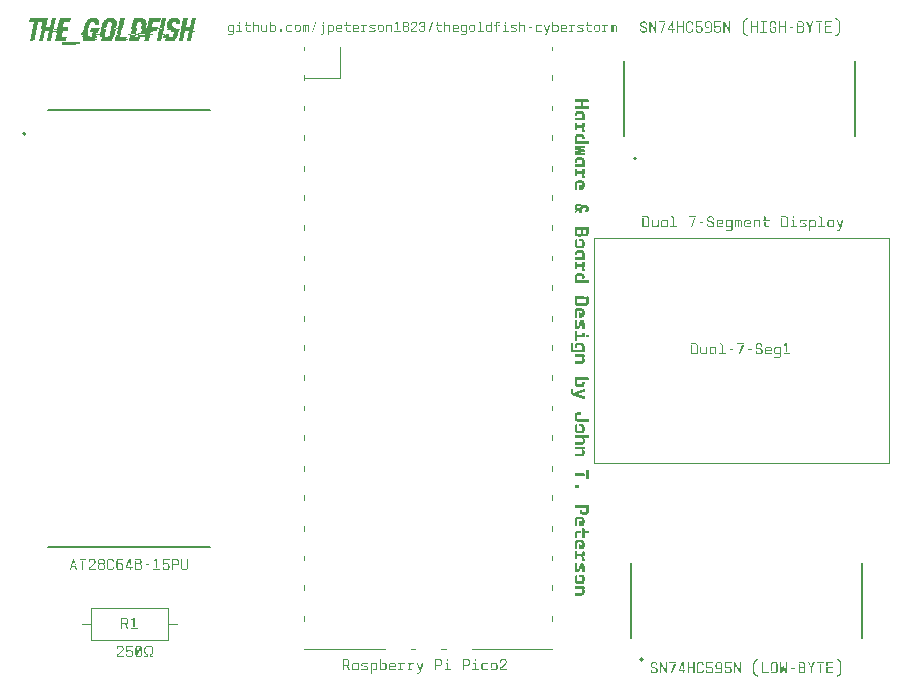
<source format=gbr>
%TF.GenerationSoftware,KiCad,Pcbnew,8.0.0*%
%TF.CreationDate,2025-01-03T13:29:39-06:00*%
%TF.ProjectId,TheGoldfish,54686547-6f6c-4646-9669-73682e6b6963,1*%
%TF.SameCoordinates,Original*%
%TF.FileFunction,Legend,Top*%
%TF.FilePolarity,Positive*%
%FSLAX46Y46*%
G04 Gerber Fmt 4.6, Leading zero omitted, Abs format (unit mm)*
G04 Created by KiCad (PCBNEW 8.0.0) date 2025-01-03 13:29:39*
%MOMM*%
%LPD*%
G01*
G04 APERTURE LIST*
%ADD10C,0.100000*%
%ADD11C,0.200000*%
%ADD12C,0.150000*%
%ADD13C,0.120000*%
%ADD14C,0.127000*%
G04 APERTURE END LIST*
D10*
X87012955Y-101985674D02*
X87227241Y-101985674D01*
X87227241Y-101985674D02*
X87227241Y-101814245D01*
X87227241Y-101814245D02*
X87141527Y-101771388D01*
X87141527Y-101771388D02*
X87055812Y-101685674D01*
X87055812Y-101685674D02*
X87012955Y-101557102D01*
X87012955Y-101557102D02*
X87012955Y-101342817D01*
X87012955Y-101342817D02*
X87055812Y-101214245D01*
X87055812Y-101214245D02*
X87141527Y-101128531D01*
X87141527Y-101128531D02*
X87270098Y-101085674D01*
X87270098Y-101085674D02*
X87441527Y-101085674D01*
X87441527Y-101085674D02*
X87570098Y-101128531D01*
X87570098Y-101128531D02*
X87655812Y-101214245D01*
X87655812Y-101214245D02*
X87698669Y-101342817D01*
X87698669Y-101342817D02*
X87698669Y-101557102D01*
X87698669Y-101557102D02*
X87655812Y-101685674D01*
X87655812Y-101685674D02*
X87570098Y-101771388D01*
X87570098Y-101771388D02*
X87484384Y-101814245D01*
X87484384Y-101814245D02*
X87484384Y-101985674D01*
X87484384Y-101985674D02*
X87698669Y-101985674D01*
D11*
G36*
X123501578Y-55062630D02*
G01*
X123472269Y-55052861D01*
X123462500Y-55023551D01*
X123462500Y-54867236D01*
X123472269Y-54838538D01*
X123501578Y-54828157D01*
X124595481Y-54828157D01*
X124624180Y-54838538D01*
X124634865Y-54867236D01*
X124634865Y-55023551D01*
X124624180Y-55052861D01*
X124595481Y-55062630D01*
X124159813Y-55062630D01*
X124139968Y-55083086D01*
X124139968Y-55376177D01*
X124144548Y-55389305D01*
X124159813Y-55394801D01*
X124595481Y-55394801D01*
X124624180Y-55404265D01*
X124634865Y-55433879D01*
X124634865Y-55590195D01*
X124624180Y-55618588D01*
X124595481Y-55629274D01*
X123501578Y-55629274D01*
X123472269Y-55618588D01*
X123462500Y-55590195D01*
X123462500Y-55433879D01*
X123472269Y-55404265D01*
X123501578Y-55394801D01*
X123929614Y-55394801D01*
X123944574Y-55390221D01*
X123950985Y-55376177D01*
X123950985Y-55083086D01*
X123929614Y-55062630D01*
X123501578Y-55062630D01*
G37*
G36*
X124283155Y-56574188D02*
G01*
X124249877Y-56608688D01*
X123495778Y-56608688D01*
X123462500Y-56572051D01*
X123462500Y-56430390D01*
X123471048Y-56402608D01*
X123495472Y-56393449D01*
X124088066Y-56393449D01*
X124107301Y-56375436D01*
X124107301Y-56109822D01*
X124092185Y-56050504D01*
X124084403Y-56042655D01*
X124025752Y-56021926D01*
X124010214Y-56022810D01*
X123733609Y-56022810D01*
X123672556Y-56034329D01*
X123659726Y-56042655D01*
X123638542Y-56100628D01*
X123638354Y-56109516D01*
X123638354Y-56222784D01*
X123627669Y-56245376D01*
X123603244Y-56255451D01*
X123497304Y-56255451D01*
X123472880Y-56245071D01*
X123462500Y-56220952D01*
X123462500Y-56068606D01*
X123467837Y-56002982D01*
X123486286Y-55940490D01*
X123521801Y-55884422D01*
X123529972Y-55875654D01*
X123583531Y-55836892D01*
X123644306Y-55815616D01*
X123708843Y-55807837D01*
X123724450Y-55807571D01*
X124021205Y-55807571D01*
X124087666Y-55813005D01*
X124150635Y-55831788D01*
X124206677Y-55867946D01*
X124215378Y-55876264D01*
X124253966Y-55930201D01*
X124275147Y-55990880D01*
X124282891Y-56054974D01*
X124283155Y-56070437D01*
X124283155Y-56574188D01*
G37*
G36*
X124283155Y-57554213D02*
G01*
X124246519Y-57588101D01*
X124128977Y-57588101D01*
X124099363Y-57579553D01*
X124094173Y-57552991D01*
X124094173Y-57334699D01*
X124080637Y-57272553D01*
X124034479Y-57230778D01*
X123972349Y-57217313D01*
X123955565Y-57216852D01*
X123651482Y-57216852D01*
X123651482Y-57378968D01*
X123642018Y-57402172D01*
X123618510Y-57412247D01*
X123497304Y-57412247D01*
X123472880Y-57401866D01*
X123462500Y-57377442D01*
X123462500Y-56823621D01*
X123472880Y-56797976D01*
X123497304Y-56786985D01*
X123618510Y-56786985D01*
X123642018Y-56797670D01*
X123651482Y-56823621D01*
X123651482Y-57001613D01*
X124094173Y-57001613D01*
X124094173Y-56823621D01*
X124103637Y-56797976D01*
X124128977Y-56786985D01*
X124248351Y-56786985D01*
X124272775Y-56797365D01*
X124283155Y-56822095D01*
X124283155Y-57179911D01*
X124272775Y-57206167D01*
X124246519Y-57216852D01*
X124187901Y-57216852D01*
X124187901Y-57223569D01*
X124238300Y-57259418D01*
X124259036Y-57290430D01*
X124279175Y-57349180D01*
X124283155Y-57391486D01*
X124283155Y-57554213D01*
G37*
G36*
X124634865Y-58532100D02*
G01*
X124624180Y-58557135D01*
X124600061Y-58567821D01*
X123498831Y-58567821D01*
X123473185Y-58557135D01*
X123462500Y-58532100D01*
X123462500Y-58388607D01*
X123473490Y-58363267D01*
X123499136Y-58352581D01*
X123555312Y-58352581D01*
X123555312Y-58345865D01*
X123504246Y-58309575D01*
X123486313Y-58281751D01*
X123465848Y-58223887D01*
X123462500Y-58187107D01*
X123462500Y-58019801D01*
X123467982Y-57954614D01*
X123486932Y-57893232D01*
X123523411Y-57839141D01*
X123531803Y-57830818D01*
X123587019Y-57794142D01*
X123649988Y-57774011D01*
X123717061Y-57766650D01*
X123733304Y-57766399D01*
X124014183Y-57766399D01*
X124075415Y-57770463D01*
X124135224Y-57784752D01*
X124190405Y-57812694D01*
X124213546Y-57831428D01*
X124253177Y-57883243D01*
X124274930Y-57942682D01*
X124282884Y-58006221D01*
X124283155Y-58021632D01*
X124283155Y-58174895D01*
X124273080Y-58199624D01*
X124246214Y-58209394D01*
X124130809Y-58209394D01*
X124115239Y-58206952D01*
X124104248Y-58200235D01*
X124096920Y-58189244D01*
X124094173Y-58175811D01*
X124094173Y-58074755D01*
X124080570Y-58013456D01*
X124071885Y-58002704D01*
X124014143Y-57982152D01*
X123998918Y-57981638D01*
X123745211Y-57981638D01*
X123684075Y-57993936D01*
X123673770Y-58001788D01*
X123652027Y-58058910D01*
X123651482Y-58074450D01*
X123651482Y-58243283D01*
X123666346Y-58305510D01*
X123716463Y-58343936D01*
X123777267Y-58352581D01*
X124599755Y-58352581D01*
X124624180Y-58363267D01*
X124634865Y-58388607D01*
X124634865Y-58532100D01*
G37*
G36*
X123462500Y-58782144D02*
G01*
X123472880Y-58756498D01*
X123497609Y-58745812D01*
X124248046Y-58745812D01*
X124273386Y-58756498D01*
X124283155Y-58782144D01*
X124283155Y-58924720D01*
X124278576Y-58943649D01*
X124266364Y-58956472D01*
X124248046Y-58961051D01*
X123750706Y-58961051D01*
X123750706Y-58965936D01*
X124248046Y-59046536D01*
X124283155Y-59071571D01*
X124283155Y-59224528D01*
X124248046Y-59248037D01*
X123748874Y-59331995D01*
X124248046Y-59331995D01*
X124273386Y-59342070D01*
X124283155Y-59368632D01*
X124283155Y-59511514D01*
X124273386Y-59536549D01*
X124247740Y-59547234D01*
X123497609Y-59547234D01*
X123472880Y-59536854D01*
X123462500Y-59512430D01*
X123462500Y-59233382D01*
X123471048Y-59211706D01*
X123493946Y-59201631D01*
X123947627Y-59151561D01*
X123947627Y-59144539D01*
X123493946Y-59092637D01*
X123471048Y-59081036D01*
X123462500Y-59057527D01*
X123462500Y-58782144D01*
G37*
G36*
X124283155Y-60491844D02*
G01*
X124249877Y-60526343D01*
X123495778Y-60526343D01*
X123462500Y-60489706D01*
X123462500Y-60348046D01*
X123471048Y-60320263D01*
X123495472Y-60311104D01*
X124088066Y-60311104D01*
X124107301Y-60293091D01*
X124107301Y-60027477D01*
X124092185Y-59968160D01*
X124084403Y-59960310D01*
X124025752Y-59939582D01*
X124010214Y-59940465D01*
X123733609Y-59940465D01*
X123672556Y-59951985D01*
X123659726Y-59960310D01*
X123638542Y-60018283D01*
X123638354Y-60027172D01*
X123638354Y-60140439D01*
X123627669Y-60163032D01*
X123603244Y-60173107D01*
X123497304Y-60173107D01*
X123472880Y-60162726D01*
X123462500Y-60138607D01*
X123462500Y-59986261D01*
X123467837Y-59920637D01*
X123486286Y-59858145D01*
X123521801Y-59802077D01*
X123529972Y-59793309D01*
X123583531Y-59754547D01*
X123644306Y-59733271D01*
X123708843Y-59725492D01*
X123724450Y-59725226D01*
X124021205Y-59725226D01*
X124087666Y-59730660D01*
X124150635Y-59749443D01*
X124206677Y-59785601D01*
X124215378Y-59793920D01*
X124253966Y-59847856D01*
X124275147Y-59908535D01*
X124282891Y-59972630D01*
X124283155Y-59988093D01*
X124283155Y-60491844D01*
G37*
G36*
X124283155Y-61471868D02*
G01*
X124246519Y-61505757D01*
X124128977Y-61505757D01*
X124099363Y-61497208D01*
X124094173Y-61470647D01*
X124094173Y-61252355D01*
X124080637Y-61190209D01*
X124034479Y-61148433D01*
X123972349Y-61134968D01*
X123955565Y-61134508D01*
X123651482Y-61134508D01*
X123651482Y-61296624D01*
X123642018Y-61319827D01*
X123618510Y-61329902D01*
X123497304Y-61329902D01*
X123472880Y-61319521D01*
X123462500Y-61295097D01*
X123462500Y-60741277D01*
X123472880Y-60715631D01*
X123497304Y-60704640D01*
X123618510Y-60704640D01*
X123642018Y-60715326D01*
X123651482Y-60741277D01*
X123651482Y-60919269D01*
X124094173Y-60919269D01*
X124094173Y-60741277D01*
X124103637Y-60715631D01*
X124128977Y-60704640D01*
X124248351Y-60704640D01*
X124272775Y-60715020D01*
X124283155Y-60739750D01*
X124283155Y-61097566D01*
X124272775Y-61123822D01*
X124246519Y-61134508D01*
X124187901Y-61134508D01*
X124187901Y-61141224D01*
X124238300Y-61177074D01*
X124259036Y-61208086D01*
X124279175Y-61266835D01*
X124283155Y-61309141D01*
X124283155Y-61471868D01*
G37*
G36*
X123950985Y-62250697D02*
G01*
X123956786Y-62264741D01*
X123968998Y-62270237D01*
X123998613Y-62270237D01*
X124060150Y-62257357D01*
X124072801Y-62247339D01*
X124093421Y-62187169D01*
X124094173Y-62167044D01*
X124094173Y-62002486D01*
X124083350Y-61940278D01*
X124071275Y-61922496D01*
X124012097Y-61900109D01*
X123992201Y-61899293D01*
X123753454Y-61899293D01*
X123692488Y-61910799D01*
X123674991Y-61922191D01*
X123652607Y-61980501D01*
X123651482Y-62003707D01*
X123651482Y-62449145D01*
X123641102Y-62476011D01*
X123613014Y-62485476D01*
X123497609Y-62485476D01*
X123471353Y-62476622D01*
X123462500Y-62449145D01*
X123462500Y-61975619D01*
X123467117Y-61910456D01*
X123483351Y-61846316D01*
X123511274Y-61791885D01*
X123536383Y-61760990D01*
X123589889Y-61720418D01*
X123649655Y-61694873D01*
X123715683Y-61684354D01*
X123729640Y-61684054D01*
X123980905Y-61684054D01*
X124045305Y-61687677D01*
X124109137Y-61700691D01*
X124168495Y-61726644D01*
X124210188Y-61759769D01*
X124248667Y-61813144D01*
X124271113Y-61871530D01*
X124282015Y-61939722D01*
X124283155Y-61973176D01*
X124283155Y-62196353D01*
X124278614Y-62261326D01*
X124262648Y-62325160D01*
X124231426Y-62384586D01*
X124210493Y-62409760D01*
X124158639Y-62449688D01*
X124100958Y-62472980D01*
X124032845Y-62484293D01*
X123999223Y-62485476D01*
X123831306Y-62485476D01*
X123805050Y-62474180D01*
X123794670Y-62448839D01*
X123794670Y-62084612D01*
X123804745Y-62059577D01*
X123831612Y-62048892D01*
X123913738Y-62048892D01*
X123940605Y-62059577D01*
X123950985Y-62084612D01*
X123950985Y-62250697D01*
G37*
G36*
X123925168Y-63668217D02*
G01*
X123985103Y-63685605D01*
X124023342Y-63703637D01*
X124073540Y-63740135D01*
X124101773Y-63797397D01*
X124104248Y-63811104D01*
X124161118Y-63786310D01*
X124220790Y-63769630D01*
X124283263Y-63761065D01*
X124319181Y-63759813D01*
X124338721Y-63759813D01*
X124405277Y-63764202D01*
X124470664Y-63779631D01*
X124526005Y-63806169D01*
X124557318Y-63830033D01*
X124598212Y-63878720D01*
X124623960Y-63937008D01*
X124634184Y-63997676D01*
X124634865Y-64019626D01*
X124634865Y-64136863D01*
X124628852Y-64199540D01*
X124608065Y-64259098D01*
X124568050Y-64312353D01*
X124558845Y-64320655D01*
X124504892Y-64354948D01*
X124445322Y-64374953D01*
X124383612Y-64384097D01*
X124340858Y-64385685D01*
X124325287Y-64385685D01*
X124284987Y-64353018D01*
X124284987Y-64201282D01*
X124324677Y-64170446D01*
X124337500Y-64170446D01*
X124398386Y-64160194D01*
X124420237Y-64150601D01*
X124445882Y-64095036D01*
X124445882Y-64055652D01*
X124424004Y-63997048D01*
X124420542Y-63993981D01*
X124360550Y-63974976D01*
X124338721Y-63975052D01*
X124313686Y-63975052D01*
X124251865Y-63985482D01*
X124194045Y-64010601D01*
X124148822Y-64038250D01*
X124048682Y-64106943D01*
X124048682Y-64441556D01*
X124009603Y-64473307D01*
X123890535Y-64473307D01*
X123853288Y-64441861D01*
X123853288Y-64227538D01*
X123496388Y-64469033D01*
X123475017Y-64472697D01*
X123462500Y-64460484D01*
X123462500Y-64301116D01*
X123489366Y-64248604D01*
X123580347Y-64181437D01*
X123522838Y-64155872D01*
X123492419Y-64123124D01*
X123469979Y-64064582D01*
X123462500Y-64001308D01*
X123462500Y-63984211D01*
X123657894Y-63984211D01*
X123671632Y-64022374D01*
X123708879Y-64049241D01*
X123762002Y-64059010D01*
X123972356Y-63908496D01*
X123958923Y-63866364D01*
X123923813Y-63844077D01*
X123885956Y-63838276D01*
X123846571Y-63838276D01*
X123767498Y-63838276D01*
X123706699Y-63847459D01*
X123682929Y-63861784D01*
X123658199Y-63918113D01*
X123657894Y-63939942D01*
X123657894Y-63984211D01*
X123462500Y-63984211D01*
X123462500Y-63909412D01*
X123468537Y-63847201D01*
X123489407Y-63788049D01*
X123529583Y-63735102D01*
X123538825Y-63726840D01*
X123592939Y-63692869D01*
X123652603Y-63673053D01*
X123714356Y-63663994D01*
X123757117Y-63662421D01*
X123862142Y-63662421D01*
X123925168Y-63668217D01*
G37*
G36*
X124262090Y-65639567D02*
G01*
X124273386Y-65647505D01*
X124280408Y-65659106D01*
X124283155Y-65672540D01*
X124283155Y-65836182D01*
X124272470Y-65860912D01*
X124248351Y-65871598D01*
X124178742Y-65871598D01*
X124165614Y-65877704D01*
X124159508Y-65890832D01*
X124159508Y-66090195D01*
X124169622Y-66151734D01*
X124184237Y-66175985D01*
X124239821Y-66202031D01*
X124266364Y-66203768D01*
X124339026Y-66203768D01*
X124399884Y-66192460D01*
X124420847Y-66177512D01*
X124444318Y-66119981D01*
X124445882Y-66092943D01*
X124445882Y-65672540D01*
X124455347Y-65647505D01*
X124480076Y-65637124D01*
X124597008Y-65637124D01*
X124623569Y-65648115D01*
X124634865Y-65675287D01*
X124634865Y-66121946D01*
X124630038Y-66189209D01*
X124613065Y-66255254D01*
X124583874Y-66311107D01*
X124557623Y-66342681D01*
X124503176Y-66382931D01*
X124443619Y-66406410D01*
X124382286Y-66417143D01*
X124339942Y-66419007D01*
X124264532Y-66419007D01*
X124202042Y-66412491D01*
X124143433Y-66389088D01*
X124093829Y-66342414D01*
X124064253Y-66282841D01*
X124045019Y-66344894D01*
X124007577Y-66393226D01*
X124004413Y-66396109D01*
X123950657Y-66426350D01*
X123888875Y-66437583D01*
X123867027Y-66438241D01*
X123758033Y-66438241D01*
X123691000Y-66433394D01*
X123625395Y-66416355D01*
X123570175Y-66387048D01*
X123539131Y-66360694D01*
X123502087Y-66312050D01*
X123477167Y-66253361D01*
X123465194Y-66192758D01*
X123462500Y-66142096D01*
X123462500Y-66110650D01*
X123651482Y-66110650D01*
X123661142Y-66172069D01*
X123676212Y-66196441D01*
X123734709Y-66221731D01*
X123758033Y-66223002D01*
X123865195Y-66223002D01*
X123925928Y-66211168D01*
X123946406Y-66195525D01*
X123969017Y-66135532D01*
X123970525Y-66106987D01*
X123970525Y-65890832D01*
X123965945Y-65877093D01*
X123950680Y-65871598D01*
X123672854Y-65871598D01*
X123657588Y-65875872D01*
X123651482Y-65890832D01*
X123651482Y-66110650D01*
X123462500Y-66110650D01*
X123462500Y-65675287D01*
X123473796Y-65648421D01*
X123501273Y-65637124D01*
X124248351Y-65637124D01*
X124262090Y-65639567D01*
G37*
G36*
X124283155Y-67135860D02*
G01*
X124278538Y-67198370D01*
X124262304Y-67260119D01*
X124230557Y-67318079D01*
X124209272Y-67342855D01*
X124156923Y-67382461D01*
X124099256Y-67405565D01*
X124031590Y-67416787D01*
X123998307Y-67417960D01*
X123747348Y-67417960D01*
X123683368Y-67413247D01*
X123620468Y-67396677D01*
X123561852Y-67364275D01*
X123536994Y-67342550D01*
X123497710Y-67289975D01*
X123474794Y-67233021D01*
X123463663Y-67166939D01*
X123462500Y-67134638D01*
X123462500Y-66896502D01*
X123467060Y-66832884D01*
X123483093Y-66770164D01*
X123514446Y-66711464D01*
X123535467Y-66686453D01*
X123584411Y-66649759D01*
X123602939Y-66640963D01*
X123635912Y-66642794D01*
X123651482Y-66672409D01*
X123651482Y-67101360D01*
X123661872Y-67162453D01*
X123673464Y-67179823D01*
X123732456Y-67201916D01*
X123752538Y-67202721D01*
X123991285Y-67202721D01*
X124053349Y-67192043D01*
X124070969Y-67180129D01*
X124093357Y-67121649D01*
X124094173Y-67101971D01*
X124094173Y-66931001D01*
X124083205Y-66870472D01*
X124070969Y-66853454D01*
X124011389Y-66832539D01*
X123991285Y-66831777D01*
X123835580Y-66831777D01*
X123817873Y-66826587D01*
X123804439Y-66813459D01*
X123800165Y-66797278D01*
X123800165Y-66651343D01*
X123802608Y-66638215D01*
X123810546Y-66626919D01*
X123822147Y-66618981D01*
X123835580Y-66616538D01*
X123997391Y-66616538D01*
X124062993Y-66621156D01*
X124126851Y-66637390D01*
X124185455Y-66669137D01*
X124209883Y-66690422D01*
X124248523Y-66742633D01*
X124271063Y-66799617D01*
X124282011Y-66866067D01*
X124283155Y-66898639D01*
X124283155Y-67135860D01*
G37*
G36*
X124283155Y-68362569D02*
G01*
X124249877Y-68397069D01*
X123495778Y-68397069D01*
X123462500Y-68360432D01*
X123462500Y-68218771D01*
X123471048Y-68190989D01*
X123495472Y-68181830D01*
X124088066Y-68181830D01*
X124107301Y-68163817D01*
X124107301Y-67898203D01*
X124092185Y-67838885D01*
X124084403Y-67831036D01*
X124025752Y-67810307D01*
X124010214Y-67811191D01*
X123733609Y-67811191D01*
X123672556Y-67822710D01*
X123659726Y-67831036D01*
X123638542Y-67889009D01*
X123638354Y-67897897D01*
X123638354Y-68011165D01*
X123627669Y-68033757D01*
X123603244Y-68043832D01*
X123497304Y-68043832D01*
X123472880Y-68033452D01*
X123462500Y-68009333D01*
X123462500Y-67856987D01*
X123467837Y-67791363D01*
X123486286Y-67728871D01*
X123521801Y-67672803D01*
X123529972Y-67664035D01*
X123583531Y-67625273D01*
X123644306Y-67603997D01*
X123708843Y-67596218D01*
X123724450Y-67595952D01*
X124021205Y-67595952D01*
X124087666Y-67601386D01*
X124150635Y-67620169D01*
X124206677Y-67656327D01*
X124215378Y-67664645D01*
X124253966Y-67718582D01*
X124275147Y-67779261D01*
X124282891Y-67843355D01*
X124283155Y-67858818D01*
X124283155Y-68362569D01*
G37*
G36*
X124283155Y-69342594D02*
G01*
X124246519Y-69376482D01*
X124128977Y-69376482D01*
X124099363Y-69367934D01*
X124094173Y-69341372D01*
X124094173Y-69123080D01*
X124080637Y-69060934D01*
X124034479Y-69019159D01*
X123972349Y-69005694D01*
X123955565Y-69005233D01*
X123651482Y-69005233D01*
X123651482Y-69167349D01*
X123642018Y-69190553D01*
X123618510Y-69200628D01*
X123497304Y-69200628D01*
X123472880Y-69190247D01*
X123462500Y-69165823D01*
X123462500Y-68612002D01*
X123472880Y-68586357D01*
X123497304Y-68575366D01*
X123618510Y-68575366D01*
X123642018Y-68586051D01*
X123651482Y-68612002D01*
X123651482Y-68789994D01*
X124094173Y-68789994D01*
X124094173Y-68612002D01*
X124103637Y-68586357D01*
X124128977Y-68575366D01*
X124248351Y-68575366D01*
X124272775Y-68585746D01*
X124283155Y-68610476D01*
X124283155Y-68968292D01*
X124272775Y-68994548D01*
X124246519Y-69005233D01*
X124187901Y-69005233D01*
X124187901Y-69011950D01*
X124238300Y-69047799D01*
X124259036Y-69078811D01*
X124279175Y-69137561D01*
X124283155Y-69179867D01*
X124283155Y-69342594D01*
G37*
G36*
X124634865Y-70320481D02*
G01*
X124624180Y-70345516D01*
X124600061Y-70356202D01*
X123498831Y-70356202D01*
X123473185Y-70345516D01*
X123462500Y-70320481D01*
X123462500Y-70176988D01*
X123473490Y-70151648D01*
X123499136Y-70140963D01*
X123555312Y-70140963D01*
X123555312Y-70134246D01*
X123504246Y-70097956D01*
X123486313Y-70070132D01*
X123465848Y-70012268D01*
X123462500Y-69975488D01*
X123462500Y-69808182D01*
X123467982Y-69742995D01*
X123486932Y-69681613D01*
X123523411Y-69627522D01*
X123531803Y-69619199D01*
X123587019Y-69582523D01*
X123649988Y-69562392D01*
X123717061Y-69555031D01*
X123733304Y-69554780D01*
X124014183Y-69554780D01*
X124075415Y-69558844D01*
X124135224Y-69573133D01*
X124190405Y-69601075D01*
X124213546Y-69619809D01*
X124253177Y-69671624D01*
X124274930Y-69731063D01*
X124282884Y-69794602D01*
X124283155Y-69810013D01*
X124283155Y-69963276D01*
X124273080Y-69988005D01*
X124246214Y-69997775D01*
X124130809Y-69997775D01*
X124115239Y-69995333D01*
X124104248Y-69988616D01*
X124096920Y-69977625D01*
X124094173Y-69964192D01*
X124094173Y-69863136D01*
X124080570Y-69801837D01*
X124071885Y-69791085D01*
X124014143Y-69770533D01*
X123998918Y-69770019D01*
X123745211Y-69770019D01*
X123684075Y-69782317D01*
X123673770Y-69790169D01*
X123652027Y-69847291D01*
X123651482Y-69862831D01*
X123651482Y-70031664D01*
X123666346Y-70093892D01*
X123716463Y-70132317D01*
X123777267Y-70140963D01*
X124599755Y-70140963D01*
X124624180Y-70151648D01*
X124634865Y-70176988D01*
X124634865Y-70320481D01*
G37*
G36*
X124634865Y-72016748D02*
G01*
X124630038Y-72083361D01*
X124613065Y-72148950D01*
X124583874Y-72204637D01*
X124557623Y-72236261D01*
X124509031Y-72274190D01*
X124450151Y-72299706D01*
X124389176Y-72311965D01*
X124338110Y-72314724D01*
X123759560Y-72314724D01*
X123692355Y-72309820D01*
X123626511Y-72292580D01*
X123571004Y-72262926D01*
X123539741Y-72236261D01*
X123502403Y-72187175D01*
X123477284Y-72128187D01*
X123465215Y-72067441D01*
X123462500Y-72016748D01*
X123462500Y-71551770D01*
X123473796Y-71524904D01*
X123501273Y-71513607D01*
X124248046Y-71513607D01*
X124273386Y-71523988D01*
X124283155Y-71549023D01*
X124283155Y-71712665D01*
X124273386Y-71737395D01*
X124247435Y-71748080D01*
X123672854Y-71748080D01*
X123657588Y-71752355D01*
X123651482Y-71766704D01*
X123651482Y-71976753D01*
X123663460Y-72038423D01*
X123676823Y-72056437D01*
X123734239Y-72078762D01*
X123762002Y-72080251D01*
X124333531Y-72080251D01*
X124396428Y-72070710D01*
X124420542Y-72055826D01*
X124444670Y-71998202D01*
X124445882Y-71974921D01*
X124445882Y-71549023D01*
X124455041Y-71523988D01*
X124478855Y-71513607D01*
X124598534Y-71513607D01*
X124624180Y-71524904D01*
X124634865Y-71551770D01*
X124634865Y-72016748D01*
G37*
G36*
X123950985Y-73059665D02*
G01*
X123956786Y-73073709D01*
X123968998Y-73079204D01*
X123998613Y-73079204D01*
X124060150Y-73066324D01*
X124072801Y-73056306D01*
X124093421Y-72996136D01*
X124094173Y-72976011D01*
X124094173Y-72811453D01*
X124083350Y-72749245D01*
X124071275Y-72731463D01*
X124012097Y-72709076D01*
X123992201Y-72708260D01*
X123753454Y-72708260D01*
X123692488Y-72719766D01*
X123674991Y-72731158D01*
X123652607Y-72789468D01*
X123651482Y-72812674D01*
X123651482Y-73258112D01*
X123641102Y-73284979D01*
X123613014Y-73294443D01*
X123497609Y-73294443D01*
X123471353Y-73285589D01*
X123462500Y-73258112D01*
X123462500Y-72784586D01*
X123467117Y-72719423D01*
X123483351Y-72655283D01*
X123511274Y-72600852D01*
X123536383Y-72569958D01*
X123589889Y-72529386D01*
X123649655Y-72503840D01*
X123715683Y-72493322D01*
X123729640Y-72493021D01*
X123980905Y-72493021D01*
X124045305Y-72496644D01*
X124109137Y-72509658D01*
X124168495Y-72535611D01*
X124210188Y-72568736D01*
X124248667Y-72622111D01*
X124271113Y-72680497D01*
X124282015Y-72748689D01*
X124283155Y-72782144D01*
X124283155Y-73005321D01*
X124278614Y-73070293D01*
X124262648Y-73134127D01*
X124231426Y-73193554D01*
X124210493Y-73218728D01*
X124158639Y-73258656D01*
X124100958Y-73281947D01*
X124032845Y-73293260D01*
X123999223Y-73294443D01*
X123831306Y-73294443D01*
X123805050Y-73283147D01*
X123794670Y-73257807D01*
X123794670Y-72893579D01*
X123804745Y-72868545D01*
X123831612Y-72857859D01*
X123913738Y-72857859D01*
X123940605Y-72868545D01*
X123950985Y-72893579D01*
X123950985Y-73059665D01*
G37*
G36*
X123676823Y-74273551D02*
G01*
X123615079Y-74266895D01*
X123554801Y-74241336D01*
X123509592Y-74196606D01*
X123479453Y-74132707D01*
X123465848Y-74064814D01*
X123462500Y-74000915D01*
X123462500Y-73507850D01*
X123471659Y-73481899D01*
X123497304Y-73472435D01*
X123605382Y-73472435D01*
X123631027Y-73479457D01*
X123638354Y-73507850D01*
X123638354Y-73954509D01*
X123649088Y-74015211D01*
X123687203Y-74039078D01*
X123694225Y-74039078D01*
X123740766Y-73998269D01*
X123754064Y-73972217D01*
X123777711Y-73915020D01*
X123797482Y-73857124D01*
X123808103Y-73821092D01*
X123825889Y-73762367D01*
X123846921Y-73702054D01*
X123868859Y-73645847D01*
X123894574Y-73589576D01*
X123927616Y-73536114D01*
X123944269Y-73517009D01*
X123998284Y-73485015D01*
X124059008Y-73472609D01*
X124067611Y-73472435D01*
X124131313Y-73478726D01*
X124192565Y-73502883D01*
X124230949Y-73536854D01*
X124262762Y-73595515D01*
X124278057Y-73660207D01*
X124282952Y-73722308D01*
X124283155Y-73739270D01*
X124283155Y-74239663D01*
X124275828Y-74264392D01*
X124248656Y-74273551D01*
X124141800Y-74273551D01*
X124114628Y-74266835D01*
X124107301Y-74239663D01*
X124107301Y-73789951D01*
X124097302Y-73727669D01*
X124067306Y-73706908D01*
X124060284Y-73706908D01*
X124015465Y-73749021D01*
X124002581Y-73775907D01*
X123979376Y-73835290D01*
X123959477Y-73895561D01*
X123948543Y-73933138D01*
X123930049Y-73993978D01*
X123907731Y-74055180D01*
X123884124Y-74111130D01*
X123856194Y-74166267D01*
X123819396Y-74216823D01*
X123800471Y-74233862D01*
X123745628Y-74262350D01*
X123685284Y-74273396D01*
X123676823Y-74273551D01*
G37*
G36*
X124634865Y-74925985D02*
G01*
X124602808Y-74960179D01*
X124453820Y-74960179D01*
X124428480Y-74951631D01*
X124419931Y-74925985D01*
X124419931Y-74779134D01*
X124428480Y-74753489D01*
X124453820Y-74744940D01*
X124600976Y-74744940D01*
X124625401Y-74753489D01*
X124634865Y-74779134D01*
X124634865Y-74925985D01*
G37*
G36*
X123677433Y-75217855D02*
G01*
X123667969Y-75242280D01*
X123643545Y-75252965D01*
X123496693Y-75252965D01*
X123478681Y-75247775D01*
X123466774Y-75234647D01*
X123462500Y-75218466D01*
X123462500Y-74486959D01*
X123466774Y-74470167D01*
X123478681Y-74457039D01*
X123496693Y-74451849D01*
X123643545Y-74451849D01*
X123667969Y-74462229D01*
X123677433Y-74486653D01*
X123677433Y-74744940D01*
X124068222Y-74744940D01*
X124068222Y-74634420D01*
X124072191Y-74615797D01*
X124084098Y-74603585D01*
X124102110Y-74599310D01*
X124248961Y-74599310D01*
X124272775Y-74608775D01*
X124283155Y-74633810D01*
X124283155Y-74924153D01*
X124272470Y-74949799D01*
X124245603Y-74960179D01*
X123677433Y-74960179D01*
X123677433Y-75217855D01*
G37*
G36*
X124283155Y-76196353D02*
G01*
X124247740Y-76232684D01*
X123379762Y-76232684D01*
X123318396Y-76228219D01*
X123258483Y-76212522D01*
X123203242Y-76181825D01*
X123180094Y-76161243D01*
X123143547Y-76111149D01*
X123120536Y-76049784D01*
X123111399Y-75984920D01*
X123110790Y-75961270D01*
X123110790Y-75467288D01*
X123118117Y-75440116D01*
X123145289Y-75431263D01*
X123263442Y-75431263D01*
X123289087Y-75441338D01*
X123299773Y-75465762D01*
X123299773Y-75923107D01*
X123313168Y-75983447D01*
X123321755Y-75995769D01*
X123380367Y-76017882D01*
X123392890Y-76017445D01*
X124075244Y-76017445D01*
X124094173Y-75998822D01*
X124094173Y-75739314D01*
X124080570Y-75678305D01*
X124071885Y-75667568D01*
X124013628Y-75647016D01*
X123998307Y-75646502D01*
X123743684Y-75646502D01*
X123682362Y-75659359D01*
X123671938Y-75667568D01*
X123651802Y-75727407D01*
X123651482Y-75739619D01*
X123651482Y-75840675D01*
X123640491Y-75864794D01*
X123615457Y-75874258D01*
X123498525Y-75874258D01*
X123473185Y-75864488D01*
X123462500Y-75839759D01*
X123462500Y-75686496D01*
X123467982Y-75620843D01*
X123486932Y-75559055D01*
X123523411Y-75504656D01*
X123531803Y-75496292D01*
X123587019Y-75459269D01*
X123649988Y-75438947D01*
X123717061Y-75431517D01*
X123733304Y-75431263D01*
X124014183Y-75431263D01*
X124075415Y-75435670D01*
X124135224Y-75451167D01*
X124190405Y-75481470D01*
X124213546Y-75501788D01*
X124250254Y-75551739D01*
X124273367Y-75613438D01*
X124282544Y-75679011D01*
X124283155Y-75702983D01*
X124283155Y-76196353D01*
G37*
G36*
X123497304Y-76625915D02*
G01*
X123471048Y-76616756D01*
X123462500Y-76590195D01*
X123462500Y-76446702D01*
X123471048Y-76420446D01*
X123497304Y-76410676D01*
X124246519Y-76410676D01*
X124274607Y-76420446D01*
X124283155Y-76446702D01*
X124283155Y-76590195D01*
X124274607Y-76616756D01*
X124246519Y-76625915D01*
X124189733Y-76625915D01*
X124189733Y-76632937D01*
X124242922Y-76668088D01*
X124274032Y-76723586D01*
X124283064Y-76784128D01*
X124283155Y-76791695D01*
X124283155Y-76957170D01*
X124276589Y-77030611D01*
X124256889Y-77091605D01*
X124215912Y-77148366D01*
X124156024Y-77187203D01*
X124091670Y-77205874D01*
X124030731Y-77211849D01*
X124014183Y-77212098D01*
X123497609Y-77212098D01*
X123462500Y-77174546D01*
X123462500Y-77032885D01*
X123471048Y-77006018D01*
X123497304Y-76996859D01*
X123997086Y-76996859D01*
X124058452Y-76985010D01*
X124071580Y-76975793D01*
X124093621Y-76918075D01*
X124094173Y-76902520D01*
X124094173Y-76735519D01*
X124079418Y-76673118D01*
X124029665Y-76634585D01*
X123969303Y-76625915D01*
X123497304Y-76625915D01*
G37*
G36*
X124283155Y-78900122D02*
G01*
X124278805Y-78961411D01*
X124263510Y-79021421D01*
X124233600Y-79076996D01*
X124213546Y-79100401D01*
X124164298Y-79137592D01*
X124103184Y-79161008D01*
X124038035Y-79170306D01*
X124014183Y-79170926D01*
X123733304Y-79170926D01*
X123671251Y-79166518D01*
X123610747Y-79151022D01*
X123555077Y-79120718D01*
X123531803Y-79100401D01*
X123495256Y-79050610D01*
X123472245Y-78989013D01*
X123463109Y-78923480D01*
X123462500Y-78899511D01*
X123462500Y-78405530D01*
X123472880Y-78380190D01*
X123497609Y-78369504D01*
X124599755Y-78369504D01*
X124624180Y-78380190D01*
X124634865Y-78405225D01*
X124634865Y-78549023D01*
X124624180Y-78574057D01*
X124600061Y-78584743D01*
X123668579Y-78584743D01*
X123656673Y-78589933D01*
X123651482Y-78601840D01*
X123651482Y-78861348D01*
X123663332Y-78922142D01*
X123672548Y-78934621D01*
X123732855Y-78955358D01*
X123745211Y-78955687D01*
X123998918Y-78955687D01*
X124059082Y-78943837D01*
X124071885Y-78934621D01*
X124093628Y-78876902D01*
X124094173Y-78861348D01*
X124094173Y-78760293D01*
X124104248Y-78737395D01*
X124128977Y-78728236D01*
X124246519Y-78728236D01*
X124273080Y-78737700D01*
X124283155Y-78761209D01*
X124283155Y-78900122D01*
G37*
G36*
X124283155Y-80115230D02*
G01*
X124247740Y-80152172D01*
X123457004Y-79926247D01*
X123398271Y-79907585D01*
X123383121Y-79902433D01*
X123323916Y-79879793D01*
X123313817Y-79875566D01*
X123258388Y-79847712D01*
X123239017Y-79835266D01*
X123190491Y-79794926D01*
X123181010Y-79784586D01*
X123143980Y-79728170D01*
X123122379Y-79665109D01*
X123112504Y-79599283D01*
X123110790Y-79553471D01*
X123110790Y-79385554D01*
X123147426Y-79348918D01*
X123261304Y-79348918D01*
X123299773Y-79385554D01*
X123299773Y-79473176D01*
X123301415Y-79538711D01*
X123308714Y-79600772D01*
X123320533Y-79632240D01*
X123344042Y-79655748D01*
X123375183Y-79673456D01*
X123402965Y-79684752D01*
X123437465Y-79694521D01*
X123462500Y-79702154D01*
X123462500Y-79614837D01*
X123486924Y-79581559D01*
X124249877Y-79352276D01*
X124283155Y-79380364D01*
X124283155Y-79543091D01*
X124275218Y-79573621D01*
X124249877Y-79590413D01*
X123653314Y-79749476D01*
X123653314Y-79756498D01*
X124249877Y-79914035D01*
X124276133Y-79929605D01*
X124283155Y-79959525D01*
X124283155Y-80115230D01*
G37*
G36*
X124595786Y-81874389D02*
G01*
X124634865Y-81915300D01*
X124634865Y-82069783D01*
X124597923Y-82108862D01*
X123759560Y-82108862D01*
X123692355Y-82104015D01*
X123626511Y-82086976D01*
X123571004Y-82057669D01*
X123539741Y-82031315D01*
X123502403Y-81982671D01*
X123477284Y-81923982D01*
X123465215Y-81863379D01*
X123462500Y-81812718D01*
X123462500Y-81605722D01*
X123467194Y-81538975D01*
X123483696Y-81473281D01*
X123512080Y-81417538D01*
X123537604Y-81385903D01*
X123591044Y-81344687D01*
X123650255Y-81320645D01*
X123711726Y-81309654D01*
X123754370Y-81307745D01*
X123921981Y-81307745D01*
X123951901Y-81318126D01*
X123961060Y-81346824D01*
X123961060Y-81503140D01*
X123951901Y-81532449D01*
X123921981Y-81542219D01*
X123760170Y-81542219D01*
X123697697Y-81552474D01*
X123676517Y-81566032D01*
X123652363Y-81624683D01*
X123651482Y-81643885D01*
X123651482Y-81772723D01*
X123663315Y-81833960D01*
X123676517Y-81851491D01*
X123736132Y-81873293D01*
X123760170Y-81874389D01*
X124595786Y-81874389D01*
G37*
G36*
X124283155Y-82806481D02*
G01*
X124278538Y-82868992D01*
X124262304Y-82930740D01*
X124230557Y-82988700D01*
X124209272Y-83013476D01*
X124156923Y-83053082D01*
X124099256Y-83076186D01*
X124031590Y-83087408D01*
X123998307Y-83088581D01*
X123747348Y-83088581D01*
X123683368Y-83083868D01*
X123620468Y-83067298D01*
X123561852Y-83034896D01*
X123536994Y-83013171D01*
X123497710Y-82960596D01*
X123474794Y-82903642D01*
X123463663Y-82837560D01*
X123462500Y-82805259D01*
X123462500Y-82567123D01*
X123467060Y-82503505D01*
X123483093Y-82440785D01*
X123514446Y-82382085D01*
X123535467Y-82357074D01*
X123584411Y-82320380D01*
X123602939Y-82311584D01*
X123635912Y-82313415D01*
X123651482Y-82343030D01*
X123651482Y-82771981D01*
X123661872Y-82833074D01*
X123673464Y-82850444D01*
X123732456Y-82872537D01*
X123752538Y-82873342D01*
X123991285Y-82873342D01*
X124053349Y-82862664D01*
X124070969Y-82850750D01*
X124093357Y-82792270D01*
X124094173Y-82772592D01*
X124094173Y-82601622D01*
X124083205Y-82541093D01*
X124070969Y-82524075D01*
X124011389Y-82503160D01*
X123991285Y-82502398D01*
X123835580Y-82502398D01*
X123817873Y-82497208D01*
X123804439Y-82484080D01*
X123800165Y-82467899D01*
X123800165Y-82321964D01*
X123802608Y-82308836D01*
X123810546Y-82297540D01*
X123822147Y-82289602D01*
X123835580Y-82287159D01*
X123997391Y-82287159D01*
X124062993Y-82291777D01*
X124126851Y-82308011D01*
X124185455Y-82339758D01*
X124209883Y-82361043D01*
X124248523Y-82413254D01*
X124271063Y-82470238D01*
X124282011Y-82536688D01*
X124283155Y-82569260D01*
X124283155Y-82806481D01*
G37*
G36*
X123496999Y-83481812D02*
G01*
X123471048Y-83472653D01*
X123462500Y-83446092D01*
X123462500Y-83302599D01*
X123471048Y-83276343D01*
X123496999Y-83266573D01*
X124599145Y-83266573D01*
X124625706Y-83276343D01*
X124634865Y-83302599D01*
X124634865Y-83446092D01*
X124625706Y-83472653D01*
X124599145Y-83481812D01*
X124209883Y-83481812D01*
X124209883Y-83488834D01*
X124262724Y-83523985D01*
X124293631Y-83579483D01*
X124302604Y-83640024D01*
X124302695Y-83647592D01*
X124302695Y-83813066D01*
X124296128Y-83886508D01*
X124276428Y-83947501D01*
X124235452Y-84004263D01*
X124175563Y-84043100D01*
X124111210Y-84061771D01*
X124050271Y-84067746D01*
X124033722Y-84067995D01*
X123497609Y-84067995D01*
X123462500Y-84030443D01*
X123462500Y-83888782D01*
X123471048Y-83861915D01*
X123496999Y-83852756D01*
X124018763Y-83852756D01*
X124079442Y-83840906D01*
X124092035Y-83831690D01*
X124113183Y-83773972D01*
X124113712Y-83758417D01*
X124113712Y-83591416D01*
X124099209Y-83529015D01*
X124050308Y-83490482D01*
X123990980Y-83481812D01*
X123496999Y-83481812D01*
G37*
G36*
X123497304Y-84461226D02*
G01*
X123471048Y-84452067D01*
X123462500Y-84425505D01*
X123462500Y-84282013D01*
X123471048Y-84255757D01*
X123497304Y-84245987D01*
X124246519Y-84245987D01*
X124274607Y-84255757D01*
X124283155Y-84282013D01*
X124283155Y-84425505D01*
X124274607Y-84452067D01*
X124246519Y-84461226D01*
X124189733Y-84461226D01*
X124189733Y-84468248D01*
X124242922Y-84503399D01*
X124274032Y-84558897D01*
X124283064Y-84619438D01*
X124283155Y-84627006D01*
X124283155Y-84792480D01*
X124276589Y-84865922D01*
X124256889Y-84926915D01*
X124215912Y-84983677D01*
X124156024Y-85022513D01*
X124091670Y-85041185D01*
X124030731Y-85047160D01*
X124014183Y-85047409D01*
X123497609Y-85047409D01*
X123462500Y-85009856D01*
X123462500Y-84868196D01*
X123471048Y-84841329D01*
X123497304Y-84832170D01*
X123997086Y-84832170D01*
X124058452Y-84820320D01*
X124071580Y-84811104D01*
X124093621Y-84753385D01*
X124094173Y-84737831D01*
X124094173Y-84570830D01*
X124079418Y-84508428D01*
X124029665Y-84469896D01*
X123969303Y-84461226D01*
X123497304Y-84461226D01*
G37*
G36*
X124634865Y-86969600D02*
G01*
X124625095Y-86996161D01*
X124598534Y-87005931D01*
X124480687Y-87005931D01*
X124454125Y-86996161D01*
X124445882Y-86969600D01*
X124445882Y-86244199D01*
X124454125Y-86215500D01*
X124480687Y-86204815D01*
X124598534Y-86204815D01*
X124625095Y-86215500D01*
X124634865Y-86244199D01*
X124634865Y-86969600D01*
G37*
G36*
X123501273Y-86497906D02*
G01*
X124248046Y-86497906D01*
X124273386Y-86507676D01*
X124283155Y-86533627D01*
X124283155Y-86696353D01*
X124272470Y-86722304D01*
X124248046Y-86732379D01*
X123501273Y-86732379D01*
X123473796Y-86721388D01*
X123462500Y-86694521D01*
X123462500Y-86537290D01*
X123501273Y-86497906D01*
G37*
G36*
X123462500Y-87689200D02*
G01*
X123462500Y-87516399D01*
X123814209Y-87516399D01*
X123814209Y-87538686D01*
X123814209Y-87711793D01*
X123462500Y-87711793D01*
X123462500Y-87689200D01*
G37*
G36*
X124558234Y-89901125D02*
G01*
X124510181Y-89939054D01*
X124451888Y-89964569D01*
X124391476Y-89976829D01*
X124340858Y-89979588D01*
X124166835Y-89979588D01*
X124100336Y-89974741D01*
X124035150Y-89957702D01*
X123980155Y-89928395D01*
X123949153Y-89902041D01*
X123908903Y-89847372D01*
X123885424Y-89787566D01*
X123874691Y-89725971D01*
X123872827Y-89683443D01*
X123872827Y-89589105D01*
X123882903Y-89565901D01*
X123906716Y-89556742D01*
X124034028Y-89556742D01*
X124058757Y-89565901D01*
X124068222Y-89589105D01*
X124068222Y-89643449D01*
X124080055Y-89704686D01*
X124093257Y-89722217D01*
X124152789Y-89744019D01*
X124176605Y-89745115D01*
X124333531Y-89745115D01*
X124396428Y-89736170D01*
X124420542Y-89722217D01*
X124444991Y-89663241D01*
X124445882Y-89643449D01*
X124445882Y-89431568D01*
X124439471Y-89418745D01*
X124424511Y-89412944D01*
X123501578Y-89412944D01*
X123474101Y-89401343D01*
X123462500Y-89373866D01*
X123462500Y-89217550D01*
X123473796Y-89189767D01*
X123501273Y-89178471D01*
X124596092Y-89178471D01*
X124623569Y-89189767D01*
X124634865Y-89216634D01*
X124634865Y-89683443D01*
X124630076Y-89749942D01*
X124613238Y-89815128D01*
X124584277Y-89870123D01*
X124558234Y-89901125D01*
G37*
G36*
X123950985Y-90724528D02*
G01*
X123956786Y-90738572D01*
X123968998Y-90744068D01*
X123998613Y-90744068D01*
X124060150Y-90731188D01*
X124072801Y-90721170D01*
X124093421Y-90661000D01*
X124094173Y-90640875D01*
X124094173Y-90476317D01*
X124083350Y-90414109D01*
X124071275Y-90396327D01*
X124012097Y-90373940D01*
X123992201Y-90373124D01*
X123753454Y-90373124D01*
X123692488Y-90384630D01*
X123674991Y-90396022D01*
X123652607Y-90454332D01*
X123651482Y-90477538D01*
X123651482Y-90922976D01*
X123641102Y-90949842D01*
X123613014Y-90959307D01*
X123497609Y-90959307D01*
X123471353Y-90950453D01*
X123462500Y-90922976D01*
X123462500Y-90449450D01*
X123467117Y-90384287D01*
X123483351Y-90320147D01*
X123511274Y-90265716D01*
X123536383Y-90234822D01*
X123589889Y-90194250D01*
X123649655Y-90168704D01*
X123715683Y-90158186D01*
X123729640Y-90157885D01*
X123980905Y-90157885D01*
X124045305Y-90161508D01*
X124109137Y-90174522D01*
X124168495Y-90200475D01*
X124210188Y-90233600D01*
X124248667Y-90286975D01*
X124271113Y-90345361D01*
X124282015Y-90413553D01*
X124283155Y-90447008D01*
X124283155Y-90670184D01*
X124278614Y-90735157D01*
X124262648Y-90798991D01*
X124231426Y-90858417D01*
X124210493Y-90883592D01*
X124158639Y-90923520D01*
X124100958Y-90946811D01*
X124032845Y-90958124D01*
X123999223Y-90959307D01*
X123831306Y-90959307D01*
X123805050Y-90948011D01*
X123794670Y-90922670D01*
X123794670Y-90558443D01*
X123804745Y-90533408D01*
X123831612Y-90522723D01*
X123913738Y-90522723D01*
X123940605Y-90533408D01*
X123950985Y-90558443D01*
X123950985Y-90724528D01*
G37*
G36*
X123651482Y-91904832D02*
G01*
X123640491Y-91928340D01*
X123615151Y-91938415D01*
X123496999Y-91938415D01*
X123469827Y-91930172D01*
X123462500Y-91904832D01*
X123462500Y-91603192D01*
X123466812Y-91542265D01*
X123481973Y-91482435D01*
X123511621Y-91426776D01*
X123531498Y-91403218D01*
X123580526Y-91366027D01*
X123641360Y-91342611D01*
X123706205Y-91333313D01*
X123729945Y-91332693D01*
X123915265Y-91332693D01*
X123939078Y-91343379D01*
X123949459Y-91368414D01*
X123949459Y-91512212D01*
X123939078Y-91537247D01*
X123915570Y-91547932D01*
X123745211Y-91547932D01*
X123683564Y-91562213D01*
X123673770Y-91569914D01*
X123651243Y-91627448D01*
X123651482Y-91642271D01*
X123651482Y-91904832D01*
G37*
G36*
X124283155Y-91904832D02*
G01*
X124274607Y-91929867D01*
X124246519Y-91938415D01*
X124127145Y-91938415D01*
X124101500Y-91930172D01*
X124094173Y-91904832D01*
X124094173Y-91173630D01*
X124099973Y-91144626D01*
X124127145Y-91137299D01*
X124246519Y-91137299D01*
X124274607Y-91146458D01*
X124283155Y-91173630D01*
X124283155Y-91314680D01*
X124288346Y-91326892D01*
X124302390Y-91332693D01*
X124599755Y-91332693D01*
X124634865Y-91370245D01*
X124634865Y-91512212D01*
X124626011Y-91538773D01*
X124599755Y-91547932D01*
X124302390Y-91547932D01*
X124283155Y-91566861D01*
X124283155Y-91904832D01*
G37*
G36*
X123950985Y-92683356D02*
G01*
X123956786Y-92697400D01*
X123968998Y-92702896D01*
X123998613Y-92702896D01*
X124060150Y-92690016D01*
X124072801Y-92679998D01*
X124093421Y-92619828D01*
X124094173Y-92599703D01*
X124094173Y-92435144D01*
X124083350Y-92372936D01*
X124071275Y-92355155D01*
X124012097Y-92332767D01*
X123992201Y-92331952D01*
X123753454Y-92331952D01*
X123692488Y-92343458D01*
X123674991Y-92354849D01*
X123652607Y-92413160D01*
X123651482Y-92436366D01*
X123651482Y-92881803D01*
X123641102Y-92908670D01*
X123613014Y-92918135D01*
X123497609Y-92918135D01*
X123471353Y-92909281D01*
X123462500Y-92881803D01*
X123462500Y-92408278D01*
X123467117Y-92343114D01*
X123483351Y-92278975D01*
X123511274Y-92224543D01*
X123536383Y-92193649D01*
X123589889Y-92153077D01*
X123649655Y-92127532D01*
X123715683Y-92117013D01*
X123729640Y-92116713D01*
X123980905Y-92116713D01*
X124045305Y-92120336D01*
X124109137Y-92133349D01*
X124168495Y-92159303D01*
X124210188Y-92192428D01*
X124248667Y-92245802D01*
X124271113Y-92304189D01*
X124282015Y-92372381D01*
X124283155Y-92405835D01*
X124283155Y-92629012D01*
X124278614Y-92693984D01*
X124262648Y-92757818D01*
X124231426Y-92817245D01*
X124210493Y-92842419D01*
X124158639Y-92882347D01*
X124100958Y-92905639D01*
X124032845Y-92916951D01*
X123999223Y-92918135D01*
X123831306Y-92918135D01*
X123805050Y-92906838D01*
X123794670Y-92881498D01*
X123794670Y-92517271D01*
X123804745Y-92492236D01*
X123831612Y-92481550D01*
X123913738Y-92481550D01*
X123940605Y-92492236D01*
X123950985Y-92517271D01*
X123950985Y-92683356D01*
G37*
G36*
X124283155Y-93863354D02*
G01*
X124246519Y-93897243D01*
X124128977Y-93897243D01*
X124099363Y-93888695D01*
X124094173Y-93862133D01*
X124094173Y-93643841D01*
X124080637Y-93581695D01*
X124034479Y-93539919D01*
X123972349Y-93526454D01*
X123955565Y-93525994D01*
X123651482Y-93525994D01*
X123651482Y-93688110D01*
X123642018Y-93711313D01*
X123618510Y-93721388D01*
X123497304Y-93721388D01*
X123472880Y-93711008D01*
X123462500Y-93686584D01*
X123462500Y-93132763D01*
X123472880Y-93107117D01*
X123497304Y-93096127D01*
X123618510Y-93096127D01*
X123642018Y-93106812D01*
X123651482Y-93132763D01*
X123651482Y-93310755D01*
X124094173Y-93310755D01*
X124094173Y-93132763D01*
X124103637Y-93107117D01*
X124128977Y-93096127D01*
X124248351Y-93096127D01*
X124272775Y-93106507D01*
X124283155Y-93131236D01*
X124283155Y-93489052D01*
X124272775Y-93515308D01*
X124246519Y-93525994D01*
X124187901Y-93525994D01*
X124187901Y-93532711D01*
X124238300Y-93568560D01*
X124259036Y-93599572D01*
X124279175Y-93658322D01*
X124283155Y-93700628D01*
X124283155Y-93863354D01*
G37*
G36*
X123676823Y-94876657D02*
G01*
X123615079Y-94870001D01*
X123554801Y-94844441D01*
X123509592Y-94799712D01*
X123479453Y-94735813D01*
X123465848Y-94667920D01*
X123462500Y-94604021D01*
X123462500Y-94110956D01*
X123471659Y-94085005D01*
X123497304Y-94075540D01*
X123605382Y-94075540D01*
X123631027Y-94082562D01*
X123638354Y-94110956D01*
X123638354Y-94557615D01*
X123649088Y-94618316D01*
X123687203Y-94642184D01*
X123694225Y-94642184D01*
X123740766Y-94601375D01*
X123754064Y-94575322D01*
X123777711Y-94518125D01*
X123797482Y-94460230D01*
X123808103Y-94424197D01*
X123825889Y-94365472D01*
X123846921Y-94305160D01*
X123868859Y-94248953D01*
X123894574Y-94192681D01*
X123927616Y-94139219D01*
X123944269Y-94120115D01*
X123998284Y-94088120D01*
X124059008Y-94075714D01*
X124067611Y-94075540D01*
X124131313Y-94081831D01*
X124192565Y-94105988D01*
X124230949Y-94139959D01*
X124262762Y-94198621D01*
X124278057Y-94263313D01*
X124282952Y-94325413D01*
X124283155Y-94342376D01*
X124283155Y-94842768D01*
X124275828Y-94867498D01*
X124248656Y-94876657D01*
X124141800Y-94876657D01*
X124114628Y-94869940D01*
X124107301Y-94842768D01*
X124107301Y-94393056D01*
X124097302Y-94330774D01*
X124067306Y-94310013D01*
X124060284Y-94310013D01*
X124015465Y-94352127D01*
X124002581Y-94379012D01*
X123979376Y-94438395D01*
X123959477Y-94498666D01*
X123948543Y-94536243D01*
X123930049Y-94597084D01*
X123907731Y-94658285D01*
X123884124Y-94714235D01*
X123856194Y-94769372D01*
X123819396Y-94819929D01*
X123800471Y-94836967D01*
X123745628Y-94865455D01*
X123685284Y-94876502D01*
X123676823Y-94876657D01*
G37*
G36*
X124283155Y-95574275D02*
G01*
X124278538Y-95636786D01*
X124262304Y-95698535D01*
X124230557Y-95756495D01*
X124209272Y-95781271D01*
X124156923Y-95820877D01*
X124099256Y-95843981D01*
X124031590Y-95855202D01*
X123998307Y-95856376D01*
X123747348Y-95856376D01*
X123683368Y-95851663D01*
X123620468Y-95835093D01*
X123561852Y-95802691D01*
X123536994Y-95780966D01*
X123497710Y-95728391D01*
X123474794Y-95671437D01*
X123463663Y-95605354D01*
X123462500Y-95573054D01*
X123462500Y-95334918D01*
X123467060Y-95271300D01*
X123483093Y-95208580D01*
X123514446Y-95149880D01*
X123535467Y-95124869D01*
X123584411Y-95088175D01*
X123602939Y-95079378D01*
X123635912Y-95081210D01*
X123651482Y-95110825D01*
X123651482Y-95539776D01*
X123661872Y-95600869D01*
X123673464Y-95618239D01*
X123732456Y-95640332D01*
X123752538Y-95641137D01*
X123991285Y-95641137D01*
X124053349Y-95630459D01*
X124070969Y-95618545D01*
X124093357Y-95560065D01*
X124094173Y-95540387D01*
X124094173Y-95369417D01*
X124083205Y-95308888D01*
X124070969Y-95291870D01*
X124011389Y-95270955D01*
X123991285Y-95270193D01*
X123835580Y-95270193D01*
X123817873Y-95265003D01*
X123804439Y-95251875D01*
X123800165Y-95235694D01*
X123800165Y-95089759D01*
X123802608Y-95076631D01*
X123810546Y-95065334D01*
X123822147Y-95057397D01*
X123835580Y-95054954D01*
X123997391Y-95054954D01*
X124062993Y-95059572D01*
X124126851Y-95075806D01*
X124185455Y-95107553D01*
X124209883Y-95128838D01*
X124248523Y-95181049D01*
X124271063Y-95238033D01*
X124282011Y-95304483D01*
X124283155Y-95337055D01*
X124283155Y-95574275D01*
G37*
G36*
X123497304Y-96249607D02*
G01*
X123471048Y-96240448D01*
X123462500Y-96213886D01*
X123462500Y-96070394D01*
X123471048Y-96044138D01*
X123497304Y-96034368D01*
X124246519Y-96034368D01*
X124274607Y-96044138D01*
X124283155Y-96070394D01*
X124283155Y-96213886D01*
X124274607Y-96240448D01*
X124246519Y-96249607D01*
X124189733Y-96249607D01*
X124189733Y-96256629D01*
X124242922Y-96291780D01*
X124274032Y-96347278D01*
X124283064Y-96407819D01*
X124283155Y-96415387D01*
X124283155Y-96580861D01*
X124276589Y-96654303D01*
X124256889Y-96715296D01*
X124215912Y-96772058D01*
X124156024Y-96810894D01*
X124091670Y-96829566D01*
X124030731Y-96835541D01*
X124014183Y-96835790D01*
X123497609Y-96835790D01*
X123462500Y-96798237D01*
X123462500Y-96656577D01*
X123471048Y-96629710D01*
X123497304Y-96620551D01*
X123997086Y-96620551D01*
X124058452Y-96608701D01*
X124071580Y-96599485D01*
X124093621Y-96541766D01*
X124094173Y-96526212D01*
X124094173Y-96359211D01*
X124079418Y-96296809D01*
X124029665Y-96258277D01*
X123969303Y-96249607D01*
X123497304Y-96249607D01*
G37*
D10*
G36*
X94602962Y-48506127D02*
G01*
X94613953Y-48510524D01*
X94619009Y-48522614D01*
X94619009Y-49173057D01*
X94614436Y-49221048D01*
X94598844Y-49266003D01*
X94572187Y-49302750D01*
X94535660Y-49329782D01*
X94490457Y-49345594D01*
X94441835Y-49350230D01*
X94116064Y-49350230D01*
X94098478Y-49333964D01*
X94098478Y-49290660D01*
X94116284Y-49274393D01*
X94432822Y-49274393D01*
X94476772Y-49267977D01*
X94514051Y-49241912D01*
X94531710Y-49195798D01*
X94533279Y-49171738D01*
X94533279Y-49079194D01*
X94533279Y-48887732D01*
X94533279Y-48878720D01*
X94533279Y-48593175D01*
X94521629Y-48581965D01*
X94285324Y-48581965D01*
X94241086Y-48588449D01*
X94203562Y-48614793D01*
X94186676Y-48655829D01*
X94184207Y-48685719D01*
X94184207Y-48917628D01*
X94190527Y-48962924D01*
X94216201Y-49001345D01*
X94261625Y-49019544D01*
X94285324Y-49021162D01*
X94428206Y-49021162D01*
X94439637Y-49025778D01*
X94444912Y-49037648D01*
X94444912Y-49080513D01*
X94439856Y-49091944D01*
X94428206Y-49097000D01*
X94271036Y-49097000D01*
X94223796Y-49092427D01*
X94179816Y-49076835D01*
X94144200Y-49050178D01*
X94118169Y-49013651D01*
X94102943Y-48968448D01*
X94098478Y-48919826D01*
X94098478Y-48681982D01*
X94102234Y-48637952D01*
X94117025Y-48592166D01*
X94143038Y-48555211D01*
X94145959Y-48552289D01*
X94182758Y-48526007D01*
X94227869Y-48510635D01*
X94276092Y-48506127D01*
X94602962Y-48506127D01*
G37*
G36*
X95083485Y-48252896D02*
G01*
X95094916Y-48257512D01*
X95099532Y-48269602D01*
X95099532Y-48389623D01*
X95095795Y-48402593D01*
X95083265Y-48407648D01*
X95028750Y-48407648D01*
X95013803Y-48389404D01*
X95013803Y-48269602D01*
X95028750Y-48252896D01*
X95083485Y-48252896D01*
G37*
G36*
X95099532Y-49021162D02*
G01*
X95306381Y-49021162D01*
X95318032Y-49026218D01*
X95323307Y-49037209D01*
X95323307Y-49079634D01*
X95318251Y-49092163D01*
X95307041Y-49097000D01*
X94818824Y-49097000D01*
X94807613Y-49092163D01*
X94802777Y-49079634D01*
X94802777Y-49037429D01*
X94807613Y-49026218D01*
X94818824Y-49021162D01*
X95013803Y-49021162D01*
X95013803Y-48581965D01*
X94904113Y-48581965D01*
X94892903Y-48576909D01*
X94888066Y-48565478D01*
X94888066Y-48522614D01*
X94892903Y-48511183D01*
X94904113Y-48506127D01*
X95083485Y-48506127D01*
X95094476Y-48510524D01*
X95099532Y-48522614D01*
X95099532Y-49021162D01*
G37*
G36*
X96009801Y-49021162D02*
G01*
X96027606Y-49037648D01*
X96027606Y-49081832D01*
X96009801Y-49097000D01*
X95816140Y-49097000D01*
X95772045Y-49093383D01*
X95729249Y-49080881D01*
X95689710Y-49056814D01*
X95683370Y-49051277D01*
X95655086Y-49015031D01*
X95638543Y-48970369D01*
X95633691Y-48922464D01*
X95633691Y-48675607D01*
X95638747Y-48663517D01*
X95651277Y-48659121D01*
X95702934Y-48659121D01*
X95714804Y-48663517D01*
X95719420Y-48675607D01*
X95719420Y-48918727D01*
X95726042Y-48963542D01*
X95752944Y-49001555D01*
X95794849Y-49018661D01*
X95825373Y-49021162D01*
X96009801Y-49021162D01*
G37*
G36*
X96009801Y-48506127D02*
G01*
X96027606Y-48522614D01*
X96027606Y-48566797D01*
X96010020Y-48581965D01*
X95523562Y-48581965D01*
X95507076Y-48566797D01*
X95507076Y-48522614D01*
X95511252Y-48510963D01*
X95523342Y-48506127D01*
X95622480Y-48506127D01*
X95633691Y-48494697D01*
X95633691Y-48270702D01*
X95638747Y-48258172D01*
X95651277Y-48252896D01*
X95704253Y-48252896D01*
X95719420Y-48270482D01*
X95719420Y-48494697D01*
X95733489Y-48506127D01*
X96009801Y-48506127D01*
G37*
G36*
X96558907Y-48506127D02*
G01*
X96606263Y-48510635D01*
X96650321Y-48526007D01*
X96685963Y-48552289D01*
X96712119Y-48588441D01*
X96727418Y-48633424D01*
X96731905Y-48681982D01*
X96731905Y-49080513D01*
X96726849Y-49091944D01*
X96715858Y-49097000D01*
X96662222Y-49097000D01*
X96651011Y-49091944D01*
X96646175Y-49080513D01*
X96646175Y-48685719D01*
X96639911Y-48640326D01*
X96614460Y-48601824D01*
X96569431Y-48583586D01*
X96545938Y-48581965D01*
X96411409Y-48581965D01*
X96366621Y-48589878D01*
X96328977Y-48613618D01*
X96305072Y-48650658D01*
X96297103Y-48694072D01*
X96297103Y-49080513D01*
X96294466Y-49088207D01*
X96288311Y-49094581D01*
X96280837Y-49097000D01*
X96227861Y-49097000D01*
X96216430Y-49091944D01*
X96211374Y-49080513D01*
X96211374Y-48286968D01*
X96215111Y-48259930D01*
X96227861Y-48252896D01*
X96281936Y-48252896D01*
X96292487Y-48257952D01*
X96297103Y-48270702D01*
X96297103Y-48570314D01*
X96302159Y-48570314D01*
X96329666Y-48533770D01*
X96372291Y-48512395D01*
X96418410Y-48506190D01*
X96424159Y-48506127D01*
X96558907Y-48506127D01*
G37*
G36*
X97420376Y-48506127D02*
G01*
X97431587Y-48509864D01*
X97436203Y-48522614D01*
X97436203Y-49079194D01*
X97432466Y-49091944D01*
X97420376Y-49097000D01*
X97367620Y-49097000D01*
X97355969Y-49092603D01*
X97350474Y-49080073D01*
X97350474Y-49032593D01*
X97345418Y-49032593D01*
X97317786Y-49069262D01*
X97275088Y-49090710D01*
X97228948Y-49096937D01*
X97223199Y-49097000D01*
X97088670Y-49097000D01*
X97041293Y-49092427D01*
X96997162Y-49076835D01*
X96961395Y-49050178D01*
X96935364Y-49013651D01*
X96920138Y-48968448D01*
X96915673Y-48919826D01*
X96915673Y-48522614D01*
X96919410Y-48510963D01*
X96931939Y-48506127D01*
X96985355Y-48506127D01*
X96996127Y-48509864D01*
X97001402Y-48522614D01*
X97001402Y-48917628D01*
X97007585Y-48962924D01*
X97032701Y-49001345D01*
X97077137Y-49019544D01*
X97100321Y-49021162D01*
X97236168Y-49021162D01*
X97281011Y-49013249D01*
X97318820Y-48989508D01*
X97342561Y-48952469D01*
X97350474Y-48909055D01*
X97350474Y-48522614D01*
X97354651Y-48510963D01*
X97366521Y-48506127D01*
X97420376Y-48506127D01*
G37*
G36*
X97963768Y-48506127D02*
G01*
X98011316Y-48510635D01*
X98056033Y-48526007D01*
X98092801Y-48552289D01*
X98119959Y-48588311D01*
X98135844Y-48632905D01*
X98140502Y-48680883D01*
X98140502Y-48919826D01*
X98136729Y-48963908D01*
X98123686Y-49006077D01*
X98098578Y-49044182D01*
X98092801Y-49050178D01*
X98056184Y-49076835D01*
X98011619Y-49092427D01*
X97964207Y-49097000D01*
X97636018Y-49097000D01*
X97624808Y-49091944D01*
X97619972Y-49080513D01*
X97619972Y-48270702D01*
X97624808Y-48258172D01*
X97636238Y-48252896D01*
X97689654Y-48252896D01*
X97700645Y-48257952D01*
X97705701Y-48270482D01*
X97705701Y-49009951D01*
X97717131Y-49021162D01*
X97952997Y-49021162D01*
X97997524Y-49014691D01*
X98035292Y-48988403D01*
X98052288Y-48947454D01*
X98054773Y-48917628D01*
X98054773Y-48685719D01*
X98048412Y-48640326D01*
X98022570Y-48601824D01*
X97976850Y-48583586D01*
X97952997Y-48581965D01*
X97810115Y-48581965D01*
X97798025Y-48576909D01*
X97793628Y-48565478D01*
X97793628Y-48522614D01*
X97798025Y-48511183D01*
X97810334Y-48506127D01*
X97963768Y-48506127D01*
G37*
G36*
X98619267Y-48843769D02*
G01*
X98629378Y-48847725D01*
X98633775Y-48858936D01*
X98633775Y-49079414D01*
X98619267Y-49097000D01*
X98535516Y-49097000D01*
X98521228Y-49078095D01*
X98521228Y-48858936D01*
X98524745Y-48848605D01*
X98535516Y-48843769D01*
X98619267Y-48843769D01*
G37*
G36*
X99213436Y-48581965D02*
G01*
X99165513Y-48590172D01*
X99130660Y-48618542D01*
X99115847Y-48661402D01*
X99114298Y-48685719D01*
X99114298Y-48917628D01*
X99120494Y-48962924D01*
X99145666Y-49001345D01*
X99190201Y-49019544D01*
X99213436Y-49021162D01*
X99532613Y-49021162D01*
X99543604Y-49025119D01*
X99549099Y-49037648D01*
X99549099Y-49081832D01*
X99532833Y-49097000D01*
X99205963Y-49097000D01*
X99161774Y-49093296D01*
X99119527Y-49080493D01*
X99081387Y-49055848D01*
X99075390Y-49050178D01*
X99048733Y-49013651D01*
X99033141Y-48968448D01*
X99028569Y-48919826D01*
X99028569Y-48681982D01*
X99032273Y-48637952D01*
X99046859Y-48592166D01*
X99072510Y-48555211D01*
X99075390Y-48552289D01*
X99111944Y-48526007D01*
X99157225Y-48510635D01*
X99205963Y-48506127D01*
X99532613Y-48506127D01*
X99543604Y-48509864D01*
X99549099Y-48522614D01*
X99549099Y-48566797D01*
X99532613Y-48581965D01*
X99213436Y-48581965D01*
G37*
G36*
X100076224Y-48506127D02*
G01*
X100124215Y-48510635D01*
X100169170Y-48526007D01*
X100205917Y-48552289D01*
X100232950Y-48588441D01*
X100248761Y-48633424D01*
X100253398Y-48681982D01*
X100253398Y-48919826D01*
X100249660Y-48963908D01*
X100236737Y-49006077D01*
X100211860Y-49044182D01*
X100206137Y-49050178D01*
X100169567Y-49076835D01*
X100124841Y-49092427D01*
X100077103Y-49097000D01*
X99912020Y-49097000D01*
X99864102Y-49092449D01*
X99819078Y-49076930D01*
X99782107Y-49050398D01*
X99781008Y-49049079D01*
X99777711Y-49031274D01*
X99793538Y-49021162D01*
X100068091Y-49021162D01*
X100111656Y-49014760D01*
X100148609Y-48988751D01*
X100166113Y-48942735D01*
X100167669Y-48918727D01*
X100167669Y-48684400D01*
X100161404Y-48639585D01*
X100135953Y-48601571D01*
X100090925Y-48583565D01*
X100067431Y-48581965D01*
X99918834Y-48581965D01*
X99874980Y-48588367D01*
X99837783Y-48614376D01*
X99820163Y-48660392D01*
X99818597Y-48684400D01*
X99818597Y-48918727D01*
X99818597Y-48927519D01*
X99814200Y-48938950D01*
X99802110Y-48944006D01*
X99749354Y-48944006D01*
X99741660Y-48942247D01*
X99735286Y-48936532D01*
X99732868Y-48927519D01*
X99732868Y-48920046D01*
X99732868Y-48681982D01*
X99736623Y-48637952D01*
X99751415Y-48592166D01*
X99777427Y-48555211D01*
X99780348Y-48552289D01*
X99817121Y-48526007D01*
X99862154Y-48510635D01*
X99910261Y-48506127D01*
X100076224Y-48506127D01*
G37*
G36*
X100915052Y-48555367D02*
G01*
X100934408Y-48598293D01*
X100943079Y-48644476D01*
X100944947Y-48683741D01*
X100944947Y-49080513D01*
X100933517Y-49097000D01*
X100870648Y-49097000D01*
X100859218Y-49080733D01*
X100859218Y-48689676D01*
X100859218Y-48650108D01*
X100856140Y-48621312D01*
X100846468Y-48598231D01*
X100828224Y-48587020D01*
X100798548Y-48581965D01*
X100755330Y-48592473D01*
X100744253Y-48606364D01*
X100735626Y-48651071D01*
X100733931Y-48695517D01*
X100733921Y-48699787D01*
X100733921Y-49080733D01*
X100722271Y-49097000D01*
X100659623Y-49097000D01*
X100648192Y-49080733D01*
X100648192Y-48690775D01*
X100648192Y-48650548D01*
X100645115Y-48621972D01*
X100635443Y-48598891D01*
X100616758Y-48587020D01*
X100586863Y-48581965D01*
X100555429Y-48587680D01*
X100536744Y-48600210D01*
X100526413Y-48624609D01*
X100522896Y-48655164D01*
X100522896Y-48696930D01*
X100522896Y-49080733D01*
X100511465Y-49097000D01*
X100448597Y-49097000D01*
X100437166Y-49080513D01*
X100437166Y-48522614D01*
X100448597Y-48506127D01*
X100511465Y-48506127D01*
X100522896Y-48523713D01*
X100522896Y-48573831D01*
X100525314Y-48573831D01*
X100544860Y-48533039D01*
X100554549Y-48522394D01*
X100597044Y-48506270D01*
X100602470Y-48506127D01*
X100619396Y-48506127D01*
X100661766Y-48517874D01*
X100672592Y-48527010D01*
X100696200Y-48564354D01*
X100706224Y-48592076D01*
X100725476Y-48550600D01*
X100745792Y-48527669D01*
X100786460Y-48507831D01*
X100804043Y-48506127D01*
X100822508Y-48506127D01*
X100865777Y-48514254D01*
X100903693Y-48541181D01*
X100915052Y-48555367D01*
G37*
G36*
X101306329Y-49093482D02*
G01*
X101283688Y-49111068D01*
X101234448Y-49111068D01*
X101220600Y-49092163D01*
X101236391Y-49044619D01*
X101253141Y-48993638D01*
X101270792Y-48939793D01*
X101286509Y-48891790D01*
X101304352Y-48837258D01*
X101324320Y-48776195D01*
X101338812Y-48731859D01*
X101354249Y-48684620D01*
X101369676Y-48637386D01*
X101384138Y-48593117D01*
X101404021Y-48532275D01*
X101421732Y-48478106D01*
X101437272Y-48430611D01*
X101454613Y-48377664D01*
X101470861Y-48328163D01*
X101484907Y-48285773D01*
X101485261Y-48284770D01*
X101507903Y-48266965D01*
X101557142Y-48266965D01*
X101569672Y-48287188D01*
X101306329Y-49093482D01*
G37*
G36*
X102238579Y-48252896D02*
G01*
X102250230Y-48257512D01*
X102255066Y-48269602D01*
X102255066Y-48389623D01*
X102251329Y-48402593D01*
X102238799Y-48407648D01*
X102184504Y-48407648D01*
X102169337Y-48389404D01*
X102169337Y-48269602D01*
X102184504Y-48252896D01*
X102238579Y-48252896D01*
G37*
G36*
X102238579Y-48506127D02*
G01*
X102250450Y-48510524D01*
X102255066Y-48522614D01*
X102255066Y-49171738D01*
X102250493Y-49219793D01*
X102234902Y-49264968D01*
X102208244Y-49302090D01*
X102171847Y-49329498D01*
X102127034Y-49345529D01*
X102078991Y-49350230D01*
X101969082Y-49350230D01*
X101956332Y-49345834D01*
X101951277Y-49333964D01*
X101951277Y-49290660D01*
X101955013Y-49279009D01*
X101967983Y-49274393D01*
X102057229Y-49274393D01*
X102100912Y-49268997D01*
X102141310Y-49246201D01*
X102163972Y-49205566D01*
X102169337Y-49161626D01*
X102169337Y-48581965D01*
X102056570Y-48581965D01*
X102047557Y-48580206D01*
X102041182Y-48574491D01*
X102038764Y-48565478D01*
X102038764Y-48522614D01*
X102043820Y-48511183D01*
X102056350Y-48506127D01*
X102238579Y-48506127D01*
G37*
G36*
X102898914Y-48506127D02*
G01*
X102946205Y-48510635D01*
X102990044Y-48526007D01*
X103025310Y-48552289D01*
X103051091Y-48588441D01*
X103066171Y-48633424D01*
X103070593Y-48681982D01*
X103070593Y-48919826D01*
X103067028Y-48963908D01*
X103052990Y-49009900D01*
X103028302Y-49047216D01*
X103025530Y-49050178D01*
X102990389Y-49076835D01*
X102946624Y-49092427D01*
X102899354Y-49097000D01*
X102741085Y-49097000D01*
X102728995Y-49091944D01*
X102724598Y-49080513D01*
X102724598Y-49037648D01*
X102728995Y-49025778D01*
X102741304Y-49021162D01*
X102883307Y-49021162D01*
X102927738Y-49014691D01*
X102965425Y-48988403D01*
X102982384Y-48947454D01*
X102984863Y-48917628D01*
X102984863Y-48685719D01*
X102978544Y-48640326D01*
X102952870Y-48601824D01*
X102907446Y-48583586D01*
X102883747Y-48581965D01*
X102749658Y-48581965D01*
X102705089Y-48589878D01*
X102667665Y-48613618D01*
X102643760Y-48650823D01*
X102635792Y-48694292D01*
X102635792Y-49333744D01*
X102630736Y-49345175D01*
X102619525Y-49350230D01*
X102566549Y-49350230D01*
X102555118Y-49345175D01*
X102550062Y-49333744D01*
X102550062Y-48522833D01*
X102555118Y-48511403D01*
X102566549Y-48506127D01*
X102620624Y-48506127D01*
X102631175Y-48511403D01*
X102635792Y-48522833D01*
X102635792Y-48570314D01*
X102640847Y-48570314D01*
X102668355Y-48533770D01*
X102710979Y-48512395D01*
X102757098Y-48506190D01*
X102762847Y-48506127D01*
X102898914Y-48506127D01*
G37*
G36*
X103598817Y-48506127D02*
G01*
X103646859Y-48510571D01*
X103691672Y-48525723D01*
X103728070Y-48551630D01*
X103754727Y-48587125D01*
X103770319Y-48631348D01*
X103774891Y-48679124D01*
X103774891Y-48811016D01*
X103758405Y-48829700D01*
X103443625Y-48829700D01*
X103431535Y-48825304D01*
X103427138Y-48814093D01*
X103427138Y-48788154D01*
X103431535Y-48777383D01*
X103443625Y-48773427D01*
X103677732Y-48773427D01*
X103689162Y-48760677D01*
X103689162Y-48685279D01*
X103682911Y-48640079D01*
X103657516Y-48601740D01*
X103612586Y-48583579D01*
X103589145Y-48581965D01*
X103440108Y-48581965D01*
X103396350Y-48588353D01*
X103359234Y-48614306D01*
X103341653Y-48660223D01*
X103340090Y-48684180D01*
X103340090Y-48917628D01*
X103346341Y-48962924D01*
X103371736Y-49001345D01*
X103416666Y-49019544D01*
X103440108Y-49021162D01*
X103751810Y-49021162D01*
X103763461Y-49025778D01*
X103768517Y-49037868D01*
X103768517Y-49081612D01*
X103752250Y-49097000D01*
X103431755Y-49097000D01*
X103387566Y-49093296D01*
X103345319Y-49080493D01*
X103307179Y-49055848D01*
X103301182Y-49050178D01*
X103274525Y-49013651D01*
X103258933Y-48968448D01*
X103254361Y-48919826D01*
X103254361Y-48681982D01*
X103258117Y-48637952D01*
X103272908Y-48592166D01*
X103298921Y-48555211D01*
X103301842Y-48552289D01*
X103338615Y-48526007D01*
X103383648Y-48510635D01*
X103431755Y-48506127D01*
X103598817Y-48506127D01*
G37*
G36*
X104461385Y-49021162D02*
G01*
X104479190Y-49037648D01*
X104479190Y-49081832D01*
X104461385Y-49097000D01*
X104267725Y-49097000D01*
X104223629Y-49093383D01*
X104180833Y-49080881D01*
X104141295Y-49056814D01*
X104134954Y-49051277D01*
X104106670Y-49015031D01*
X104090127Y-48970369D01*
X104085275Y-48922464D01*
X104085275Y-48675607D01*
X104090331Y-48663517D01*
X104102861Y-48659121D01*
X104154518Y-48659121D01*
X104166388Y-48663517D01*
X104171004Y-48675607D01*
X104171004Y-48918727D01*
X104177626Y-48963542D01*
X104204528Y-49001555D01*
X104246433Y-49018661D01*
X104276957Y-49021162D01*
X104461385Y-49021162D01*
G37*
G36*
X104461385Y-48506127D02*
G01*
X104479190Y-48522614D01*
X104479190Y-48566797D01*
X104461605Y-48581965D01*
X103975146Y-48581965D01*
X103958660Y-48566797D01*
X103958660Y-48522614D01*
X103962836Y-48510963D01*
X103974926Y-48506127D01*
X104074064Y-48506127D01*
X104085275Y-48494697D01*
X104085275Y-48270702D01*
X104090331Y-48258172D01*
X104102861Y-48252896D01*
X104155837Y-48252896D01*
X104171004Y-48270482D01*
X104171004Y-48494697D01*
X104185073Y-48506127D01*
X104461385Y-48506127D01*
G37*
G36*
X105007414Y-48506127D02*
G01*
X105055456Y-48510571D01*
X105100270Y-48525723D01*
X105136667Y-48551630D01*
X105163324Y-48587125D01*
X105178916Y-48631348D01*
X105183489Y-48679124D01*
X105183489Y-48811016D01*
X105167002Y-48829700D01*
X104852222Y-48829700D01*
X104840132Y-48825304D01*
X104835736Y-48814093D01*
X104835736Y-48788154D01*
X104840132Y-48777383D01*
X104852222Y-48773427D01*
X105086329Y-48773427D01*
X105097759Y-48760677D01*
X105097759Y-48685279D01*
X105091508Y-48640079D01*
X105066113Y-48601740D01*
X105021184Y-48583579D01*
X104997742Y-48581965D01*
X104848705Y-48581965D01*
X104804947Y-48588353D01*
X104767832Y-48614306D01*
X104750250Y-48660223D01*
X104748688Y-48684180D01*
X104748688Y-48917628D01*
X104754939Y-48962924D01*
X104780334Y-49001345D01*
X104825263Y-49019544D01*
X104848705Y-49021162D01*
X105160408Y-49021162D01*
X105172058Y-49025778D01*
X105177114Y-49037868D01*
X105177114Y-49081612D01*
X105160847Y-49097000D01*
X104840352Y-49097000D01*
X104796163Y-49093296D01*
X104753917Y-49080493D01*
X104715777Y-49055848D01*
X104709780Y-49050178D01*
X104683123Y-49013651D01*
X104667531Y-48968448D01*
X104662958Y-48919826D01*
X104662958Y-48681982D01*
X104666714Y-48637952D01*
X104681506Y-48592166D01*
X104707518Y-48555211D01*
X104710439Y-48552289D01*
X104747212Y-48526007D01*
X104792245Y-48510635D01*
X104840352Y-48506127D01*
X105007414Y-48506127D01*
G37*
G36*
X105872400Y-48506127D02*
G01*
X105887787Y-48522833D01*
X105887787Y-48567896D01*
X105883831Y-48579547D01*
X105871960Y-48581965D01*
X105694127Y-48581965D01*
X105648570Y-48590812D01*
X105611256Y-48617355D01*
X105588535Y-48655107D01*
X105579633Y-48700911D01*
X105579602Y-48703964D01*
X105579602Y-49021162D01*
X105689071Y-49021162D01*
X105700722Y-49026218D01*
X105704898Y-49038967D01*
X105704898Y-49080513D01*
X105700502Y-49091944D01*
X105688632Y-49097000D01*
X105383304Y-49097000D01*
X105372093Y-49091944D01*
X105367257Y-49080513D01*
X105367257Y-49038748D01*
X105372093Y-49026218D01*
X105383524Y-49021162D01*
X105493872Y-49021162D01*
X105493872Y-48581965D01*
X105383304Y-48581965D01*
X105372093Y-48576909D01*
X105367257Y-48565478D01*
X105367257Y-48522833D01*
X105372313Y-48511403D01*
X105383524Y-48506127D01*
X105564434Y-48506127D01*
X105574766Y-48511403D01*
X105579602Y-48522833D01*
X105579602Y-48571633D01*
X105584658Y-48571633D01*
X105613286Y-48537195D01*
X105631039Y-48526351D01*
X105674502Y-48509998D01*
X105710614Y-48506127D01*
X105872400Y-48506127D01*
G37*
G36*
X106178387Y-48598231D02*
G01*
X106157306Y-48636888D01*
X106157285Y-48638458D01*
X106157285Y-48658461D01*
X106173869Y-48700496D01*
X106204326Y-48722648D01*
X106241036Y-48736497D01*
X106461294Y-48787935D01*
X106503854Y-48802653D01*
X106519766Y-48810576D01*
X106555658Y-48837873D01*
X106568126Y-48854540D01*
X106584505Y-48898610D01*
X106591712Y-48945036D01*
X106592086Y-48958734D01*
X106586066Y-49005722D01*
X106563825Y-49048255D01*
X106525196Y-49077556D01*
X106479042Y-49092139D01*
X106431383Y-49096864D01*
X106420847Y-49097000D01*
X106087163Y-49097000D01*
X106075732Y-49092383D01*
X106071556Y-49079634D01*
X106071556Y-49037209D01*
X106088262Y-49021162D01*
X106413154Y-49021162D01*
X106458208Y-49015946D01*
X106497255Y-48989993D01*
X106506357Y-48955217D01*
X106506357Y-48934114D01*
X106502620Y-48903339D01*
X106487892Y-48877621D01*
X106464371Y-48858496D01*
X106432718Y-48845967D01*
X106216416Y-48798046D01*
X106172266Y-48784538D01*
X106140139Y-48769030D01*
X106105013Y-48740131D01*
X106100792Y-48735178D01*
X106079807Y-48696322D01*
X106071584Y-48650085D01*
X106071556Y-48647031D01*
X106077251Y-48599146D01*
X106098293Y-48555801D01*
X106134839Y-48525942D01*
X106178505Y-48511081D01*
X106223595Y-48506265D01*
X106233562Y-48506127D01*
X106575380Y-48506127D01*
X106584392Y-48508106D01*
X106590108Y-48514260D01*
X106592086Y-48523493D01*
X106592086Y-48565918D01*
X106575600Y-48581965D01*
X106246751Y-48581965D01*
X106202736Y-48587082D01*
X106178387Y-48598231D01*
G37*
G36*
X107119211Y-48506127D02*
G01*
X107167202Y-48510635D01*
X107212157Y-48526007D01*
X107248904Y-48552289D01*
X107275936Y-48588441D01*
X107291748Y-48633424D01*
X107296385Y-48681982D01*
X107296385Y-48919826D01*
X107292646Y-48963908D01*
X107279723Y-49006077D01*
X107254847Y-49044182D01*
X107249124Y-49050178D01*
X107212554Y-49076835D01*
X107167828Y-49092427D01*
X107120090Y-49097000D01*
X106955006Y-49097000D01*
X106907089Y-49092449D01*
X106862065Y-49076930D01*
X106825094Y-49050398D01*
X106823995Y-49049079D01*
X106820697Y-49031274D01*
X106836524Y-49021162D01*
X107111078Y-49021162D01*
X107154643Y-49014760D01*
X107191596Y-48988751D01*
X107209100Y-48942735D01*
X107210655Y-48918727D01*
X107210655Y-48684400D01*
X107204391Y-48639585D01*
X107178940Y-48601571D01*
X107133911Y-48583565D01*
X107110418Y-48581965D01*
X106961821Y-48581965D01*
X106917967Y-48588367D01*
X106880770Y-48614376D01*
X106863150Y-48660392D01*
X106861584Y-48684400D01*
X106861584Y-48918727D01*
X106861584Y-48927519D01*
X106857187Y-48938950D01*
X106845097Y-48944006D01*
X106792341Y-48944006D01*
X106784647Y-48942247D01*
X106778272Y-48936532D01*
X106775854Y-48927519D01*
X106775854Y-48920046D01*
X106775854Y-48681982D01*
X106779610Y-48637952D01*
X106794402Y-48592166D01*
X106820414Y-48555211D01*
X106823335Y-48552289D01*
X106860108Y-48526007D01*
X106905141Y-48510635D01*
X106953248Y-48506127D01*
X107119211Y-48506127D01*
G37*
G36*
X107827686Y-48506127D02*
G01*
X107875042Y-48510635D01*
X107919099Y-48526007D01*
X107954741Y-48552289D01*
X107980898Y-48588290D01*
X107996197Y-48633122D01*
X108000683Y-48681542D01*
X108000683Y-49079414D01*
X107996946Y-49092163D01*
X107984856Y-49097000D01*
X107932100Y-49097000D01*
X107920450Y-49093263D01*
X107914954Y-49080513D01*
X107914954Y-48685719D01*
X107908689Y-48640326D01*
X107883238Y-48601824D01*
X107838210Y-48583586D01*
X107814717Y-48581965D01*
X107680188Y-48581965D01*
X107635400Y-48589823D01*
X107597756Y-48613399D01*
X107573851Y-48650548D01*
X107565882Y-48693852D01*
X107565882Y-49079414D01*
X107561486Y-49092163D01*
X107549836Y-49097000D01*
X107497519Y-49097000D01*
X107485648Y-49093263D01*
X107480153Y-49080513D01*
X107480153Y-48522833D01*
X107483890Y-48510963D01*
X107496639Y-48506127D01*
X107550935Y-48506127D01*
X107561046Y-48510084D01*
X107565882Y-48522833D01*
X107565882Y-48570314D01*
X107570938Y-48570314D01*
X107598445Y-48533770D01*
X107641070Y-48512395D01*
X107687188Y-48506190D01*
X107692937Y-48506127D01*
X107827686Y-48506127D01*
G37*
G36*
X108257212Y-48427432D02*
G01*
X108236329Y-48417321D01*
X108236329Y-48370499D01*
X108249958Y-48344121D01*
X108385586Y-48264327D01*
X108415261Y-48252896D01*
X108465160Y-48252896D01*
X108476151Y-48257952D01*
X108481207Y-48269383D01*
X108481207Y-48925761D01*
X108476151Y-48937851D01*
X108464940Y-48942247D01*
X108411524Y-48942247D01*
X108400314Y-48937851D01*
X108395478Y-48925761D01*
X108395478Y-48346539D01*
X108257212Y-48427432D01*
G37*
G36*
X108688056Y-49021162D02*
G01*
X108695750Y-49023140D01*
X108702344Y-49028856D01*
X108704982Y-49037648D01*
X108704982Y-49080513D01*
X108703663Y-49086448D01*
X108699926Y-49092163D01*
X108694211Y-49095900D01*
X108688715Y-49097000D01*
X108200498Y-49097000D01*
X108189288Y-49091944D01*
X108184452Y-49080513D01*
X108184452Y-49037648D01*
X108189508Y-49025778D01*
X108200938Y-49021162D01*
X108688056Y-49021162D01*
G37*
G36*
X109281248Y-48257275D02*
G01*
X109326062Y-48272208D01*
X109362459Y-48297739D01*
X109389116Y-48332963D01*
X109404708Y-48377278D01*
X109409281Y-48425454D01*
X109409281Y-48492059D01*
X109404064Y-48537280D01*
X109388415Y-48579797D01*
X109385540Y-48585262D01*
X109356305Y-48619574D01*
X109325969Y-48636260D01*
X109366242Y-48661799D01*
X109393334Y-48698849D01*
X109406352Y-48741446D01*
X109409281Y-48779362D01*
X109409281Y-48927519D01*
X109404708Y-48974188D01*
X109389116Y-49017490D01*
X109362459Y-49052376D01*
X109326062Y-49077782D01*
X109281248Y-49092642D01*
X109233206Y-49097000D01*
X109064825Y-49097000D01*
X109016783Y-49092642D01*
X108971969Y-49077782D01*
X108935572Y-49052376D01*
X108907040Y-49013901D01*
X108892454Y-48969834D01*
X108888750Y-48927519D01*
X108888750Y-48922024D01*
X108974480Y-48922024D01*
X108982409Y-48969947D01*
X109009817Y-49004800D01*
X109051224Y-49019613D01*
X109074717Y-49021162D01*
X109223314Y-49021162D01*
X109267168Y-49014966D01*
X109304365Y-48989794D01*
X109321985Y-48945259D01*
X109323551Y-48922024D01*
X109323551Y-48776724D01*
X109317287Y-48732197D01*
X109291836Y-48694428D01*
X109246807Y-48676538D01*
X109223314Y-48674948D01*
X109074717Y-48674948D01*
X109030863Y-48681309D01*
X108993666Y-48707150D01*
X108976046Y-48752870D01*
X108974480Y-48776724D01*
X108974480Y-48922024D01*
X108888750Y-48922024D01*
X108888750Y-48778043D01*
X108893957Y-48729202D01*
X108912263Y-48684930D01*
X108943749Y-48651961D01*
X108972062Y-48636260D01*
X108931789Y-48611967D01*
X108904697Y-48574946D01*
X108891679Y-48531353D01*
X108888930Y-48494477D01*
X108974480Y-48494477D01*
X108980744Y-48540254D01*
X109006195Y-48579083D01*
X109051224Y-48597476D01*
X109074717Y-48599110D01*
X109223314Y-48599110D01*
X109267168Y-48592571D01*
X109304365Y-48566004D01*
X109321104Y-48524620D01*
X109323551Y-48494477D01*
X109323551Y-48429630D01*
X109317287Y-48385488D01*
X109291836Y-48348046D01*
X109246807Y-48330310D01*
X109223314Y-48328734D01*
X109074717Y-48328734D01*
X109030863Y-48335040D01*
X108993666Y-48360658D01*
X108976046Y-48405983D01*
X108974480Y-48429630D01*
X108974480Y-48494477D01*
X108888930Y-48494477D01*
X108888750Y-48492059D01*
X108888750Y-48425454D01*
X108893323Y-48377278D01*
X108908915Y-48332963D01*
X108935572Y-48297739D01*
X108971969Y-48272208D01*
X109016783Y-48257275D01*
X109064825Y-48252896D01*
X109233206Y-48252896D01*
X109281248Y-48257275D01*
G37*
G36*
X110097533Y-49021162D02*
G01*
X110108963Y-49024899D01*
X110113579Y-49036989D01*
X110113579Y-49079854D01*
X110109842Y-49092163D01*
X110097313Y-49097000D01*
X109610415Y-49097000D01*
X109597885Y-49093263D01*
X109593049Y-49080513D01*
X109593049Y-48973242D01*
X109599326Y-48928144D01*
X109610854Y-48899163D01*
X109637345Y-48862182D01*
X109661632Y-48841790D01*
X109982128Y-48571413D01*
X110013246Y-48539595D01*
X110018838Y-48529208D01*
X110027533Y-48485696D01*
X110027850Y-48472935D01*
X110027850Y-48429850D01*
X110021393Y-48385612D01*
X109995161Y-48348088D01*
X109954299Y-48331202D01*
X109924535Y-48328734D01*
X109780774Y-48328734D01*
X109736151Y-48335067D01*
X109698301Y-48360797D01*
X109680372Y-48406319D01*
X109678778Y-48430070D01*
X109678778Y-48489641D01*
X109662292Y-48507226D01*
X109609535Y-48507226D01*
X109593049Y-48489421D01*
X109593049Y-48428311D01*
X109597643Y-48380196D01*
X109613308Y-48335451D01*
X109640090Y-48299278D01*
X109676665Y-48272871D01*
X109721707Y-48257426D01*
X109770003Y-48252896D01*
X109937944Y-48252896D01*
X109986060Y-48257426D01*
X110030805Y-48272871D01*
X110066978Y-48299278D01*
X110093510Y-48335274D01*
X110109028Y-48379790D01*
X110113579Y-48427652D01*
X110113579Y-48477111D01*
X110108120Y-48523049D01*
X110094235Y-48561521D01*
X110069154Y-48600183D01*
X110039501Y-48627907D01*
X109736810Y-48890370D01*
X109705855Y-48922245D01*
X109691528Y-48965328D01*
X109691528Y-49021162D01*
X110097533Y-49021162D01*
G37*
G36*
X110817878Y-48499313D02*
G01*
X110811806Y-48548442D01*
X110790457Y-48592152D01*
X110753737Y-48623620D01*
X110720718Y-48637799D01*
X110763226Y-48655645D01*
X110796529Y-48688433D01*
X110814462Y-48734679D01*
X110817878Y-48772987D01*
X110817878Y-48924442D01*
X110813241Y-48971797D01*
X110797430Y-49015855D01*
X110770397Y-49051497D01*
X110733650Y-49077403D01*
X110688695Y-49092556D01*
X110640704Y-49097000D01*
X110474741Y-49097000D01*
X110426635Y-49092534D01*
X110381602Y-49077309D01*
X110344829Y-49051277D01*
X110317796Y-49015661D01*
X110301985Y-48971681D01*
X110297348Y-48924442D01*
X110297348Y-48877840D01*
X110313614Y-48859156D01*
X110366810Y-48859156D01*
X110383077Y-48877621D01*
X110383077Y-48922244D01*
X110391041Y-48970061D01*
X110418570Y-49004837D01*
X110460158Y-49019616D01*
X110483754Y-49021162D01*
X110630373Y-49021162D01*
X110674900Y-49014980D01*
X110712668Y-48989864D01*
X110730559Y-48945428D01*
X110732149Y-48922244D01*
X110732149Y-48774965D01*
X110725788Y-48731208D01*
X110699946Y-48694092D01*
X110654227Y-48676511D01*
X110630373Y-48674948D01*
X110496503Y-48674948D01*
X110484413Y-48670991D01*
X110478698Y-48657802D01*
X110478698Y-48616476D01*
X110483314Y-48604166D01*
X110495404Y-48599110D01*
X110629933Y-48599110D01*
X110674653Y-48592722D01*
X110712584Y-48566769D01*
X110730552Y-48520852D01*
X110732149Y-48496895D01*
X110732149Y-48430949D01*
X110725788Y-48386230D01*
X110699946Y-48348298D01*
X110654227Y-48330331D01*
X110630373Y-48328734D01*
X110483754Y-48328734D01*
X110439708Y-48335122D01*
X110402347Y-48361075D01*
X110384650Y-48406992D01*
X110383077Y-48430949D01*
X110383077Y-48490740D01*
X110366810Y-48508545D01*
X110313614Y-48508545D01*
X110297348Y-48490740D01*
X110297348Y-48429191D01*
X110301104Y-48385338D01*
X110315895Y-48339580D01*
X110341907Y-48302446D01*
X110344829Y-48299498D01*
X110381602Y-48272966D01*
X110426635Y-48257447D01*
X110474741Y-48252896D01*
X110640704Y-48252896D01*
X110688695Y-48257469D01*
X110733650Y-48273060D01*
X110770397Y-48299718D01*
X110797430Y-48336219D01*
X110813241Y-48381344D01*
X110817878Y-48429850D01*
X110817878Y-48499313D01*
G37*
G36*
X111166510Y-49093482D02*
G01*
X111143869Y-49111068D01*
X111094630Y-49111068D01*
X111080781Y-49092163D01*
X111096572Y-49044619D01*
X111113322Y-48993638D01*
X111130973Y-48939793D01*
X111146691Y-48891790D01*
X111164533Y-48837258D01*
X111184501Y-48776195D01*
X111198994Y-48731859D01*
X111214431Y-48684620D01*
X111229858Y-48637386D01*
X111244319Y-48593117D01*
X111264202Y-48532275D01*
X111281913Y-48478106D01*
X111297453Y-48430611D01*
X111314795Y-48377664D01*
X111331043Y-48328163D01*
X111345088Y-48285773D01*
X111345443Y-48284770D01*
X111368084Y-48266965D01*
X111417323Y-48266965D01*
X111429853Y-48287188D01*
X111166510Y-49093482D01*
G37*
G36*
X112208670Y-49021162D02*
G01*
X112226475Y-49037648D01*
X112226475Y-49081832D01*
X112208670Y-49097000D01*
X112015010Y-49097000D01*
X111970914Y-49093383D01*
X111928118Y-49080881D01*
X111888580Y-49056814D01*
X111882240Y-49051277D01*
X111853956Y-49015031D01*
X111837412Y-48970369D01*
X111832561Y-48922464D01*
X111832561Y-48675607D01*
X111837616Y-48663517D01*
X111850146Y-48659121D01*
X111901803Y-48659121D01*
X111913674Y-48663517D01*
X111918290Y-48675607D01*
X111918290Y-48918727D01*
X111924912Y-48963542D01*
X111951814Y-49001555D01*
X111993719Y-49018661D01*
X112024242Y-49021162D01*
X112208670Y-49021162D01*
G37*
G36*
X112208670Y-48506127D02*
G01*
X112226475Y-48522614D01*
X112226475Y-48566797D01*
X112208890Y-48581965D01*
X111722431Y-48581965D01*
X111705945Y-48566797D01*
X111705945Y-48522614D01*
X111710122Y-48510963D01*
X111722212Y-48506127D01*
X111821350Y-48506127D01*
X111832561Y-48494697D01*
X111832561Y-48270702D01*
X111837616Y-48258172D01*
X111850146Y-48252896D01*
X111903122Y-48252896D01*
X111918290Y-48270482D01*
X111918290Y-48494697D01*
X111932358Y-48506127D01*
X112208670Y-48506127D01*
G37*
G36*
X112757777Y-48506127D02*
G01*
X112805132Y-48510635D01*
X112849190Y-48526007D01*
X112884832Y-48552289D01*
X112910988Y-48588441D01*
X112926288Y-48633424D01*
X112930774Y-48681982D01*
X112930774Y-49080513D01*
X112925718Y-49091944D01*
X112914727Y-49097000D01*
X112861092Y-49097000D01*
X112849881Y-49091944D01*
X112845045Y-49080513D01*
X112845045Y-48685719D01*
X112838780Y-48640326D01*
X112813329Y-48601824D01*
X112768301Y-48583586D01*
X112744808Y-48581965D01*
X112610279Y-48581965D01*
X112565491Y-48589878D01*
X112527847Y-48613618D01*
X112503941Y-48650658D01*
X112495973Y-48694072D01*
X112495973Y-49080513D01*
X112493335Y-49088207D01*
X112487180Y-49094581D01*
X112479706Y-49097000D01*
X112426730Y-49097000D01*
X112415300Y-49091944D01*
X112410244Y-49080513D01*
X112410244Y-48286968D01*
X112413981Y-48259930D01*
X112426730Y-48252896D01*
X112480806Y-48252896D01*
X112491357Y-48257952D01*
X112495973Y-48270702D01*
X112495973Y-48570314D01*
X112501029Y-48570314D01*
X112528536Y-48533770D01*
X112571160Y-48512395D01*
X112617279Y-48506190D01*
X112623028Y-48506127D01*
X112757777Y-48506127D01*
G37*
G36*
X113458998Y-48506127D02*
G01*
X113507040Y-48510571D01*
X113551854Y-48525723D01*
X113588251Y-48551630D01*
X113614908Y-48587125D01*
X113630500Y-48631348D01*
X113635073Y-48679124D01*
X113635073Y-48811016D01*
X113618586Y-48829700D01*
X113303806Y-48829700D01*
X113291716Y-48825304D01*
X113287320Y-48814093D01*
X113287320Y-48788154D01*
X113291716Y-48777383D01*
X113303806Y-48773427D01*
X113537913Y-48773427D01*
X113549344Y-48760677D01*
X113549344Y-48685279D01*
X113543092Y-48640079D01*
X113517697Y-48601740D01*
X113472768Y-48583579D01*
X113449326Y-48581965D01*
X113300289Y-48581965D01*
X113256531Y-48588353D01*
X113219416Y-48614306D01*
X113201834Y-48660223D01*
X113200272Y-48684180D01*
X113200272Y-48917628D01*
X113206523Y-48962924D01*
X113231918Y-49001345D01*
X113276848Y-49019544D01*
X113300289Y-49021162D01*
X113611992Y-49021162D01*
X113623642Y-49025778D01*
X113628698Y-49037868D01*
X113628698Y-49081612D01*
X113612431Y-49097000D01*
X113291936Y-49097000D01*
X113247747Y-49093296D01*
X113205501Y-49080493D01*
X113167361Y-49055848D01*
X113161364Y-49050178D01*
X113134707Y-49013651D01*
X113119115Y-48968448D01*
X113114542Y-48919826D01*
X113114542Y-48681982D01*
X113118298Y-48637952D01*
X113133090Y-48592166D01*
X113159102Y-48555211D01*
X113162023Y-48552289D01*
X113198796Y-48526007D01*
X113243829Y-48510635D01*
X113291936Y-48506127D01*
X113458998Y-48506127D01*
G37*
G36*
X114323325Y-48506127D02*
G01*
X114334316Y-48510524D01*
X114339371Y-48522614D01*
X114339371Y-49173057D01*
X114334799Y-49221048D01*
X114319207Y-49266003D01*
X114292550Y-49302750D01*
X114256023Y-49329782D01*
X114210820Y-49345594D01*
X114162198Y-49350230D01*
X113836427Y-49350230D01*
X113818841Y-49333964D01*
X113818841Y-49290660D01*
X113836646Y-49274393D01*
X114153185Y-49274393D01*
X114197135Y-49267977D01*
X114234414Y-49241912D01*
X114252073Y-49195798D01*
X114253642Y-49171738D01*
X114253642Y-49079194D01*
X114253642Y-48887732D01*
X114253642Y-48878720D01*
X114253642Y-48593175D01*
X114241992Y-48581965D01*
X114005687Y-48581965D01*
X113961448Y-48588449D01*
X113923925Y-48614793D01*
X113907039Y-48655829D01*
X113904570Y-48685719D01*
X113904570Y-48917628D01*
X113910890Y-48962924D01*
X113936564Y-49001345D01*
X113981988Y-49019544D01*
X114005687Y-49021162D01*
X114148569Y-49021162D01*
X114160000Y-49025778D01*
X114165275Y-49037648D01*
X114165275Y-49080513D01*
X114160219Y-49091944D01*
X114148569Y-49097000D01*
X113991399Y-49097000D01*
X113944159Y-49092427D01*
X113900179Y-49076835D01*
X113864563Y-49050178D01*
X113838532Y-49013651D01*
X113823306Y-48968448D01*
X113818841Y-48919826D01*
X113818841Y-48681982D01*
X113822597Y-48637952D01*
X113837388Y-48592166D01*
X113863401Y-48555211D01*
X113866322Y-48552289D01*
X113903121Y-48526007D01*
X113948232Y-48510635D01*
X113996454Y-48506127D01*
X114323325Y-48506127D01*
G37*
G36*
X114866496Y-48506127D02*
G01*
X114914487Y-48510635D01*
X114959442Y-48526007D01*
X114996189Y-48552289D01*
X115023222Y-48588441D01*
X115039033Y-48633424D01*
X115043670Y-48681982D01*
X115043670Y-48919826D01*
X115039932Y-48963908D01*
X115027009Y-49006077D01*
X115002132Y-49044182D01*
X114996409Y-49050178D01*
X114959839Y-49076835D01*
X114915113Y-49092427D01*
X114867376Y-49097000D01*
X114702292Y-49097000D01*
X114654374Y-49092449D01*
X114609351Y-49076930D01*
X114572379Y-49050398D01*
X114571280Y-49049079D01*
X114567983Y-49031274D01*
X114583810Y-49021162D01*
X114858363Y-49021162D01*
X114901928Y-49014760D01*
X114938881Y-48988751D01*
X114956385Y-48942735D01*
X114957941Y-48918727D01*
X114957941Y-48684400D01*
X114951676Y-48639585D01*
X114926225Y-48601571D01*
X114881197Y-48583565D01*
X114857704Y-48581965D01*
X114709106Y-48581965D01*
X114665252Y-48588367D01*
X114628055Y-48614376D01*
X114610435Y-48660392D01*
X114608869Y-48684400D01*
X114608869Y-48918727D01*
X114608869Y-48927519D01*
X114604473Y-48938950D01*
X114592383Y-48944006D01*
X114539626Y-48944006D01*
X114531933Y-48942247D01*
X114525558Y-48936532D01*
X114523140Y-48927519D01*
X114523140Y-48920046D01*
X114523140Y-48681982D01*
X114526896Y-48637952D01*
X114541687Y-48592166D01*
X114567699Y-48555211D01*
X114570621Y-48552289D01*
X114607394Y-48526007D01*
X114652427Y-48510635D01*
X114700533Y-48506127D01*
X114866496Y-48506127D01*
G37*
G36*
X115731043Y-49021162D02*
G01*
X115742693Y-49026218D01*
X115747969Y-49037648D01*
X115747969Y-49080513D01*
X115745331Y-49089526D01*
X115739176Y-49095241D01*
X115731702Y-49097000D01*
X115243485Y-49097000D01*
X115232274Y-49092603D01*
X115227438Y-49080513D01*
X115227438Y-49037648D01*
X115232274Y-49026218D01*
X115243485Y-49021162D01*
X115438464Y-49021162D01*
X115438464Y-48440841D01*
X115433268Y-48397159D01*
X115411317Y-48356760D01*
X115372186Y-48334098D01*
X115329874Y-48328734D01*
X115328555Y-48328734D01*
X115316245Y-48323898D01*
X115311409Y-48311588D01*
X115311409Y-48268723D01*
X115315146Y-48257952D01*
X115327456Y-48252896D01*
X115349877Y-48252896D01*
X115397087Y-48257619D01*
X115441282Y-48273723D01*
X115477372Y-48301256D01*
X115504029Y-48338405D01*
X115519621Y-48383657D01*
X115524193Y-48431829D01*
X115524193Y-49021162D01*
X115731043Y-49021162D01*
G37*
G36*
X116437100Y-48252896D02*
G01*
X116452267Y-48269163D01*
X116452267Y-49080513D01*
X116437100Y-49097000D01*
X116381706Y-49097000D01*
X116366538Y-49080293D01*
X116366538Y-49032812D01*
X116361482Y-49032812D01*
X116333746Y-49069356D01*
X116290737Y-49090731D01*
X116244187Y-49096937D01*
X116238384Y-49097000D01*
X116104295Y-49097000D01*
X116057055Y-49092492D01*
X116013075Y-49077119D01*
X115977459Y-49050838D01*
X115951428Y-49014530D01*
X115936202Y-48969079D01*
X115931782Y-48925091D01*
X115931737Y-48919826D01*
X115931737Y-48681982D01*
X115935354Y-48638004D01*
X115949597Y-48592423D01*
X115974646Y-48555830D01*
X115977459Y-48552949D01*
X116015976Y-48524417D01*
X116060732Y-48509831D01*
X116104075Y-48506127D01*
X116262124Y-48506127D01*
X116273555Y-48511183D01*
X116278611Y-48522614D01*
X116278611Y-48565478D01*
X116273335Y-48576909D01*
X116261905Y-48581965D01*
X116116824Y-48581965D01*
X116068795Y-48590172D01*
X116033864Y-48618542D01*
X116019019Y-48661402D01*
X116017466Y-48685719D01*
X116017466Y-48917628D01*
X116023635Y-48962924D01*
X116048695Y-49001345D01*
X116093032Y-49019544D01*
X116116165Y-49021162D01*
X116252672Y-49021162D01*
X116297240Y-49013249D01*
X116334665Y-48989508D01*
X116358570Y-48952304D01*
X116366538Y-48908835D01*
X116366538Y-48269163D01*
X116381706Y-48252896D01*
X116437100Y-48252896D01*
G37*
G36*
X117126451Y-48252896D02*
G01*
X117142498Y-48268943D01*
X117142498Y-48311368D01*
X117137442Y-48323898D01*
X117126451Y-48328734D01*
X116947958Y-48328734D01*
X116902943Y-48336384D01*
X116880914Y-48352914D01*
X116865983Y-48394753D01*
X116862521Y-48439184D01*
X116862449Y-48447875D01*
X116862449Y-49080513D01*
X116857393Y-49091944D01*
X116846182Y-49097000D01*
X116792766Y-49097000D01*
X116781556Y-49091944D01*
X116776720Y-49080513D01*
X116776720Y-48593175D01*
X116763970Y-48581965D01*
X116645488Y-48581965D01*
X116634057Y-48576909D01*
X116629002Y-48565478D01*
X116629002Y-48521295D01*
X116645708Y-48506127D01*
X116763970Y-48506127D01*
X116776720Y-48494697D01*
X116776720Y-48428971D01*
X116779954Y-48384249D01*
X116792691Y-48338090D01*
X116817606Y-48298399D01*
X116853526Y-48270671D01*
X116895685Y-48256496D01*
X116936748Y-48252896D01*
X117126451Y-48252896D01*
G37*
G36*
X117124912Y-48506127D02*
G01*
X117142498Y-48521295D01*
X117142498Y-48565478D01*
X117124912Y-48581965D01*
X116961807Y-48581965D01*
X116949717Y-48576909D01*
X116945540Y-48565478D01*
X116945540Y-48522614D01*
X116949937Y-48511183D01*
X116962027Y-48506127D01*
X117124912Y-48506127D01*
G37*
G36*
X117621043Y-48252896D02*
G01*
X117632473Y-48257512D01*
X117637090Y-48269602D01*
X117637090Y-48389623D01*
X117633353Y-48402593D01*
X117620823Y-48407648D01*
X117566308Y-48407648D01*
X117551360Y-48389404D01*
X117551360Y-48269602D01*
X117566308Y-48252896D01*
X117621043Y-48252896D01*
G37*
G36*
X117637090Y-49021162D02*
G01*
X117843939Y-49021162D01*
X117855589Y-49026218D01*
X117860865Y-49037209D01*
X117860865Y-49079634D01*
X117855809Y-49092163D01*
X117844598Y-49097000D01*
X117356381Y-49097000D01*
X117345170Y-49092163D01*
X117340334Y-49079634D01*
X117340334Y-49037429D01*
X117345170Y-49026218D01*
X117356381Y-49021162D01*
X117551360Y-49021162D01*
X117551360Y-48581965D01*
X117441671Y-48581965D01*
X117430460Y-48576909D01*
X117425624Y-48565478D01*
X117425624Y-48522614D01*
X117430460Y-48511183D01*
X117441671Y-48506127D01*
X117621043Y-48506127D01*
X117632034Y-48510524D01*
X117637090Y-48522614D01*
X117637090Y-49021162D01*
G37*
G36*
X118151465Y-48598231D02*
G01*
X118130383Y-48636888D01*
X118130362Y-48638458D01*
X118130362Y-48658461D01*
X118146946Y-48700496D01*
X118177404Y-48722648D01*
X118214113Y-48736497D01*
X118434371Y-48787935D01*
X118476931Y-48802653D01*
X118492843Y-48810576D01*
X118528735Y-48837873D01*
X118541203Y-48854540D01*
X118557582Y-48898610D01*
X118564789Y-48945036D01*
X118565163Y-48958734D01*
X118559143Y-49005722D01*
X118536902Y-49048255D01*
X118498273Y-49077556D01*
X118452119Y-49092139D01*
X118404460Y-49096864D01*
X118393925Y-49097000D01*
X118060240Y-49097000D01*
X118048810Y-49092383D01*
X118044633Y-49079634D01*
X118044633Y-49037209D01*
X118061339Y-49021162D01*
X118386231Y-49021162D01*
X118431285Y-49015946D01*
X118470332Y-48989993D01*
X118479434Y-48955217D01*
X118479434Y-48934114D01*
X118475697Y-48903339D01*
X118460969Y-48877621D01*
X118437449Y-48858496D01*
X118405795Y-48845967D01*
X118189494Y-48798046D01*
X118145344Y-48784538D01*
X118113217Y-48769030D01*
X118078090Y-48740131D01*
X118073869Y-48735178D01*
X118052884Y-48696322D01*
X118044662Y-48650085D01*
X118044633Y-48647031D01*
X118050329Y-48599146D01*
X118071371Y-48555801D01*
X118107917Y-48525942D01*
X118151583Y-48511081D01*
X118196672Y-48506265D01*
X118206639Y-48506127D01*
X118548457Y-48506127D01*
X118557470Y-48508106D01*
X118563185Y-48514260D01*
X118565163Y-48523493D01*
X118565163Y-48565918D01*
X118548677Y-48581965D01*
X118219829Y-48581965D01*
X118175813Y-48587082D01*
X118151465Y-48598231D01*
G37*
G36*
X119096465Y-48506127D02*
G01*
X119143820Y-48510635D01*
X119187878Y-48526007D01*
X119223520Y-48552289D01*
X119249677Y-48588441D01*
X119264976Y-48633424D01*
X119269462Y-48681982D01*
X119269462Y-49080513D01*
X119264406Y-49091944D01*
X119253415Y-49097000D01*
X119199780Y-49097000D01*
X119188569Y-49091944D01*
X119183733Y-49080513D01*
X119183733Y-48685719D01*
X119177468Y-48640326D01*
X119152017Y-48601824D01*
X119106989Y-48583586D01*
X119083496Y-48581965D01*
X118948967Y-48581965D01*
X118904179Y-48589878D01*
X118866535Y-48613618D01*
X118842629Y-48650658D01*
X118834661Y-48694072D01*
X118834661Y-49080513D01*
X118832023Y-49088207D01*
X118825868Y-49094581D01*
X118818394Y-49097000D01*
X118765418Y-49097000D01*
X118753988Y-49091944D01*
X118748932Y-49080513D01*
X118748932Y-48286968D01*
X118752669Y-48259930D01*
X118765418Y-48252896D01*
X118819494Y-48252896D01*
X118830045Y-48257952D01*
X118834661Y-48270702D01*
X118834661Y-48570314D01*
X118839717Y-48570314D01*
X118867224Y-48533770D01*
X118909848Y-48512395D01*
X118955967Y-48506190D01*
X118961716Y-48506127D01*
X119096465Y-48506127D01*
G37*
G36*
X119847145Y-48741333D02*
G01*
X119842529Y-48753643D01*
X119830439Y-48759358D01*
X119583583Y-48759358D01*
X119571493Y-48754742D01*
X119565778Y-48742212D01*
X119565778Y-48701546D01*
X119570394Y-48688796D01*
X119582484Y-48683521D01*
X119830439Y-48683521D01*
X119841870Y-48688796D01*
X119847145Y-48701546D01*
X119847145Y-48741333D01*
G37*
G36*
X120342397Y-48581965D02*
G01*
X120294473Y-48590172D01*
X120259620Y-48618542D01*
X120244807Y-48661402D01*
X120243258Y-48685719D01*
X120243258Y-48917628D01*
X120249455Y-48962924D01*
X120274626Y-49001345D01*
X120319161Y-49019544D01*
X120342397Y-49021162D01*
X120661573Y-49021162D01*
X120672564Y-49025119D01*
X120678060Y-49037648D01*
X120678060Y-49081832D01*
X120661793Y-49097000D01*
X120334923Y-49097000D01*
X120290734Y-49093296D01*
X120248488Y-49080493D01*
X120210347Y-49055848D01*
X120204351Y-49050178D01*
X120177693Y-49013651D01*
X120162102Y-48968448D01*
X120157529Y-48919826D01*
X120157529Y-48681982D01*
X120161233Y-48637952D01*
X120175819Y-48592166D01*
X120201470Y-48555211D01*
X120204351Y-48552289D01*
X120240904Y-48526007D01*
X120286185Y-48510635D01*
X120334923Y-48506127D01*
X120661573Y-48506127D01*
X120672564Y-48509864D01*
X120678060Y-48522614D01*
X120678060Y-48566797D01*
X120661573Y-48581965D01*
X120342397Y-48581965D01*
G37*
G36*
X121361256Y-48506127D02*
G01*
X121375104Y-48525032D01*
X121363272Y-48567484D01*
X121353782Y-48600210D01*
X121340026Y-48646227D01*
X121327112Y-48688652D01*
X121313355Y-48733483D01*
X121302124Y-48769909D01*
X121288124Y-48814892D01*
X121274479Y-48858174D01*
X121259009Y-48906520D01*
X121244023Y-48952553D01*
X121231563Y-48990168D01*
X121217107Y-49032564D01*
X121202399Y-49074161D01*
X121185281Y-49120721D01*
X121167832Y-49166237D01*
X121163419Y-49177453D01*
X121144922Y-49222405D01*
X121125809Y-49262753D01*
X121109344Y-49288461D01*
X121076629Y-49318321D01*
X121035181Y-49340036D01*
X120988367Y-49349688D01*
X120973276Y-49350230D01*
X120920300Y-49350230D01*
X120904033Y-49332425D01*
X120904033Y-49284725D01*
X120920300Y-49265820D01*
X120950635Y-49265820D01*
X120997401Y-49260417D01*
X121039208Y-49240101D01*
X121057686Y-49220098D01*
X121077661Y-49179270D01*
X121094362Y-49136885D01*
X121106706Y-49097000D01*
X121071535Y-49097000D01*
X121051311Y-49079414D01*
X120859849Y-48523933D01*
X120871060Y-48506127D01*
X120929092Y-48506127D01*
X120949316Y-48523933D01*
X121115498Y-49012150D01*
X121133304Y-49012150D01*
X121286957Y-48523933D01*
X121305861Y-48506127D01*
X121361256Y-48506127D01*
G37*
G36*
X121909923Y-48506127D02*
G01*
X121957471Y-48510635D01*
X122002188Y-48526007D01*
X122038956Y-48552289D01*
X122066114Y-48588311D01*
X122081999Y-48632905D01*
X122086657Y-48680883D01*
X122086657Y-48919826D01*
X122082884Y-48963908D01*
X122069841Y-49006077D01*
X122044732Y-49044182D01*
X122038956Y-49050178D01*
X122002339Y-49076835D01*
X121957774Y-49092427D01*
X121910362Y-49097000D01*
X121582173Y-49097000D01*
X121570963Y-49091944D01*
X121566127Y-49080513D01*
X121566127Y-48270702D01*
X121570963Y-48258172D01*
X121582393Y-48252896D01*
X121635809Y-48252896D01*
X121646800Y-48257952D01*
X121651856Y-48270482D01*
X121651856Y-49009951D01*
X121663286Y-49021162D01*
X121899152Y-49021162D01*
X121943679Y-49014691D01*
X121981447Y-48988403D01*
X121998443Y-48947454D01*
X122000928Y-48917628D01*
X122000928Y-48685719D01*
X121994567Y-48640326D01*
X121968725Y-48601824D01*
X121923005Y-48583586D01*
X121899152Y-48581965D01*
X121756270Y-48581965D01*
X121744180Y-48576909D01*
X121739783Y-48565478D01*
X121739783Y-48522614D01*
X121744180Y-48511183D01*
X121756489Y-48506127D01*
X121909923Y-48506127D01*
G37*
G36*
X122614881Y-48506127D02*
G01*
X122662923Y-48510571D01*
X122707737Y-48525723D01*
X122744134Y-48551630D01*
X122770791Y-48587125D01*
X122786383Y-48631348D01*
X122790956Y-48679124D01*
X122790956Y-48811016D01*
X122774469Y-48829700D01*
X122459689Y-48829700D01*
X122447599Y-48825304D01*
X122443203Y-48814093D01*
X122443203Y-48788154D01*
X122447599Y-48777383D01*
X122459689Y-48773427D01*
X122693796Y-48773427D01*
X122705226Y-48760677D01*
X122705226Y-48685279D01*
X122698975Y-48640079D01*
X122673580Y-48601740D01*
X122628650Y-48583579D01*
X122605209Y-48581965D01*
X122456172Y-48581965D01*
X122412414Y-48588353D01*
X122375298Y-48614306D01*
X122357717Y-48660223D01*
X122356154Y-48684180D01*
X122356154Y-48917628D01*
X122362406Y-48962924D01*
X122387801Y-49001345D01*
X122432730Y-49019544D01*
X122456172Y-49021162D01*
X122767875Y-49021162D01*
X122779525Y-49025778D01*
X122784581Y-49037868D01*
X122784581Y-49081612D01*
X122768314Y-49097000D01*
X122447819Y-49097000D01*
X122403630Y-49093296D01*
X122361384Y-49080493D01*
X122323243Y-49055848D01*
X122317247Y-49050178D01*
X122290589Y-49013651D01*
X122274998Y-48968448D01*
X122270425Y-48919826D01*
X122270425Y-48681982D01*
X122274181Y-48637952D01*
X122288972Y-48592166D01*
X122314985Y-48555211D01*
X122317906Y-48552289D01*
X122354679Y-48526007D01*
X122399712Y-48510635D01*
X122447819Y-48506127D01*
X122614881Y-48506127D01*
G37*
G36*
X123479867Y-48506127D02*
G01*
X123495254Y-48522833D01*
X123495254Y-48567896D01*
X123491297Y-48579547D01*
X123479427Y-48581965D01*
X123301594Y-48581965D01*
X123256037Y-48590812D01*
X123218722Y-48617355D01*
X123196002Y-48655107D01*
X123187099Y-48700911D01*
X123187069Y-48703964D01*
X123187069Y-49021162D01*
X123296538Y-49021162D01*
X123308189Y-49026218D01*
X123312365Y-49038967D01*
X123312365Y-49080513D01*
X123307969Y-49091944D01*
X123296099Y-49097000D01*
X122990771Y-49097000D01*
X122979560Y-49091944D01*
X122974724Y-49080513D01*
X122974724Y-49038748D01*
X122979560Y-49026218D01*
X122990990Y-49021162D01*
X123101339Y-49021162D01*
X123101339Y-48581965D01*
X122990771Y-48581965D01*
X122979560Y-48576909D01*
X122974724Y-48565478D01*
X122974724Y-48522833D01*
X122979780Y-48511403D01*
X122990990Y-48506127D01*
X123171901Y-48506127D01*
X123182233Y-48511403D01*
X123187069Y-48522833D01*
X123187069Y-48571633D01*
X123192124Y-48571633D01*
X123220753Y-48537195D01*
X123238506Y-48526351D01*
X123281968Y-48509998D01*
X123318080Y-48506127D01*
X123479867Y-48506127D01*
G37*
G36*
X123785854Y-48598231D02*
G01*
X123764772Y-48636888D01*
X123764752Y-48638458D01*
X123764752Y-48658461D01*
X123781336Y-48700496D01*
X123811793Y-48722648D01*
X123848503Y-48736497D01*
X124068761Y-48787935D01*
X124111321Y-48802653D01*
X124127233Y-48810576D01*
X124163125Y-48837873D01*
X124175593Y-48854540D01*
X124191972Y-48898610D01*
X124199179Y-48945036D01*
X124199553Y-48958734D01*
X124193533Y-49005722D01*
X124171292Y-49048255D01*
X124132663Y-49077556D01*
X124086509Y-49092139D01*
X124038849Y-49096864D01*
X124028314Y-49097000D01*
X123694630Y-49097000D01*
X123683199Y-49092383D01*
X123679023Y-49079634D01*
X123679023Y-49037209D01*
X123695729Y-49021162D01*
X124020621Y-49021162D01*
X124065675Y-49015946D01*
X124104722Y-48989993D01*
X124113824Y-48955217D01*
X124113824Y-48934114D01*
X124110087Y-48903339D01*
X124095359Y-48877621D01*
X124071838Y-48858496D01*
X124040184Y-48845967D01*
X123823883Y-48798046D01*
X123779733Y-48784538D01*
X123747606Y-48769030D01*
X123712480Y-48740131D01*
X123708258Y-48735178D01*
X123687274Y-48696322D01*
X123679051Y-48650085D01*
X123679023Y-48647031D01*
X123684718Y-48599146D01*
X123705760Y-48555801D01*
X123742306Y-48525942D01*
X123785972Y-48511081D01*
X123831062Y-48506265D01*
X123841029Y-48506127D01*
X124182847Y-48506127D01*
X124191859Y-48508106D01*
X124197575Y-48514260D01*
X124199553Y-48523493D01*
X124199553Y-48565918D01*
X124183066Y-48581965D01*
X123854218Y-48581965D01*
X123810203Y-48587082D01*
X123785854Y-48598231D01*
G37*
G36*
X124886046Y-49021162D02*
G01*
X124903852Y-49037648D01*
X124903852Y-49081832D01*
X124886046Y-49097000D01*
X124692386Y-49097000D01*
X124648290Y-49093383D01*
X124605494Y-49080881D01*
X124565956Y-49056814D01*
X124559616Y-49051277D01*
X124531332Y-49015031D01*
X124514788Y-48970369D01*
X124509937Y-48922464D01*
X124509937Y-48675607D01*
X124514993Y-48663517D01*
X124527522Y-48659121D01*
X124579180Y-48659121D01*
X124591050Y-48663517D01*
X124595666Y-48675607D01*
X124595666Y-48918727D01*
X124602288Y-48963542D01*
X124629190Y-49001555D01*
X124671095Y-49018661D01*
X124701618Y-49021162D01*
X124886046Y-49021162D01*
G37*
G36*
X124886046Y-48506127D02*
G01*
X124903852Y-48522614D01*
X124903852Y-48566797D01*
X124886266Y-48581965D01*
X124399808Y-48581965D01*
X124383321Y-48566797D01*
X124383321Y-48522614D01*
X124387498Y-48510963D01*
X124399588Y-48506127D01*
X124498726Y-48506127D01*
X124509937Y-48494697D01*
X124509937Y-48270702D01*
X124514993Y-48258172D01*
X124527522Y-48252896D01*
X124580498Y-48252896D01*
X124595666Y-48270482D01*
X124595666Y-48494697D01*
X124609734Y-48506127D01*
X124886046Y-48506127D01*
G37*
G36*
X125430976Y-48506127D02*
G01*
X125478967Y-48510635D01*
X125523922Y-48526007D01*
X125560669Y-48552289D01*
X125587702Y-48588441D01*
X125603513Y-48633424D01*
X125608150Y-48681982D01*
X125608150Y-48919826D01*
X125604412Y-48963908D01*
X125591489Y-49006077D01*
X125566612Y-49044182D01*
X125560889Y-49050178D01*
X125524319Y-49076835D01*
X125479593Y-49092427D01*
X125431856Y-49097000D01*
X125266772Y-49097000D01*
X125218854Y-49092449D01*
X125173831Y-49076930D01*
X125136859Y-49050398D01*
X125135760Y-49049079D01*
X125132463Y-49031274D01*
X125148290Y-49021162D01*
X125422843Y-49021162D01*
X125466408Y-49014760D01*
X125503361Y-48988751D01*
X125520865Y-48942735D01*
X125522421Y-48918727D01*
X125522421Y-48684400D01*
X125516156Y-48639585D01*
X125490705Y-48601571D01*
X125445677Y-48583565D01*
X125422184Y-48581965D01*
X125273586Y-48581965D01*
X125229733Y-48588367D01*
X125192535Y-48614376D01*
X125174915Y-48660392D01*
X125173349Y-48684400D01*
X125173349Y-48918727D01*
X125173349Y-48927519D01*
X125168953Y-48938950D01*
X125156863Y-48944006D01*
X125104106Y-48944006D01*
X125096413Y-48942247D01*
X125090038Y-48936532D01*
X125087620Y-48927519D01*
X125087620Y-48920046D01*
X125087620Y-48681982D01*
X125091376Y-48637952D01*
X125106167Y-48592166D01*
X125132180Y-48555211D01*
X125135101Y-48552289D01*
X125171874Y-48526007D01*
X125216907Y-48510635D01*
X125265013Y-48506127D01*
X125430976Y-48506127D01*
G37*
G36*
X126297062Y-48506127D02*
G01*
X126312449Y-48522833D01*
X126312449Y-48567896D01*
X126308492Y-48579547D01*
X126296622Y-48581965D01*
X126118789Y-48581965D01*
X126073231Y-48590812D01*
X126035917Y-48617355D01*
X126013197Y-48655107D01*
X126004294Y-48700911D01*
X126004263Y-48703964D01*
X126004263Y-49021162D01*
X126113733Y-49021162D01*
X126125383Y-49026218D01*
X126129560Y-49038967D01*
X126129560Y-49080513D01*
X126125163Y-49091944D01*
X126113293Y-49097000D01*
X125807965Y-49097000D01*
X125796755Y-49091944D01*
X125791919Y-49080513D01*
X125791919Y-49038748D01*
X125796755Y-49026218D01*
X125808185Y-49021162D01*
X125918534Y-49021162D01*
X125918534Y-48581965D01*
X125807965Y-48581965D01*
X125796755Y-48576909D01*
X125791919Y-48565478D01*
X125791919Y-48522833D01*
X125796974Y-48511403D01*
X125808185Y-48506127D01*
X125989096Y-48506127D01*
X125999427Y-48511403D01*
X126004263Y-48522833D01*
X126004263Y-48571633D01*
X126009319Y-48571633D01*
X126037948Y-48537195D01*
X126055701Y-48526351D01*
X126099163Y-48509998D01*
X126135275Y-48506127D01*
X126297062Y-48506127D01*
G37*
G36*
X126974103Y-48555367D02*
G01*
X126993459Y-48598293D01*
X127002130Y-48644476D01*
X127003998Y-48683741D01*
X127003998Y-49080513D01*
X126992568Y-49097000D01*
X126929699Y-49097000D01*
X126918269Y-49080733D01*
X126918269Y-48689676D01*
X126918269Y-48650108D01*
X126915191Y-48621312D01*
X126905519Y-48598231D01*
X126887274Y-48587020D01*
X126857599Y-48581965D01*
X126814381Y-48592473D01*
X126803304Y-48606364D01*
X126794677Y-48651071D01*
X126792982Y-48695517D01*
X126792972Y-48699787D01*
X126792972Y-49080733D01*
X126781322Y-49097000D01*
X126718674Y-49097000D01*
X126707243Y-49080733D01*
X126707243Y-48690775D01*
X126707243Y-48650548D01*
X126704166Y-48621972D01*
X126694494Y-48598891D01*
X126675809Y-48587020D01*
X126645914Y-48581965D01*
X126614480Y-48587680D01*
X126595795Y-48600210D01*
X126585464Y-48624609D01*
X126581946Y-48655164D01*
X126581946Y-48696930D01*
X126581946Y-49080733D01*
X126570516Y-49097000D01*
X126507648Y-49097000D01*
X126496217Y-49080513D01*
X126496217Y-48522614D01*
X126507648Y-48506127D01*
X126570516Y-48506127D01*
X126581946Y-48523713D01*
X126581946Y-48573831D01*
X126584364Y-48573831D01*
X126603911Y-48533039D01*
X126613600Y-48522394D01*
X126656094Y-48506270D01*
X126661521Y-48506127D01*
X126678447Y-48506127D01*
X126720817Y-48517874D01*
X126731643Y-48527010D01*
X126755251Y-48564354D01*
X126765275Y-48592076D01*
X126784526Y-48550600D01*
X126804842Y-48527669D01*
X126845511Y-48507831D01*
X126863094Y-48506127D01*
X126881559Y-48506127D01*
X126924828Y-48514254D01*
X126962744Y-48541181D01*
X126974103Y-48555367D01*
G37*
D11*
G36*
X77351221Y-47909162D02*
G01*
X78514305Y-47909162D01*
X78436636Y-48284319D01*
X78039009Y-48284319D01*
X77765945Y-49597857D01*
X77946685Y-49597857D01*
X77933007Y-49659895D01*
X77752756Y-49659895D01*
X77720516Y-49816210D01*
X77622330Y-49816210D01*
X77616468Y-49842588D01*
X77686322Y-49842588D01*
X77672644Y-49910000D01*
X77301884Y-49910000D01*
X77307745Y-49884110D01*
X77640404Y-48284319D01*
X77273551Y-48284319D01*
X77351221Y-47909162D01*
G37*
G36*
X77629658Y-49629120D02*
G01*
X77629658Y-49628632D01*
X77724912Y-49628632D01*
X77724912Y-49629120D01*
X77629658Y-49629120D01*
G37*
G36*
X78449337Y-47909162D02*
G01*
X78878227Y-47909162D01*
X78716050Y-48690739D01*
X79051639Y-48690739D01*
X79213817Y-47909162D01*
X79551360Y-47909162D01*
X79311025Y-49065896D01*
X79184508Y-49065896D01*
X79311025Y-49065896D01*
X79135659Y-49910000D01*
X78797627Y-49910000D01*
X78803489Y-49884110D01*
X78973482Y-49065896D01*
X78637892Y-49065896D01*
X78462526Y-49910000D01*
X78443475Y-49910000D01*
X78094696Y-49910000D01*
X78309141Y-48878318D01*
X78248080Y-48878318D01*
X78449337Y-47909162D01*
G37*
G36*
X79300767Y-49034633D02*
G01*
X79500558Y-49034633D01*
X79487857Y-49097159D01*
X79288066Y-49097159D01*
X79300767Y-49034633D01*
G37*
G36*
X80741311Y-48253056D02*
G01*
X80721772Y-48253056D01*
X80175645Y-48253056D01*
X80091137Y-48659476D01*
X80577669Y-48659476D01*
X80571807Y-48682435D01*
X80551848Y-48778911D01*
X80530562Y-48882103D01*
X80529985Y-48884900D01*
X80547383Y-48878318D01*
X80521493Y-49003370D01*
X80097976Y-49003370D01*
X80009071Y-49431284D01*
X79894277Y-49431284D01*
X79892323Y-49440076D01*
X80007117Y-49440076D01*
X79981716Y-49562198D01*
X80475575Y-49562198D01*
X80459944Y-49638401D01*
X80407676Y-49638401D01*
X80359316Y-49869455D01*
X79783879Y-49869455D01*
X79775575Y-49910000D01*
X79462944Y-49910000D01*
X79606071Y-49222212D01*
X79575296Y-49222212D01*
X79632449Y-48946217D01*
X79326168Y-48946217D01*
X79327336Y-48940844D01*
X79665666Y-48940844D01*
X79782903Y-48940844D01*
X79789253Y-48910069D01*
X79672016Y-48910069D01*
X79665666Y-48940844D01*
X79327336Y-48940844D01*
X79340823Y-48878806D01*
X79646615Y-48878806D01*
X79847871Y-47909162D01*
X80812630Y-47909162D01*
X80741311Y-48253056D01*
G37*
G36*
X80043754Y-50003789D02*
G01*
X81589323Y-50003789D01*
X81563433Y-50128841D01*
X81211723Y-50128841D01*
X81195603Y-50206999D01*
X80001744Y-50206999D01*
X80043754Y-50003789D01*
G37*
G36*
X82817574Y-47913795D02*
G01*
X82929625Y-47932617D01*
X83022070Y-47965916D01*
X83107124Y-48024987D01*
X83163945Y-48104906D01*
X83192533Y-48205673D01*
X83199987Y-48309430D01*
X83191019Y-48411077D01*
X83172016Y-48518792D01*
X82824214Y-48566664D01*
X82830565Y-48538332D01*
X82832030Y-48531004D01*
X82844029Y-48430315D01*
X82823936Y-48329156D01*
X82745568Y-48265268D01*
X82644847Y-48253104D01*
X82636636Y-48253056D01*
X82535602Y-48273663D01*
X82452809Y-48335482D01*
X82393370Y-48427445D01*
X82356276Y-48524921D01*
X82326617Y-48625257D01*
X82305443Y-48715163D01*
X82273203Y-48870013D01*
X82253253Y-48966236D01*
X82232800Y-49064734D01*
X82210968Y-49169598D01*
X82192602Y-49257383D01*
X82198304Y-49257383D01*
X82222400Y-49142100D01*
X82273203Y-49142100D01*
X82249107Y-49257383D01*
X82284438Y-49257383D01*
X82242228Y-49460557D01*
X82293719Y-49441053D01*
X82345987Y-49487459D01*
X82345010Y-49494298D01*
X82284645Y-49534842D01*
X82382946Y-49534842D01*
X82369923Y-49519699D01*
X82379692Y-49472316D01*
X82372854Y-49456685D01*
X82441730Y-49456685D01*
X82433426Y-49472316D01*
X82422191Y-49525561D01*
X82410712Y-49534842D01*
X82561898Y-49534842D01*
X82602910Y-49337983D01*
X82969295Y-49337983D01*
X82970496Y-49346396D01*
X82976133Y-49347264D01*
X82969295Y-49337983D01*
X82602910Y-49337983D01*
X82654710Y-49089344D01*
X82440753Y-49089344D01*
X82498394Y-48812372D01*
X83248709Y-48812372D01*
X83228681Y-48909581D01*
X83151988Y-48909581D01*
X83094836Y-49183133D01*
X82878436Y-49183133D01*
X82865247Y-49247124D01*
X82959525Y-49247124D01*
X82945341Y-49315483D01*
X82947313Y-49312581D01*
X82948048Y-49308065D01*
X82983972Y-49308065D01*
X82986392Y-49311116D01*
X82994207Y-49301835D01*
X82983972Y-49308065D01*
X82948048Y-49308065D01*
X82950732Y-49291577D01*
X82990788Y-49260802D01*
X83025471Y-49296950D01*
X83022405Y-49309651D01*
X83055757Y-49309651D01*
X83050872Y-49333586D01*
X83029867Y-49350683D01*
X83076762Y-49386343D01*
X83004954Y-49386343D01*
X82994207Y-49380969D01*
X82961479Y-49389274D01*
X82937868Y-49351497D01*
X82916212Y-49455874D01*
X82923866Y-49452777D01*
X82920938Y-49448386D01*
X82955487Y-49448386D01*
X82958548Y-49451800D01*
X82964898Y-49441542D01*
X82955487Y-49448386D01*
X82920938Y-49448386D01*
X82918981Y-49445450D01*
X82957083Y-49414187D01*
X82995673Y-49439588D01*
X82995365Y-49441053D01*
X83027913Y-49441053D01*
X83024005Y-49462547D01*
X82997138Y-49476713D01*
X83053314Y-49514326D01*
X82978576Y-49514326D01*
X82967829Y-49509441D01*
X82934612Y-49518722D01*
X82912357Y-49477690D01*
X82939497Y-49477690D01*
X82941451Y-49487948D01*
X82941451Y-49481435D01*
X82939497Y-49477690D01*
X82912357Y-49477690D01*
X82911871Y-49476794D01*
X82890800Y-49578348D01*
X82892114Y-49574410D01*
X82929239Y-49545101D01*
X82975157Y-49575387D01*
X82971640Y-49592972D01*
X82998604Y-49592972D01*
X82991277Y-49615443D01*
X82962944Y-49631074D01*
X83025471Y-49667222D01*
X82946824Y-49667222D01*
X82935589Y-49662337D01*
X82902861Y-49670153D01*
X82879336Y-49633600D01*
X82861057Y-49721698D01*
X82861828Y-49719002D01*
X82899441Y-49690181D01*
X82944870Y-49719979D01*
X82941736Y-49736099D01*
X82966364Y-49736099D01*
X82961479Y-49760523D01*
X82936078Y-49774689D01*
X82993230Y-49810837D01*
X82917027Y-49810837D01*
X82905792Y-49805952D01*
X82873063Y-49813768D01*
X82849595Y-49776941D01*
X82834961Y-49847473D01*
X82467606Y-49847473D01*
X82454919Y-49910000D01*
X82025540Y-49910000D01*
X82038227Y-49847473D01*
X81763712Y-49847473D01*
X81781100Y-49763454D01*
X82880390Y-49763454D01*
X82883063Y-49772812D01*
X82887229Y-49774200D01*
X82880390Y-49763454D01*
X81781100Y-49763454D01*
X81785686Y-49741292D01*
X82856991Y-49741292D01*
X82858897Y-49738541D01*
X82859917Y-49730122D01*
X82895842Y-49730122D01*
X82898464Y-49733656D01*
X82906769Y-49723398D01*
X82895842Y-49730122D01*
X82859917Y-49730122D01*
X82860771Y-49723076D01*
X82856991Y-49741292D01*
X81785686Y-49741292D01*
X81808395Y-49631563D01*
X82910676Y-49631563D01*
X82911653Y-49632051D01*
X82916538Y-49632540D01*
X82916538Y-49631563D01*
X82911653Y-49620327D01*
X82910676Y-49631563D01*
X81808395Y-49631563D01*
X81815392Y-49597753D01*
X82886774Y-49597753D01*
X82888695Y-49594926D01*
X82889414Y-49588990D01*
X82926545Y-49588990D01*
X82929239Y-49591995D01*
X82935589Y-49583203D01*
X82926545Y-49588990D01*
X82889414Y-49588990D01*
X82890567Y-49579473D01*
X82886774Y-49597753D01*
X81815392Y-49597753D01*
X81827704Y-49538262D01*
X81717794Y-49538262D01*
X81718494Y-49534842D01*
X82226796Y-49534842D01*
X82274396Y-49534842D01*
X82245776Y-49490879D01*
X82283061Y-49490879D01*
X82292254Y-49490879D01*
X82298115Y-49472316D01*
X82297138Y-49467920D01*
X82297138Y-49472316D01*
X82284926Y-49482086D01*
X82283061Y-49490879D01*
X82245776Y-49490879D01*
X82238311Y-49479413D01*
X82226796Y-49534842D01*
X81718494Y-49534842D01*
X81730495Y-49476224D01*
X81776901Y-49476224D01*
X81784228Y-49441053D01*
X81847732Y-49441053D01*
X81860921Y-49378527D01*
X81692393Y-49378527D01*
X81751011Y-49097159D01*
X81827704Y-49097159D01*
X81847930Y-49000345D01*
X81850174Y-48989692D01*
X81874045Y-48877329D01*
X81897298Y-48773612D01*
X81919932Y-48678542D01*
X81949150Y-48565232D01*
X81977268Y-48467295D01*
X82010870Y-48366490D01*
X82055029Y-48265714D01*
X82072923Y-48236936D01*
X82128977Y-48150352D01*
X82196503Y-48079483D01*
X82223866Y-48054731D01*
X82304485Y-47998010D01*
X82399738Y-47955221D01*
X82509622Y-47926363D01*
X82615456Y-47912716D01*
X82711863Y-47909162D01*
X82713817Y-47909162D01*
X82817574Y-47913795D01*
G37*
G36*
X84278925Y-47914047D02*
G01*
X84388033Y-47933892D01*
X84479967Y-47969002D01*
X84567620Y-48031284D01*
X84630543Y-48115547D01*
X84668736Y-48221793D01*
X84682329Y-48328989D01*
X84678262Y-48443565D01*
X84667514Y-48542121D01*
X84650231Y-48654607D01*
X84631699Y-48754624D01*
X84626321Y-48781109D01*
X84855826Y-48781109D01*
X84835799Y-48878318D01*
X84606062Y-48878318D01*
X84463084Y-49566106D01*
X84371737Y-49566106D01*
X84313607Y-49847473D01*
X84129937Y-49847473D01*
X84116748Y-49910000D01*
X83442637Y-49910000D01*
X83455826Y-49847473D01*
X83364480Y-49847473D01*
X83422609Y-49566106D01*
X83257501Y-49566106D01*
X83296440Y-49378527D01*
X83064061Y-49378527D01*
X83070534Y-49347264D01*
X83334845Y-49347264D01*
X83400628Y-49347264D01*
X83413817Y-49284738D01*
X83347871Y-49284738D01*
X83334845Y-49347264D01*
X83070534Y-49347264D01*
X83089951Y-49253475D01*
X83273133Y-49253475D01*
X83293071Y-49157464D01*
X83313397Y-49059645D01*
X83335112Y-48955231D01*
X83347871Y-48893949D01*
X83357601Y-48847055D01*
X83621912Y-48847055D01*
X83787020Y-48847055D01*
X83765389Y-48951072D01*
X83745193Y-49048189D01*
X83721966Y-49159882D01*
X83700981Y-49260794D01*
X83678759Y-49367658D01*
X83656914Y-49472711D01*
X83654152Y-49485994D01*
X83643893Y-49534842D01*
X83904256Y-49534842D01*
X83925750Y-49433237D01*
X84070830Y-49444473D01*
X84059595Y-49442519D01*
X84082340Y-49333770D01*
X84105498Y-49222886D01*
X84127766Y-49116160D01*
X84148028Y-49018983D01*
X84169840Y-48914316D01*
X84174389Y-48892484D01*
X84183890Y-48847055D01*
X84473342Y-48847055D01*
X84580900Y-48847055D01*
X84588952Y-48807976D01*
X84481646Y-48807976D01*
X84473342Y-48847055D01*
X84183890Y-48847055D01*
X84190020Y-48817745D01*
X84211976Y-48707066D01*
X84228994Y-48610721D01*
X84244525Y-48499921D01*
X84250274Y-48398749D01*
X84245219Y-48357103D01*
X84172235Y-48290076D01*
X84121144Y-48284319D01*
X84077180Y-48284319D01*
X83979701Y-48307413D01*
X83909523Y-48376696D01*
X83894487Y-48404975D01*
X83862081Y-48501575D01*
X83837330Y-48605369D01*
X83835380Y-48614535D01*
X83834403Y-48619420D01*
X83795324Y-48807976D01*
X83630216Y-48807976D01*
X83621912Y-48847055D01*
X83357601Y-48847055D01*
X83383042Y-48724445D01*
X83409237Y-48610162D01*
X83438241Y-48505695D01*
X83470054Y-48411043D01*
X83513769Y-48306531D01*
X83561874Y-48217356D01*
X83625392Y-48130591D01*
X83671249Y-48085017D01*
X83756667Y-48016495D01*
X83856484Y-47964804D01*
X83953502Y-47933892D01*
X84061098Y-47915344D01*
X84158843Y-47909334D01*
X84179274Y-47909162D01*
X84278925Y-47914047D01*
G37*
G36*
X84956454Y-47909162D02*
G01*
X85355059Y-47909162D01*
X85179692Y-48753265D01*
X85107885Y-48753265D01*
X84945219Y-49534842D01*
X85524563Y-49534842D01*
X85479623Y-49753684D01*
X85363852Y-49753684D01*
X85479134Y-49753684D01*
X85446894Y-49910000D01*
X85037055Y-49910000D01*
X85043893Y-49876294D01*
X84551011Y-49876294D01*
X84562247Y-49807418D01*
X84657501Y-49347752D01*
X84750314Y-49347752D01*
X84756175Y-49321374D01*
X84663363Y-49321374D01*
X84956454Y-47909162D01*
G37*
G36*
X85453733Y-49722909D02*
G01*
X85620307Y-49722909D01*
X85607606Y-49784947D01*
X85441032Y-49784947D01*
X85453733Y-49722909D01*
G37*
G36*
X86120027Y-47909162D02*
G01*
X86712072Y-47909162D01*
X86821416Y-47915650D01*
X86934210Y-47940563D01*
X87026912Y-47984160D01*
X87109669Y-48058639D01*
X87165077Y-48158549D01*
X87170760Y-48174898D01*
X87196179Y-48275300D01*
X87205017Y-48380000D01*
X87203252Y-48480395D01*
X87193187Y-48592739D01*
X87179158Y-48691219D01*
X87159817Y-48797346D01*
X87154152Y-48825073D01*
X87215212Y-48825073D01*
X87113607Y-49316001D01*
X86501046Y-49316001D01*
X86518143Y-49231493D01*
X86701325Y-49231493D01*
X86779483Y-48856336D01*
X86718422Y-48856336D01*
X86759455Y-48659965D01*
X86776474Y-48558860D01*
X86782394Y-48459917D01*
X86767956Y-48362794D01*
X86722819Y-48294577D01*
X86627679Y-48261003D01*
X86521286Y-48253097D01*
X86511793Y-48253056D01*
X86447801Y-48253056D01*
X86330565Y-48815792D01*
X86391625Y-48815792D01*
X86288066Y-49316001D01*
X85858688Y-49316001D01*
X85949057Y-48881737D01*
X85918283Y-48881737D01*
X86120027Y-47909162D01*
G37*
G36*
X85651081Y-49284738D02*
G01*
X85866015Y-49284738D01*
X85852826Y-49347264D01*
X86281228Y-49347264D01*
X86248988Y-49503579D01*
X86461967Y-49503579D01*
X86494207Y-49347264D01*
X87106769Y-49347264D01*
X87074528Y-49503579D01*
X86676901Y-49503579D01*
X86598743Y-49878736D01*
X86170830Y-49878736D01*
X86164480Y-49910000D01*
X85703838Y-49910000D01*
X85709699Y-49884110D01*
X85814724Y-49378527D01*
X85631542Y-49378527D01*
X85651081Y-49284738D01*
G37*
G36*
X86262665Y-49284738D02*
G01*
X86539148Y-49284738D01*
X86519609Y-49378527D01*
X86243126Y-49378527D01*
X86262665Y-49284738D01*
G37*
G36*
X87088206Y-49284738D02*
G01*
X87486810Y-49284738D01*
X87467271Y-49378527D01*
X87068667Y-49378527D01*
X87088206Y-49284738D01*
G37*
G36*
X87418422Y-47909162D02*
G01*
X88413468Y-47909162D01*
X88342149Y-48253056D01*
X87745708Y-48253056D01*
X87653872Y-48693670D01*
X88174110Y-48693670D01*
X88169225Y-48716629D01*
X88168248Y-48723468D01*
X88147487Y-48821394D01*
X88140893Y-48853405D01*
X88070062Y-48841681D01*
X88081297Y-48844612D01*
X88060833Y-48944208D01*
X88053454Y-48979923D01*
X88099860Y-48979923D01*
X88059804Y-49065896D01*
X87714445Y-49065896D01*
X87701744Y-49127445D01*
X87509281Y-49127445D01*
X87508792Y-49128422D01*
X87563503Y-49128422D01*
X87524424Y-49316489D01*
X87717376Y-49316489D01*
X87704675Y-49378039D01*
X87511723Y-49378039D01*
X87414515Y-49846496D01*
X87401325Y-49879713D01*
X87207397Y-49879713D01*
X87201046Y-49910000D01*
X87026168Y-49910000D01*
X87007117Y-49884110D01*
X87017376Y-49833796D01*
X87030565Y-49789344D01*
X87109699Y-49789344D01*
X87110676Y-49784947D01*
X87028611Y-49784947D01*
X87074040Y-49566106D01*
X87104815Y-49566106D01*
X87254780Y-48845589D01*
X87331472Y-48845589D01*
X87335868Y-48825561D01*
X87228401Y-48825561D01*
X87418422Y-47909162D01*
G37*
G36*
X87339776Y-49347264D02*
G01*
X87339776Y-49346775D01*
X87482414Y-49346775D01*
X87482414Y-49347264D01*
X87339776Y-49347264D01*
G37*
G36*
X88884368Y-47935052D02*
G01*
X88687508Y-48882714D01*
X88667480Y-48901765D01*
X88652826Y-48901765D01*
X88443265Y-49910000D01*
X88423726Y-49910000D01*
X88074947Y-49910000D01*
X88080809Y-49884110D01*
X88289881Y-48878318D01*
X88209769Y-48878318D01*
X88189253Y-48854870D01*
X88190816Y-48847055D01*
X88327983Y-48847055D01*
X88488695Y-48847055D01*
X88495533Y-48815792D01*
X88334822Y-48815792D01*
X88327983Y-48847055D01*
X88190816Y-48847055D01*
X88197069Y-48815792D01*
X88216120Y-48815792D01*
X88302581Y-48815792D01*
X88491137Y-47909162D01*
X88510188Y-47909162D01*
X88886322Y-47909162D01*
X88884368Y-47935052D01*
G37*
G36*
X89610746Y-47909162D02*
G01*
X89725258Y-47916856D01*
X89821497Y-47939937D01*
X89910682Y-47986312D01*
X89982154Y-48064959D01*
X90010327Y-48128004D01*
X90029609Y-48229326D01*
X90033721Y-48331794D01*
X90022664Y-48435406D01*
X90018632Y-48456266D01*
X90003489Y-48456266D01*
X89901823Y-48464815D01*
X89795863Y-48472066D01*
X89693204Y-48475786D01*
X89686950Y-48475806D01*
X89696327Y-48378419D01*
X89669364Y-48284808D01*
X89575575Y-48253056D01*
X89522819Y-48253056D01*
X89422756Y-48275274D01*
X89353879Y-48347952D01*
X89350872Y-48354173D01*
X89334752Y-48401556D01*
X89328401Y-48431842D01*
X89330237Y-48536659D01*
X89391359Y-48620328D01*
X89428053Y-48642868D01*
X89513895Y-48693618D01*
X89605200Y-48741741D01*
X89616120Y-48747404D01*
X89702166Y-48804946D01*
X89776812Y-48870342D01*
X89814445Y-48908604D01*
X89473970Y-48908604D01*
X89473482Y-48909581D01*
X89903838Y-48909581D01*
X89891137Y-48972107D01*
X89949755Y-48972107D01*
X89819818Y-49597369D01*
X89697697Y-49597369D01*
X89632728Y-49910000D01*
X88744661Y-49910000D01*
X88809630Y-49597369D01*
X88626448Y-49597369D01*
X88678227Y-49347264D01*
X88800348Y-49347264D01*
X88807187Y-49316001D01*
X88685066Y-49316001D01*
X88697766Y-49253475D01*
X89126657Y-49253475D01*
X89061688Y-49566106D01*
X89427564Y-49566106D01*
X89525261Y-49097159D01*
X89230704Y-49097159D01*
X89262944Y-48940844D01*
X88884368Y-48940844D01*
X88898046Y-48878806D01*
X89080251Y-48891507D01*
X89078785Y-48893461D01*
X88999027Y-48817990D01*
X88945682Y-48728355D01*
X88918751Y-48624554D01*
X88916691Y-48524307D01*
X88929797Y-48432819D01*
X88935170Y-48406441D01*
X88964068Y-48301725D01*
X89005028Y-48208556D01*
X89066607Y-48116217D01*
X89143941Y-48038960D01*
X89165736Y-48022002D01*
X89254182Y-47972635D01*
X89357833Y-47937372D01*
X89460999Y-47918088D01*
X89558692Y-47910154D01*
X89610746Y-47909162D01*
G37*
G36*
X89878925Y-48878806D02*
G01*
X90031332Y-48878806D01*
X90017655Y-48940844D01*
X89865247Y-48940844D01*
X89878925Y-48878806D01*
G37*
G36*
X88568806Y-49284738D02*
G01*
X88723168Y-49284738D01*
X88703628Y-49378527D01*
X88549267Y-49378527D01*
X88568806Y-49284738D01*
G37*
G36*
X90294138Y-47909162D02*
G01*
X90723028Y-47909162D01*
X90560851Y-48690739D01*
X90896441Y-48690739D01*
X91058618Y-47909162D01*
X91396161Y-47909162D01*
X91155826Y-49065896D01*
X91029309Y-49065896D01*
X91155826Y-49065896D01*
X90980460Y-49910000D01*
X90642428Y-49910000D01*
X90648290Y-49884110D01*
X90818283Y-49065896D01*
X90482693Y-49065896D01*
X90307327Y-49910000D01*
X90288276Y-49910000D01*
X89939497Y-49910000D01*
X90153942Y-48878318D01*
X90092882Y-48878318D01*
X90294138Y-47909162D01*
G37*
G36*
X91145568Y-49034633D02*
G01*
X91345359Y-49034633D01*
X91332658Y-49097159D01*
X91132868Y-49097159D01*
X91145568Y-49034633D01*
G37*
D12*
G36*
X85246127Y-101950736D02*
G01*
X85258827Y-101954888D01*
X85263956Y-101968321D01*
X85263956Y-102015949D01*
X85259804Y-102029626D01*
X85245882Y-102035000D01*
X84704884Y-102035000D01*
X84690963Y-102030847D01*
X84685589Y-102016681D01*
X84685589Y-101897491D01*
X84692564Y-101847382D01*
X84705373Y-101815181D01*
X84734807Y-101774091D01*
X84761793Y-101751434D01*
X85117899Y-101451015D01*
X85152475Y-101415661D01*
X85158688Y-101404120D01*
X85168350Y-101355773D01*
X85168702Y-101341594D01*
X85168702Y-101293722D01*
X85161527Y-101244569D01*
X85132380Y-101202876D01*
X85086978Y-101184114D01*
X85053908Y-101181371D01*
X84894173Y-101181371D01*
X84844591Y-101188408D01*
X84802536Y-101216997D01*
X84782615Y-101267577D01*
X84780844Y-101293967D01*
X84780844Y-101360157D01*
X84762526Y-101379696D01*
X84703908Y-101379696D01*
X84685589Y-101359912D01*
X84685589Y-101292013D01*
X84690694Y-101238551D01*
X84708099Y-101188835D01*
X84737857Y-101148642D01*
X84778496Y-101119301D01*
X84828543Y-101102140D01*
X84882205Y-101097107D01*
X85068806Y-101097107D01*
X85122268Y-101102140D01*
X85171984Y-101119301D01*
X85212177Y-101148642D01*
X85241657Y-101188638D01*
X85258900Y-101238100D01*
X85263956Y-101291280D01*
X85263956Y-101346235D01*
X85257890Y-101397277D01*
X85242463Y-101440024D01*
X85214594Y-101482981D01*
X85181647Y-101513785D01*
X84845324Y-101805411D01*
X84810930Y-101840827D01*
X84795010Y-101888698D01*
X84795010Y-101950736D01*
X85246127Y-101950736D01*
G37*
G36*
X86026483Y-101181371D02*
G01*
X85563398Y-101181371D01*
X85563398Y-101552620D01*
X85591494Y-101509458D01*
X85637312Y-101486216D01*
X85677704Y-101481789D01*
X85853559Y-101481789D01*
X85906691Y-101486512D01*
X85955990Y-101502616D01*
X85995708Y-101530150D01*
X86026666Y-101572281D01*
X86042492Y-101621523D01*
X86046510Y-101669368D01*
X86046510Y-101838872D01*
X86042395Y-101887716D01*
X86026189Y-101938650D01*
X85997687Y-101979944D01*
X85994487Y-101983220D01*
X85954045Y-102012700D01*
X85904252Y-102029943D01*
X85850872Y-102035000D01*
X85665247Y-102035000D01*
X85611795Y-102029967D01*
X85561759Y-102012805D01*
X85520900Y-101983464D01*
X85490864Y-101943104D01*
X85473295Y-101893219D01*
X85468143Y-101839605D01*
X85468143Y-101799061D01*
X85486217Y-101779521D01*
X85545324Y-101779521D01*
X85563398Y-101798572D01*
X85563398Y-101838384D01*
X85570267Y-101887538D01*
X85598174Y-101929231D01*
X85647547Y-101948980D01*
X85673307Y-101950736D01*
X85838416Y-101950736D01*
X85887783Y-101943714D01*
X85929657Y-101915187D01*
X85949493Y-101864716D01*
X85951256Y-101838384D01*
X85951256Y-101685244D01*
X85945030Y-101635502D01*
X85922924Y-101595607D01*
X85878344Y-101570931D01*
X85835240Y-101566053D01*
X85658164Y-101566053D01*
X85609194Y-101574945D01*
X85584647Y-101597561D01*
X85549232Y-101629068D01*
X85488416Y-101629068D01*
X85473761Y-101624916D01*
X85468143Y-101610750D01*
X85468143Y-101115425D01*
X85472296Y-101102480D01*
X85486706Y-101097107D01*
X86026727Y-101097107D01*
X86046510Y-101115425D01*
X86046510Y-101164274D01*
X86026483Y-101181371D01*
G37*
G36*
X86661331Y-101101137D02*
G01*
X86709630Y-101113227D01*
X86753665Y-101136756D01*
X86768492Y-101148642D01*
X86787055Y-101169891D01*
X86810972Y-101214384D01*
X86824962Y-101262225D01*
X86829065Y-101308621D01*
X86829065Y-101818356D01*
X86824524Y-101872287D01*
X86810904Y-101919224D01*
X86785120Y-101963173D01*
X86771667Y-101978335D01*
X86731692Y-102008217D01*
X86683511Y-102027031D01*
X86633133Y-102034501D01*
X86614864Y-102035000D01*
X86467585Y-102035000D01*
X86417576Y-102030054D01*
X86368178Y-102015216D01*
X86325492Y-101990030D01*
X86310781Y-101977358D01*
X86292707Y-101954888D01*
X86276770Y-101925579D01*
X86408967Y-101925579D01*
X86457232Y-101939974D01*
X86477355Y-101941210D01*
X86596545Y-101941210D01*
X86650401Y-101933104D01*
X86692596Y-101904607D01*
X86715316Y-101855593D01*
X86719644Y-101811517D01*
X86719644Y-101309354D01*
X86719644Y-101299584D01*
X86408967Y-101925579D01*
X86276770Y-101925579D01*
X86268790Y-101910904D01*
X86254800Y-101863919D01*
X86250697Y-101818600D01*
X86250697Y-101817379D01*
X86360118Y-101817379D01*
X86669574Y-101197002D01*
X86621084Y-101182607D01*
X86600942Y-101181371D01*
X86481751Y-101181371D01*
X86428537Y-101189385D01*
X86386844Y-101217560D01*
X86364394Y-101266021D01*
X86360118Y-101309598D01*
X86360118Y-101811762D01*
X86360118Y-101817379D01*
X86250697Y-101817379D01*
X86250697Y-101313262D01*
X86255238Y-101259922D01*
X86270932Y-101208631D01*
X86297837Y-101165735D01*
X86308095Y-101154504D01*
X86348070Y-101124236D01*
X86396251Y-101105178D01*
X86446629Y-101097611D01*
X86464898Y-101097107D01*
X86611688Y-101097107D01*
X86661331Y-101101137D01*
G37*
G36*
X85658653Y-99644239D02*
G01*
X85645952Y-99665000D01*
X85585868Y-99665000D01*
X85553628Y-99645460D01*
X85403663Y-99274211D01*
X85258583Y-99274211D01*
X85244417Y-99268349D01*
X85238799Y-99255404D01*
X85238799Y-99210219D01*
X85244417Y-99195809D01*
X85258827Y-99189947D01*
X85429064Y-99189947D01*
X85478755Y-99179437D01*
X85510886Y-99156730D01*
X85537942Y-99114449D01*
X85544347Y-99075153D01*
X85544347Y-98927630D01*
X85537142Y-98876767D01*
X85507871Y-98833624D01*
X85462276Y-98814209D01*
X85429064Y-98811371D01*
X85169190Y-98811371D01*
X85156489Y-98822606D01*
X85156489Y-99645704D01*
X85150872Y-99659138D01*
X85138415Y-99665000D01*
X85079064Y-99665000D01*
X85066608Y-99659382D01*
X85061235Y-99646681D01*
X85061235Y-98746402D01*
X85066852Y-98732725D01*
X85079553Y-98727107D01*
X85441277Y-98727107D01*
X85490315Y-98731299D01*
X85537370Y-98745792D01*
X85580094Y-98773690D01*
X85586845Y-98780108D01*
X85616882Y-98821192D01*
X85634450Y-98871570D01*
X85639602Y-98925432D01*
X85639602Y-99075397D01*
X85634415Y-99124891D01*
X85617092Y-99174865D01*
X85602721Y-99200205D01*
X85566056Y-99237411D01*
X85520602Y-99260125D01*
X85506001Y-99263953D01*
X85506001Y-99269570D01*
X85658653Y-99644239D01*
G37*
G36*
X85940265Y-98921036D02*
G01*
X85917062Y-98909801D01*
X85917062Y-98857777D01*
X85932205Y-98828468D01*
X86082903Y-98739808D01*
X86115875Y-98727107D01*
X86171318Y-98727107D01*
X86183531Y-98732725D01*
X86189148Y-98745425D01*
X86189148Y-99474734D01*
X86183531Y-99488168D01*
X86171074Y-99493053D01*
X86111723Y-99493053D01*
X86099267Y-99488168D01*
X86093894Y-99474734D01*
X86093894Y-98831154D01*
X85940265Y-98921036D01*
G37*
G36*
X86418981Y-99580736D02*
G01*
X86427529Y-99582934D01*
X86434857Y-99589284D01*
X86437787Y-99599054D01*
X86437787Y-99646681D01*
X86436322Y-99653276D01*
X86432170Y-99659626D01*
X86425820Y-99663778D01*
X86419713Y-99665000D01*
X85877250Y-99665000D01*
X85864794Y-99659382D01*
X85859420Y-99646681D01*
X85859420Y-99599054D01*
X85865038Y-99585865D01*
X85877739Y-99580736D01*
X86418981Y-99580736D01*
G37*
G36*
X129054815Y-49103939D02*
G01*
X129024362Y-49059850D01*
X129007647Y-49011154D01*
X129001535Y-48960313D01*
X129001326Y-48948112D01*
X129001326Y-48900973D01*
X129019400Y-48881678D01*
X129078507Y-48881678D01*
X129096581Y-48901217D01*
X129096581Y-48939075D01*
X129102273Y-48990561D01*
X129126318Y-49038176D01*
X129169180Y-49064887D01*
X129215527Y-49071210D01*
X129365492Y-49071210D01*
X129417531Y-49062784D01*
X129458303Y-49033160D01*
X129480257Y-48982207D01*
X129484439Y-48936388D01*
X129484439Y-48887295D01*
X129474577Y-48839210D01*
X129439909Y-48796281D01*
X129395687Y-48771066D01*
X129345764Y-48755147D01*
X129326658Y-48751008D01*
X129277851Y-48741807D01*
X129252164Y-48737575D01*
X129202776Y-48729039D01*
X129160573Y-48719989D01*
X129113564Y-48702644D01*
X129072187Y-48675888D01*
X129047732Y-48652822D01*
X129019454Y-48609637D01*
X129004997Y-48561120D01*
X129001326Y-48515069D01*
X129001326Y-48443262D01*
X129005383Y-48389941D01*
X129019408Y-48338717D01*
X129043451Y-48295936D01*
X129052617Y-48284748D01*
X129092642Y-48251931D01*
X129142190Y-48232736D01*
X129195499Y-48227107D01*
X129372820Y-48227107D01*
X129422169Y-48232951D01*
X129470558Y-48252878D01*
X129509189Y-48283265D01*
X129512771Y-48286946D01*
X129542807Y-48331179D01*
X129559293Y-48380257D01*
X129565321Y-48431646D01*
X129565527Y-48443995D01*
X129565527Y-48485516D01*
X129548675Y-48507742D01*
X129487125Y-48507742D01*
X129470273Y-48485272D01*
X129470273Y-48460115D01*
X129465407Y-48409377D01*
X129457816Y-48384155D01*
X129428620Y-48343585D01*
X129419226Y-48337016D01*
X129370789Y-48321668D01*
X129354501Y-48320896D01*
X129212352Y-48320896D01*
X129161702Y-48329475D01*
X129122019Y-48359636D01*
X129102121Y-48404676D01*
X129096581Y-48458161D01*
X129096581Y-48516779D01*
X129109014Y-48565918D01*
X129146315Y-48601592D01*
X129184997Y-48617896D01*
X129235401Y-48629231D01*
X129284469Y-48638991D01*
X129290266Y-48640122D01*
X129341628Y-48650201D01*
X129390318Y-48660759D01*
X129401396Y-48663813D01*
X129449340Y-48681553D01*
X129489812Y-48701671D01*
X129528588Y-48733692D01*
X129553071Y-48770303D01*
X129571270Y-48816919D01*
X129579277Y-48866153D01*
X129579693Y-48880701D01*
X129579693Y-48946646D01*
X129575462Y-48999259D01*
X129560836Y-49049968D01*
X129535763Y-49092520D01*
X129526204Y-49103695D01*
X129487435Y-49136023D01*
X129438453Y-49157755D01*
X129388164Y-49164940D01*
X129382834Y-49165000D01*
X129198430Y-49165000D01*
X129147464Y-49159037D01*
X129097792Y-49138703D01*
X129058446Y-49107695D01*
X129054815Y-49103939D01*
G37*
G36*
X129879135Y-49145460D02*
G01*
X129874494Y-49159626D01*
X129860328Y-49165000D01*
X129803420Y-49165000D01*
X129789742Y-49160847D01*
X129783880Y-49146681D01*
X129783880Y-48246646D01*
X129788521Y-48232969D01*
X129802443Y-48227107D01*
X129854222Y-48227107D01*
X129877670Y-48238342D01*
X130266993Y-48936144D01*
X130266993Y-48246646D01*
X130271633Y-48232969D01*
X130286044Y-48227107D01*
X130343685Y-48227107D01*
X130356630Y-48231992D01*
X130362247Y-48246646D01*
X130362247Y-49145460D01*
X130357607Y-49159626D01*
X130343685Y-49165000D01*
X130296058Y-49165000D01*
X130267237Y-49148147D01*
X129879135Y-48455963D01*
X129879135Y-49145460D01*
G37*
G36*
X131019505Y-48401985D02*
G01*
X131082764Y-48401985D01*
X131098151Y-48409801D01*
X131100838Y-48427386D01*
X130827042Y-49147903D01*
X130797244Y-49165000D01*
X130734229Y-49165000D01*
X130724460Y-49142285D01*
X131002652Y-48413220D01*
X131019505Y-48401985D01*
G37*
G36*
X131144802Y-48244448D02*
G01*
X131144802Y-48294030D01*
X131139184Y-48306730D01*
X131126728Y-48311371D01*
X130584753Y-48311371D01*
X130572052Y-48306730D01*
X130566434Y-48294030D01*
X130566434Y-48244448D01*
X130572052Y-48232480D01*
X130584753Y-48227107D01*
X131126483Y-48227107D01*
X131138940Y-48232480D01*
X131144802Y-48244448D01*
G37*
G36*
X131909037Y-48883632D02*
G01*
X131927356Y-48900484D01*
X131927356Y-48948356D01*
X131907816Y-48967896D01*
X131802303Y-48967896D01*
X131802303Y-49146926D01*
X131801571Y-49152787D01*
X131798640Y-49157428D01*
X131794243Y-49161580D01*
X131789114Y-49164267D01*
X131783252Y-49165000D01*
X131724390Y-49165000D01*
X131707049Y-49146681D01*
X131707049Y-48967896D01*
X131376099Y-48967896D01*
X131357049Y-48960324D01*
X131348989Y-48939808D01*
X131348989Y-48908789D01*
X131358514Y-48869221D01*
X131650384Y-48253729D01*
X131688975Y-48227107D01*
X131773483Y-48227107D01*
X131802303Y-48254706D01*
X131802303Y-48770547D01*
X131796441Y-48784469D01*
X131783497Y-48789842D01*
X131726099Y-48789842D01*
X131712910Y-48784469D01*
X131707049Y-48770547D01*
X131707049Y-48318698D01*
X131456455Y-48883632D01*
X131909037Y-48883632D01*
G37*
G36*
X132226797Y-49145216D02*
G01*
X132221912Y-49159382D01*
X132208968Y-49165000D01*
X132150594Y-49165000D01*
X132136916Y-49160847D01*
X132131543Y-49146681D01*
X132131543Y-48246646D01*
X132135695Y-48232725D01*
X132149617Y-48227107D01*
X132209212Y-48227107D01*
X132221180Y-48232725D01*
X132226797Y-48246646D01*
X132226797Y-48591029D01*
X132239498Y-48602264D01*
X132601710Y-48602264D01*
X132614655Y-48591029D01*
X132614655Y-48246646D01*
X132619296Y-48232725D01*
X132632485Y-48227107D01*
X132692080Y-48227107D01*
X132704781Y-48232725D01*
X132709910Y-48246646D01*
X132709910Y-49145216D01*
X132705758Y-49159382D01*
X132692080Y-49165000D01*
X132632485Y-49165000D01*
X132620273Y-49160847D01*
X132614655Y-49146681D01*
X132614655Y-48699228D01*
X132601710Y-48686528D01*
X132239498Y-48686528D01*
X132226797Y-48699228D01*
X132226797Y-49145216D01*
G37*
G36*
X133478298Y-48967896D02*
G01*
X133474202Y-49016994D01*
X133460043Y-49063934D01*
X133432788Y-49106313D01*
X133426518Y-49112976D01*
X133386441Y-49142595D01*
X133337071Y-49159919D01*
X133284125Y-49165000D01*
X133092638Y-49165000D01*
X133039668Y-49159919D01*
X132990217Y-49142595D01*
X132950000Y-49112976D01*
X132920660Y-49072390D01*
X132903498Y-49022164D01*
X132898465Y-48968140D01*
X132898465Y-48423967D01*
X132902600Y-48374986D01*
X132916892Y-48328132D01*
X132944404Y-48285793D01*
X132950733Y-48279131D01*
X132991198Y-48249512D01*
X133040726Y-48232187D01*
X133093615Y-48227107D01*
X133284613Y-48227107D01*
X133337431Y-48232164D01*
X133386714Y-48249407D01*
X133426762Y-48278886D01*
X133456103Y-48319276D01*
X133473265Y-48369247D01*
X133478298Y-48422990D01*
X133478298Y-48487470D01*
X133474146Y-48501636D01*
X133460468Y-48507254D01*
X133402338Y-48507254D01*
X133388416Y-48503101D01*
X133383043Y-48488935D01*
X133383043Y-48427875D01*
X133376067Y-48376904D01*
X133347726Y-48333670D01*
X133297585Y-48313191D01*
X133271424Y-48311371D01*
X133103873Y-48311371D01*
X133050625Y-48320509D01*
X133011900Y-48352098D01*
X132995441Y-48399821D01*
X132993720Y-48426898D01*
X132993720Y-48965453D01*
X133000604Y-49015889D01*
X133028573Y-49058670D01*
X133078056Y-49078934D01*
X133103873Y-49080736D01*
X133271424Y-49080736D01*
X133320257Y-49073515D01*
X133361678Y-49044182D01*
X133380318Y-48998491D01*
X133383043Y-48965209D01*
X133383043Y-48903171D01*
X133387195Y-48890226D01*
X133401117Y-48884853D01*
X133460468Y-48884853D01*
X133473169Y-48889005D01*
X133478298Y-48903171D01*
X133478298Y-48967896D01*
G37*
G36*
X134254990Y-48311371D02*
G01*
X133791906Y-48311371D01*
X133791906Y-48682620D01*
X133820001Y-48639458D01*
X133865819Y-48616216D01*
X133906211Y-48611789D01*
X134082066Y-48611789D01*
X134135198Y-48616512D01*
X134184498Y-48632616D01*
X134224215Y-48660150D01*
X134255173Y-48702281D01*
X134270999Y-48751523D01*
X134275018Y-48799368D01*
X134275018Y-48968872D01*
X134270903Y-49017716D01*
X134254696Y-49068650D01*
X134226195Y-49109944D01*
X134222994Y-49113220D01*
X134182552Y-49142700D01*
X134132760Y-49159943D01*
X134079379Y-49165000D01*
X133893755Y-49165000D01*
X133840303Y-49159967D01*
X133790266Y-49142805D01*
X133749407Y-49113464D01*
X133719371Y-49073104D01*
X133701803Y-49023219D01*
X133696651Y-48969605D01*
X133696651Y-48929061D01*
X133714725Y-48909521D01*
X133773832Y-48909521D01*
X133791906Y-48928572D01*
X133791906Y-48968384D01*
X133798775Y-49017538D01*
X133826681Y-49059231D01*
X133876055Y-49078980D01*
X133901815Y-49080736D01*
X134066923Y-49080736D01*
X134116291Y-49073714D01*
X134158165Y-49045187D01*
X134178000Y-48994716D01*
X134179763Y-48968384D01*
X134179763Y-48815244D01*
X134173538Y-48765502D01*
X134151431Y-48725607D01*
X134106851Y-48700931D01*
X134063748Y-48696053D01*
X133886672Y-48696053D01*
X133837702Y-48704945D01*
X133813155Y-48727561D01*
X133777739Y-48759068D01*
X133716923Y-48759068D01*
X133702268Y-48754916D01*
X133696651Y-48740750D01*
X133696651Y-48245425D01*
X133700803Y-48232480D01*
X133715213Y-48227107D01*
X134255234Y-48227107D01*
X134275018Y-48245425D01*
X134275018Y-48294274D01*
X134254990Y-48311371D01*
G37*
G36*
X134860712Y-48227107D02*
G01*
X134914035Y-48232259D01*
X134963985Y-48249827D01*
X135004815Y-48279863D01*
X135034852Y-48320583D01*
X135052420Y-48370539D01*
X135057572Y-48423967D01*
X135057572Y-48968140D01*
X135052491Y-49021463D01*
X135035167Y-49071413D01*
X135005548Y-49112243D01*
X134964962Y-49142279D01*
X134914737Y-49159848D01*
X134860712Y-49165000D01*
X134497523Y-49165000D01*
X134484822Y-49159382D01*
X134479205Y-49146681D01*
X134479205Y-49097588D01*
X134497767Y-49080736D01*
X134850698Y-49080736D01*
X134899532Y-49073531D01*
X134940953Y-49044260D01*
X134959592Y-48998664D01*
X134962317Y-48965453D01*
X134962317Y-48426898D01*
X134955326Y-48376355D01*
X134926923Y-48333483D01*
X134876672Y-48313176D01*
X134850454Y-48311371D01*
X134686323Y-48311371D01*
X134637383Y-48318637D01*
X134595871Y-48348156D01*
X134577191Y-48394138D01*
X134574460Y-48427630D01*
X134574460Y-48589563D01*
X134581451Y-48640320D01*
X134609854Y-48683373D01*
X134660105Y-48703766D01*
X134686323Y-48705579D01*
X134846302Y-48705579D01*
X134859002Y-48711196D01*
X134864620Y-48723897D01*
X134864620Y-48771524D01*
X134859002Y-48784225D01*
X134846058Y-48789842D01*
X134675576Y-48789842D01*
X134626398Y-48785785D01*
X134579505Y-48771760D01*
X134537345Y-48744763D01*
X134530740Y-48738551D01*
X134501399Y-48698186D01*
X134484238Y-48647950D01*
X134479205Y-48593715D01*
X134479205Y-48424699D01*
X134483320Y-48375483D01*
X134497545Y-48328457D01*
X134524929Y-48286039D01*
X134531229Y-48279375D01*
X134571670Y-48249617D01*
X134621463Y-48232211D01*
X134674843Y-48227107D01*
X134860712Y-48227107D01*
G37*
G36*
X135820098Y-48311371D02*
G01*
X135357014Y-48311371D01*
X135357014Y-48682620D01*
X135385109Y-48639458D01*
X135430928Y-48616216D01*
X135471319Y-48611789D01*
X135647174Y-48611789D01*
X135700307Y-48616512D01*
X135749606Y-48632616D01*
X135789324Y-48660150D01*
X135820281Y-48702281D01*
X135836107Y-48751523D01*
X135840126Y-48799368D01*
X135840126Y-48968872D01*
X135836011Y-49017716D01*
X135819804Y-49068650D01*
X135791303Y-49109944D01*
X135788102Y-49113220D01*
X135747661Y-49142700D01*
X135697868Y-49159943D01*
X135644487Y-49165000D01*
X135458863Y-49165000D01*
X135405411Y-49159967D01*
X135355374Y-49142805D01*
X135314515Y-49113464D01*
X135284479Y-49073104D01*
X135266911Y-49023219D01*
X135261759Y-48969605D01*
X135261759Y-48929061D01*
X135279833Y-48909521D01*
X135338940Y-48909521D01*
X135357014Y-48928572D01*
X135357014Y-48968384D01*
X135363883Y-49017538D01*
X135391790Y-49059231D01*
X135441163Y-49078980D01*
X135466923Y-49080736D01*
X135632031Y-49080736D01*
X135681399Y-49073714D01*
X135723273Y-49045187D01*
X135743108Y-48994716D01*
X135744871Y-48968384D01*
X135744871Y-48815244D01*
X135738646Y-48765502D01*
X135716539Y-48725607D01*
X135671959Y-48700931D01*
X135628856Y-48696053D01*
X135451780Y-48696053D01*
X135402810Y-48704945D01*
X135378263Y-48727561D01*
X135342848Y-48759068D01*
X135282031Y-48759068D01*
X135267377Y-48754916D01*
X135261759Y-48740750D01*
X135261759Y-48245425D01*
X135265911Y-48232480D01*
X135280321Y-48227107D01*
X135820342Y-48227107D01*
X135840126Y-48245425D01*
X135840126Y-48294274D01*
X135820098Y-48311371D01*
G37*
G36*
X136139568Y-49145460D02*
G01*
X136134927Y-49159626D01*
X136120761Y-49165000D01*
X136063852Y-49165000D01*
X136050175Y-49160847D01*
X136044313Y-49146681D01*
X136044313Y-48246646D01*
X136048954Y-48232969D01*
X136062875Y-48227107D01*
X136114655Y-48227107D01*
X136138102Y-48238342D01*
X136527425Y-48936144D01*
X136527425Y-48246646D01*
X136532066Y-48232969D01*
X136546476Y-48227107D01*
X136604118Y-48227107D01*
X136617063Y-48231992D01*
X136622680Y-48246646D01*
X136622680Y-49145460D01*
X136618039Y-49159626D01*
X136604118Y-49165000D01*
X136556490Y-49165000D01*
X136527670Y-49148147D01*
X136139568Y-48455963D01*
X136139568Y-49145460D01*
G37*
G36*
X138083252Y-48055160D02*
G01*
X138029973Y-48059554D01*
X137980410Y-48072738D01*
X137934564Y-48094710D01*
X137892434Y-48125471D01*
X137870028Y-48146995D01*
X137836053Y-48188749D01*
X137810423Y-48233869D01*
X137793137Y-48282355D01*
X137784196Y-48334207D01*
X137782834Y-48365348D01*
X137782834Y-49042390D01*
X137787006Y-49096260D01*
X137799523Y-49146741D01*
X137820385Y-49193833D01*
X137849592Y-49237536D01*
X137870028Y-49260987D01*
X137910104Y-49296675D01*
X137954037Y-49323598D01*
X138001827Y-49341755D01*
X138053474Y-49351147D01*
X138084718Y-49352578D01*
X138101815Y-49371140D01*
X138101815Y-49431224D01*
X138096197Y-49441727D01*
X138083252Y-49446367D01*
X138032468Y-49443451D01*
X137984224Y-49434704D01*
X137929685Y-49416509D01*
X137878803Y-49389916D01*
X137831579Y-49354925D01*
X137802129Y-49326933D01*
X137769129Y-49288476D01*
X137741722Y-49247754D01*
X137716216Y-49195896D01*
X137698765Y-49140776D01*
X137690376Y-49092349D01*
X137687579Y-49041657D01*
X137687579Y-48367302D01*
X137690846Y-48314180D01*
X137700646Y-48263011D01*
X137716980Y-48213796D01*
X137739847Y-48166535D01*
X137768515Y-48122418D01*
X137802007Y-48082882D01*
X137840322Y-48047924D01*
X137883462Y-48017547D01*
X137930219Y-47992970D01*
X137979144Y-47975415D01*
X138030236Y-47964882D01*
X138083497Y-47961371D01*
X138096197Y-47966744D01*
X138101815Y-47978224D01*
X138101815Y-48033422D01*
X138096930Y-48048565D01*
X138083252Y-48055160D01*
G37*
G36*
X138487230Y-49145216D02*
G01*
X138482345Y-49159382D01*
X138469400Y-49165000D01*
X138411026Y-49165000D01*
X138397349Y-49160847D01*
X138391975Y-49146681D01*
X138391975Y-48246646D01*
X138396127Y-48232725D01*
X138410049Y-48227107D01*
X138469645Y-48227107D01*
X138481612Y-48232725D01*
X138487230Y-48246646D01*
X138487230Y-48591029D01*
X138499931Y-48602264D01*
X138862143Y-48602264D01*
X138875088Y-48591029D01*
X138875088Y-48246646D01*
X138879728Y-48232725D01*
X138892917Y-48227107D01*
X138952513Y-48227107D01*
X138965213Y-48232725D01*
X138970342Y-48246646D01*
X138970342Y-49145216D01*
X138966190Y-49159382D01*
X138952513Y-49165000D01*
X138892917Y-49165000D01*
X138880705Y-49160847D01*
X138875088Y-49146681D01*
X138875088Y-48699228D01*
X138862143Y-48686528D01*
X138499931Y-48686528D01*
X138487230Y-48699228D01*
X138487230Y-49145216D01*
G37*
G36*
X139517202Y-48311371D02*
G01*
X139504257Y-48322606D01*
X139504257Y-49068279D01*
X139517202Y-49080736D01*
X139732624Y-49080736D01*
X139752896Y-49099054D01*
X139752896Y-49146681D01*
X139733357Y-49165000D01*
X139194069Y-49165000D01*
X139174529Y-49146681D01*
X139174529Y-49099054D01*
X139193580Y-49080736D01*
X139396790Y-49080736D01*
X139409002Y-49068279D01*
X139409002Y-48322606D01*
X139396546Y-48311371D01*
X139193580Y-48311371D01*
X139174529Y-48292076D01*
X139174529Y-48246402D01*
X139194069Y-48227107D01*
X139733357Y-48227107D01*
X139752896Y-48246402D01*
X139752896Y-48292076D01*
X139732624Y-48311371D01*
X139517202Y-48311371D01*
G37*
G36*
X140508828Y-48689947D02*
G01*
X140535451Y-48718035D01*
X140535451Y-48968872D01*
X140531355Y-49017617D01*
X140515224Y-49068535D01*
X140486857Y-49109929D01*
X140483671Y-49113220D01*
X140443426Y-49142700D01*
X140393888Y-49159943D01*
X140340789Y-49165000D01*
X140153210Y-49165000D01*
X140100040Y-49159919D01*
X140050258Y-49142595D01*
X140009596Y-49112976D01*
X139979699Y-49072390D01*
X139962212Y-49022164D01*
X139957083Y-48968140D01*
X139957083Y-48791064D01*
X139962457Y-48778607D01*
X139975157Y-48772745D01*
X140034508Y-48772745D01*
X140046721Y-48778363D01*
X140052338Y-48790819D01*
X140052338Y-48965697D01*
X140059207Y-49016027D01*
X140087114Y-49058717D01*
X140136487Y-49078938D01*
X140162247Y-49080736D01*
X140330287Y-49080736D01*
X140383416Y-49071617D01*
X140422056Y-49040094D01*
X140438478Y-48992472D01*
X140440196Y-48965453D01*
X140440196Y-48786667D01*
X140427739Y-48774211D01*
X140251396Y-48774211D01*
X140231612Y-48757602D01*
X140231612Y-48709242D01*
X140237230Y-48695565D01*
X140251152Y-48689947D01*
X140508828Y-48689947D01*
G37*
G36*
X140340789Y-48227107D02*
G01*
X140393888Y-48232259D01*
X140443426Y-48249827D01*
X140483671Y-48279863D01*
X140513151Y-48320583D01*
X140530394Y-48370539D01*
X140535451Y-48423967D01*
X140535451Y-48478921D01*
X140517377Y-48498461D01*
X140458270Y-48498461D01*
X140440196Y-48478677D01*
X140440196Y-48427630D01*
X140433326Y-48376767D01*
X140405420Y-48333624D01*
X140356047Y-48313187D01*
X140330287Y-48311371D01*
X140162247Y-48311371D01*
X140109117Y-48320567D01*
X140070477Y-48352357D01*
X140054055Y-48400382D01*
X140052338Y-48427630D01*
X140052338Y-48672850D01*
X140046721Y-48686528D01*
X140034264Y-48691413D01*
X139974913Y-48691413D01*
X139962457Y-48686528D01*
X139957083Y-48673094D01*
X139957083Y-48424699D01*
X139961237Y-48375582D01*
X139975596Y-48328574D01*
X140003237Y-48286068D01*
X140009596Y-48279375D01*
X140050258Y-48249617D01*
X140100040Y-48232211D01*
X140153210Y-48227107D01*
X140340789Y-48227107D01*
G37*
G36*
X140834892Y-49145216D02*
G01*
X140830007Y-49159382D01*
X140817063Y-49165000D01*
X140758688Y-49165000D01*
X140745011Y-49160847D01*
X140739638Y-49146681D01*
X140739638Y-48246646D01*
X140743790Y-48232725D01*
X140757712Y-48227107D01*
X140817307Y-48227107D01*
X140829275Y-48232725D01*
X140834892Y-48246646D01*
X140834892Y-48591029D01*
X140847593Y-48602264D01*
X141209805Y-48602264D01*
X141222750Y-48591029D01*
X141222750Y-48246646D01*
X141227390Y-48232725D01*
X141240580Y-48227107D01*
X141300175Y-48227107D01*
X141312875Y-48232725D01*
X141318005Y-48246646D01*
X141318005Y-49145216D01*
X141313852Y-49159382D01*
X141300175Y-49165000D01*
X141240580Y-49165000D01*
X141228367Y-49160847D01*
X141222750Y-49146681D01*
X141222750Y-48699228D01*
X141209805Y-48686528D01*
X140847593Y-48686528D01*
X140834892Y-48699228D01*
X140834892Y-49145216D01*
G37*
G36*
X141959875Y-48769815D02*
G01*
X141954746Y-48783492D01*
X141941312Y-48789842D01*
X141667028Y-48789842D01*
X141653594Y-48784713D01*
X141647244Y-48770792D01*
X141647244Y-48725607D01*
X141652373Y-48711441D01*
X141665806Y-48705579D01*
X141941312Y-48705579D01*
X141954013Y-48711441D01*
X141959875Y-48725607D01*
X141959875Y-48769815D01*
G37*
G36*
X142725919Y-48232187D02*
G01*
X142775457Y-48249512D01*
X142815702Y-48279131D01*
X142845182Y-48319688D01*
X142862425Y-48369827D01*
X142867481Y-48423722D01*
X142867481Y-48500903D01*
X142860474Y-48555491D01*
X142835842Y-48604058D01*
X142793473Y-48639023D01*
X142755374Y-48654776D01*
X142804344Y-48668087D01*
X142843790Y-48699228D01*
X142870671Y-48742191D01*
X142882498Y-48790297D01*
X142883113Y-48804986D01*
X142883113Y-48973269D01*
X142878008Y-49025886D01*
X142860603Y-49074839D01*
X142830845Y-49114441D01*
X142790235Y-49143226D01*
X142740275Y-49160062D01*
X142686742Y-49165000D01*
X142323064Y-49165000D01*
X142304746Y-49149124D01*
X142304746Y-49066814D01*
X142400000Y-49066814D01*
X142412945Y-49080736D01*
X142672820Y-49080736D01*
X142723149Y-49073805D01*
X142765839Y-49045651D01*
X142786061Y-48995838D01*
X142787858Y-48969849D01*
X142787858Y-48806939D01*
X142780225Y-48758427D01*
X142749218Y-48717278D01*
X142700918Y-48698760D01*
X142665737Y-48696053D01*
X142412945Y-48696053D01*
X142400000Y-48708510D01*
X142400000Y-49066814D01*
X142304746Y-49066814D01*
X142304746Y-48414930D01*
X142308654Y-48400031D01*
X142322575Y-48393681D01*
X142380705Y-48393681D01*
X142394627Y-48399298D01*
X142400000Y-48411999D01*
X142400000Y-48598845D01*
X142412701Y-48611789D01*
X142655967Y-48611789D01*
X142706830Y-48604691D01*
X142749974Y-48575854D01*
X142769388Y-48530935D01*
X142772227Y-48498217D01*
X142772227Y-48424944D01*
X142761871Y-48376515D01*
X142739498Y-48344832D01*
X142698428Y-48317775D01*
X142660608Y-48311371D01*
X142322575Y-48311371D01*
X142309386Y-48305753D01*
X142304746Y-48293053D01*
X142304746Y-48247135D01*
X142309631Y-48232969D01*
X142322820Y-48227107D01*
X142672820Y-48227107D01*
X142725919Y-48232187D01*
G37*
G36*
X143417028Y-49145460D02*
G01*
X143412875Y-49159626D01*
X143399442Y-49165000D01*
X143340824Y-49165000D01*
X143327879Y-49160847D01*
X143321773Y-49146681D01*
X143321773Y-48759312D01*
X143071180Y-48246646D01*
X143070936Y-48234190D01*
X143083636Y-48227107D01*
X143156421Y-48227107D01*
X143178891Y-48246646D01*
X143367935Y-48646960D01*
X143374529Y-48646960D01*
X143561375Y-48246646D01*
X143582136Y-48227107D01*
X143657851Y-48227107D01*
X143669086Y-48246646D01*
X143417028Y-48759312D01*
X143417028Y-49145460D01*
G37*
G36*
X144428681Y-48227107D02*
G01*
X144448221Y-48246402D01*
X144448221Y-48293297D01*
X144428681Y-48311371D01*
X143889393Y-48311371D01*
X143869854Y-48293297D01*
X143869854Y-48246402D01*
X143889393Y-48227107D01*
X144428681Y-48227107D01*
G37*
G36*
X144104327Y-49146681D02*
G01*
X144104327Y-48417128D01*
X144109700Y-48404672D01*
X144122401Y-48399054D01*
X144181752Y-48399054D01*
X144193964Y-48404672D01*
X144199582Y-48417372D01*
X144199582Y-49146926D01*
X144193964Y-49159626D01*
X144181508Y-49165000D01*
X144122157Y-49165000D01*
X144109700Y-49159382D01*
X144104327Y-49146681D01*
G37*
G36*
X145205374Y-48227107D02*
G01*
X145217342Y-48232725D01*
X145222959Y-48246402D01*
X145222959Y-48292076D01*
X145217342Y-48305997D01*
X145204885Y-48311371D01*
X144760363Y-48311371D01*
X144747663Y-48322606D01*
X144747663Y-48500903D01*
X144742289Y-48515069D01*
X144729833Y-48520687D01*
X144670238Y-48520687D01*
X144657781Y-48515069D01*
X144652408Y-48500903D01*
X144652408Y-48246402D01*
X144658026Y-48232725D01*
X144670482Y-48227107D01*
X145205374Y-48227107D01*
G37*
G36*
X145205374Y-49080736D02*
G01*
X145213434Y-49082934D01*
X145220273Y-49089284D01*
X145222959Y-49099054D01*
X145222959Y-49146681D01*
X145217342Y-49159382D01*
X145204885Y-49165000D01*
X144670238Y-49165000D01*
X144657781Y-49159382D01*
X144652408Y-49146681D01*
X144652408Y-48620582D01*
X144658026Y-48608126D01*
X144670482Y-48602264D01*
X145164341Y-48602264D01*
X145178263Y-48607882D01*
X145183880Y-48620338D01*
X145183880Y-48668210D01*
X145178263Y-48681643D01*
X145164341Y-48686528D01*
X144760363Y-48686528D01*
X144747663Y-48699228D01*
X144747663Y-49068279D01*
X144760363Y-49080736D01*
X145205374Y-49080736D01*
G37*
G36*
X145531194Y-49352578D02*
G01*
X145583440Y-49348195D01*
X145632039Y-49335047D01*
X145676992Y-49313133D01*
X145718299Y-49282454D01*
X145740266Y-49260987D01*
X145773575Y-49219221D01*
X145798703Y-49174066D01*
X145815649Y-49125522D01*
X145824415Y-49073588D01*
X145825751Y-49042390D01*
X145825751Y-48365348D01*
X145821660Y-48311573D01*
X145809388Y-48261164D01*
X145788935Y-48214120D01*
X145760301Y-48170443D01*
X145740266Y-48146995D01*
X145700973Y-48111212D01*
X145657893Y-48084217D01*
X145611026Y-48066012D01*
X145560373Y-48056595D01*
X145529728Y-48055160D01*
X145513120Y-48036353D01*
X145513120Y-47975048D01*
X145518737Y-47965767D01*
X145531438Y-47961371D01*
X145581471Y-47964275D01*
X145638189Y-47975426D01*
X145691283Y-47994941D01*
X145740753Y-48022819D01*
X145786600Y-48059060D01*
X145808165Y-48080317D01*
X145840673Y-48118639D01*
X145872409Y-48167663D01*
X145896211Y-48220001D01*
X145912079Y-48275654D01*
X145919242Y-48324564D01*
X145921005Y-48365348D01*
X145921005Y-49040924D01*
X145918250Y-49091757D01*
X145909986Y-49140300D01*
X145892795Y-49195530D01*
X145867671Y-49247462D01*
X145840673Y-49288220D01*
X145808165Y-49326688D01*
X145771650Y-49361166D01*
X145724527Y-49394826D01*
X145673797Y-49420071D01*
X145619460Y-49436900D01*
X145561518Y-49445315D01*
X145531194Y-49446367D01*
X145518493Y-49440994D01*
X145513120Y-49429026D01*
X145513120Y-49373339D01*
X145518005Y-49358928D01*
X145531194Y-49352578D01*
G37*
G36*
X81345884Y-94644239D02*
G01*
X81333183Y-94665000D01*
X81252094Y-94665000D01*
X81232555Y-94643750D01*
X81170762Y-94430526D01*
X80881090Y-94430526D01*
X80819540Y-94643750D01*
X80798535Y-94665000D01*
X80718668Y-94665000D01*
X80705967Y-94643995D01*
X80953874Y-93748112D01*
X80962178Y-93732725D01*
X80979031Y-93727107D01*
X81072820Y-93727107D01*
X81085521Y-93730038D01*
X81094558Y-93737854D01*
X81097977Y-93748356D01*
X81229624Y-94230247D01*
X81226937Y-94247100D01*
X81211550Y-94255648D01*
X81138766Y-94255648D01*
X81121913Y-94239773D01*
X81028124Y-93853136D01*
X81023727Y-93853136D01*
X80902094Y-94346263D01*
X81247942Y-94346263D01*
X81266016Y-94360184D01*
X81345884Y-94644239D01*
G37*
G36*
X82085451Y-93727107D02*
G01*
X82104990Y-93746402D01*
X82104990Y-93793297D01*
X82085451Y-93811371D01*
X81546163Y-93811371D01*
X81526623Y-93793297D01*
X81526623Y-93746402D01*
X81546163Y-93727107D01*
X82085451Y-93727107D01*
G37*
G36*
X81761097Y-94646681D02*
G01*
X81761097Y-93917128D01*
X81766470Y-93904672D01*
X81779170Y-93899054D01*
X81838521Y-93899054D01*
X81850734Y-93904672D01*
X81856351Y-93917372D01*
X81856351Y-94646926D01*
X81850734Y-94659626D01*
X81838277Y-94665000D01*
X81778926Y-94665000D01*
X81766470Y-94659382D01*
X81761097Y-94646681D01*
G37*
G36*
X82869715Y-94580736D02*
G01*
X82882415Y-94584888D01*
X82887545Y-94598321D01*
X82887545Y-94645949D01*
X82883392Y-94659626D01*
X82869471Y-94665000D01*
X82328473Y-94665000D01*
X82314551Y-94660847D01*
X82309177Y-94646681D01*
X82309177Y-94527491D01*
X82316152Y-94477382D01*
X82328961Y-94445181D01*
X82358395Y-94404091D01*
X82385381Y-94381434D01*
X82741487Y-94081015D01*
X82776063Y-94045661D01*
X82782276Y-94034120D01*
X82791938Y-93985773D01*
X82792290Y-93971594D01*
X82792290Y-93923722D01*
X82785115Y-93874569D01*
X82755968Y-93832876D01*
X82710566Y-93814114D01*
X82677496Y-93811371D01*
X82517761Y-93811371D01*
X82468180Y-93818408D01*
X82426124Y-93846997D01*
X82406203Y-93897577D01*
X82404432Y-93923967D01*
X82404432Y-93990157D01*
X82386114Y-94009696D01*
X82327496Y-94009696D01*
X82309177Y-93989912D01*
X82309177Y-93922013D01*
X82314282Y-93868551D01*
X82331687Y-93818835D01*
X82361445Y-93778642D01*
X82402084Y-93749301D01*
X82452131Y-93732140D01*
X82505793Y-93727107D01*
X82692394Y-93727107D01*
X82745856Y-93732140D01*
X82795573Y-93749301D01*
X82835765Y-93778642D01*
X82865245Y-93818638D01*
X82882488Y-93868100D01*
X82887545Y-93921280D01*
X82887545Y-93976235D01*
X82881479Y-94027277D01*
X82866051Y-94070024D01*
X82838182Y-94112981D01*
X82805235Y-94143785D01*
X82468912Y-94435411D01*
X82434518Y-94470827D01*
X82418598Y-94518698D01*
X82418598Y-94580736D01*
X82869715Y-94580736D01*
G37*
G36*
X83527841Y-93731973D02*
G01*
X83577633Y-93748565D01*
X83618075Y-93776933D01*
X83647694Y-93816070D01*
X83665018Y-93865309D01*
X83670099Y-93918838D01*
X83670099Y-93992843D01*
X83664303Y-94043089D01*
X83646915Y-94090330D01*
X83643720Y-94096402D01*
X83611237Y-94134527D01*
X83577531Y-94153066D01*
X83622278Y-94181443D01*
X83652381Y-94222610D01*
X83666844Y-94269940D01*
X83670099Y-94312069D01*
X83670099Y-94476688D01*
X83665018Y-94528542D01*
X83647694Y-94576656D01*
X83618075Y-94615418D01*
X83577633Y-94643647D01*
X83527841Y-94660158D01*
X83474460Y-94665000D01*
X83287370Y-94665000D01*
X83233990Y-94660158D01*
X83184197Y-94643647D01*
X83143755Y-94615418D01*
X83112053Y-94572668D01*
X83095847Y-94523705D01*
X83091732Y-94476688D01*
X83091732Y-94470582D01*
X83186986Y-94470582D01*
X83195796Y-94523830D01*
X83226250Y-94562556D01*
X83272258Y-94579015D01*
X83298361Y-94580736D01*
X83463469Y-94580736D01*
X83512196Y-94573851D01*
X83553526Y-94545882D01*
X83573104Y-94496399D01*
X83574844Y-94470582D01*
X83574844Y-94309138D01*
X83567883Y-94259663D01*
X83539604Y-94217698D01*
X83489573Y-94197820D01*
X83463469Y-94196053D01*
X83298361Y-94196053D01*
X83249635Y-94203121D01*
X83208304Y-94231834D01*
X83188726Y-94282634D01*
X83186986Y-94309138D01*
X83186986Y-94470582D01*
X83091732Y-94470582D01*
X83091732Y-94310603D01*
X83097517Y-94256335D01*
X83117857Y-94207145D01*
X83152841Y-94170512D01*
X83184300Y-94153066D01*
X83139552Y-94126074D01*
X83109450Y-94084940D01*
X83094986Y-94036504D01*
X83091932Y-93995530D01*
X83186986Y-93995530D01*
X83193947Y-94046393D01*
X83222226Y-94089537D01*
X83272258Y-94109973D01*
X83298361Y-94111789D01*
X83463469Y-94111789D01*
X83512196Y-94104523D01*
X83553526Y-94075004D01*
X83572125Y-94029023D01*
X83574844Y-93995530D01*
X83574844Y-93923478D01*
X83567883Y-93874431D01*
X83539604Y-93832829D01*
X83489573Y-93813122D01*
X83463469Y-93811371D01*
X83298361Y-93811371D01*
X83249635Y-93818377D01*
X83208304Y-93846842D01*
X83188726Y-93897203D01*
X83186986Y-93923478D01*
X83186986Y-93995530D01*
X83091932Y-93995530D01*
X83091732Y-93992843D01*
X83091732Y-93918838D01*
X83096812Y-93865309D01*
X83114136Y-93816070D01*
X83143755Y-93776933D01*
X83184197Y-93748565D01*
X83233990Y-93731973D01*
X83287370Y-93727107D01*
X83474460Y-93727107D01*
X83527841Y-93731973D01*
G37*
G36*
X84438487Y-94467896D02*
G01*
X84434391Y-94516994D01*
X84420232Y-94563934D01*
X84392977Y-94606313D01*
X84386707Y-94612976D01*
X84346630Y-94642595D01*
X84297260Y-94659919D01*
X84244314Y-94665000D01*
X84052827Y-94665000D01*
X83999857Y-94659919D01*
X83950405Y-94642595D01*
X83910189Y-94612976D01*
X83880848Y-94572390D01*
X83863687Y-94522164D01*
X83858654Y-94468140D01*
X83858654Y-93923967D01*
X83862789Y-93874986D01*
X83877081Y-93828132D01*
X83904593Y-93785793D01*
X83910922Y-93779131D01*
X83951387Y-93749512D01*
X84000915Y-93732187D01*
X84053804Y-93727107D01*
X84244802Y-93727107D01*
X84297620Y-93732164D01*
X84346903Y-93749407D01*
X84386951Y-93778886D01*
X84416292Y-93819276D01*
X84433454Y-93869247D01*
X84438487Y-93922990D01*
X84438487Y-93987470D01*
X84434334Y-94001636D01*
X84420657Y-94007254D01*
X84362527Y-94007254D01*
X84348605Y-94003101D01*
X84343232Y-93988935D01*
X84343232Y-93927875D01*
X84336256Y-93876904D01*
X84307915Y-93833670D01*
X84257774Y-93813191D01*
X84231613Y-93811371D01*
X84064062Y-93811371D01*
X84010814Y-93820509D01*
X83972088Y-93852098D01*
X83955630Y-93899821D01*
X83953909Y-93926898D01*
X83953909Y-94465453D01*
X83960793Y-94515889D01*
X83988762Y-94558670D01*
X84038245Y-94578934D01*
X84064062Y-94580736D01*
X84231613Y-94580736D01*
X84280446Y-94573515D01*
X84321867Y-94544182D01*
X84340507Y-94498491D01*
X84343232Y-94465209D01*
X84343232Y-94403171D01*
X84347384Y-94390226D01*
X84361306Y-94384853D01*
X84420657Y-94384853D01*
X84433358Y-94389005D01*
X84438487Y-94403171D01*
X84438487Y-94467896D01*
G37*
G36*
X84863713Y-93811371D02*
G01*
X84814880Y-93818591D01*
X84773459Y-93847924D01*
X84754819Y-93893616D01*
X84752094Y-93926898D01*
X84752094Y-94465453D01*
X84759086Y-94515889D01*
X84787489Y-94558670D01*
X84837740Y-94578934D01*
X84863958Y-94580736D01*
X85028089Y-94580736D01*
X85077029Y-94573500D01*
X85118541Y-94544105D01*
X85137221Y-94498317D01*
X85139952Y-94464965D01*
X85139952Y-94302543D01*
X85132961Y-94251786D01*
X85104558Y-94208734D01*
X85054307Y-94188341D01*
X85028089Y-94186528D01*
X84868110Y-94186528D01*
X84855409Y-94181643D01*
X84849792Y-94168454D01*
X84849792Y-94120582D01*
X84855409Y-94108126D01*
X84868354Y-94102264D01*
X85038836Y-94102264D01*
X85088112Y-94106398D01*
X85135024Y-94120690D01*
X85177095Y-94148203D01*
X85183672Y-94154532D01*
X85213012Y-94195176D01*
X85230174Y-94245574D01*
X85235207Y-94299856D01*
X85235207Y-94467407D01*
X85231150Y-94517293D01*
X85217125Y-94564701D01*
X85190127Y-94607098D01*
X85183916Y-94613709D01*
X85143718Y-94642910D01*
X85093650Y-94659991D01*
X85039568Y-94665000D01*
X84853944Y-94665000D01*
X84800492Y-94659848D01*
X84750455Y-94642279D01*
X84709596Y-94612243D01*
X84679560Y-94571413D01*
X84661992Y-94521463D01*
X84656840Y-94468140D01*
X84656840Y-93923967D01*
X84661920Y-93870539D01*
X84679244Y-93820583D01*
X84708863Y-93779863D01*
X84749478Y-93749827D01*
X84799790Y-93732259D01*
X84853944Y-93727107D01*
X85216889Y-93727107D01*
X85229345Y-93732725D01*
X85235207Y-93746402D01*
X85235207Y-93793297D01*
X85216889Y-93811371D01*
X84863713Y-93811371D01*
G37*
G36*
X85999443Y-94383632D02*
G01*
X86017761Y-94400484D01*
X86017761Y-94448356D01*
X85998221Y-94467896D01*
X85892709Y-94467896D01*
X85892709Y-94646926D01*
X85891976Y-94652787D01*
X85889045Y-94657428D01*
X85884649Y-94661580D01*
X85879519Y-94664267D01*
X85873658Y-94665000D01*
X85814795Y-94665000D01*
X85797454Y-94646681D01*
X85797454Y-94467896D01*
X85466505Y-94467896D01*
X85447454Y-94460324D01*
X85439394Y-94439808D01*
X85439394Y-94408789D01*
X85448919Y-94369221D01*
X85740789Y-93753729D01*
X85779380Y-93727107D01*
X85863888Y-93727107D01*
X85892709Y-93754706D01*
X85892709Y-94270547D01*
X85886847Y-94284469D01*
X85873902Y-94289842D01*
X85816505Y-94289842D01*
X85803316Y-94284469D01*
X85797454Y-94270547D01*
X85797454Y-93818698D01*
X85546861Y-94383632D01*
X85999443Y-94383632D01*
G37*
G36*
X86643121Y-93732187D02*
G01*
X86692659Y-93749512D01*
X86732904Y-93779131D01*
X86762384Y-93819688D01*
X86779627Y-93869827D01*
X86784683Y-93923722D01*
X86784683Y-94000903D01*
X86777677Y-94055491D01*
X86753044Y-94104058D01*
X86710675Y-94139023D01*
X86672576Y-94154776D01*
X86721547Y-94168087D01*
X86760992Y-94199228D01*
X86787873Y-94242191D01*
X86799701Y-94290297D01*
X86800315Y-94304986D01*
X86800315Y-94473269D01*
X86795211Y-94525886D01*
X86777805Y-94574839D01*
X86748047Y-94614441D01*
X86707437Y-94643226D01*
X86657477Y-94660062D01*
X86603944Y-94665000D01*
X86240266Y-94665000D01*
X86221948Y-94649124D01*
X86221948Y-94566814D01*
X86317203Y-94566814D01*
X86330147Y-94580736D01*
X86590022Y-94580736D01*
X86640351Y-94573805D01*
X86683041Y-94545651D01*
X86703263Y-94495838D01*
X86705060Y-94469849D01*
X86705060Y-94306939D01*
X86697428Y-94258427D01*
X86666420Y-94217278D01*
X86618120Y-94198760D01*
X86582939Y-94196053D01*
X86330147Y-94196053D01*
X86317203Y-94208510D01*
X86317203Y-94566814D01*
X86221948Y-94566814D01*
X86221948Y-93914930D01*
X86225856Y-93900031D01*
X86239778Y-93893681D01*
X86297907Y-93893681D01*
X86311829Y-93899298D01*
X86317203Y-93911999D01*
X86317203Y-94098845D01*
X86329903Y-94111789D01*
X86573169Y-94111789D01*
X86624033Y-94104691D01*
X86667176Y-94075854D01*
X86686590Y-94030935D01*
X86689429Y-93998217D01*
X86689429Y-93924944D01*
X86679073Y-93876515D01*
X86656700Y-93844832D01*
X86615630Y-93817775D01*
X86577810Y-93811371D01*
X86239778Y-93811371D01*
X86226588Y-93805753D01*
X86221948Y-93793053D01*
X86221948Y-93747135D01*
X86226833Y-93732969D01*
X86240022Y-93727107D01*
X86590022Y-93727107D01*
X86643121Y-93732187D01*
G37*
G36*
X87442185Y-94269815D02*
G01*
X87437056Y-94283492D01*
X87423623Y-94289842D01*
X87149338Y-94289842D01*
X87135905Y-94284713D01*
X87129554Y-94270792D01*
X87129554Y-94225607D01*
X87134683Y-94211441D01*
X87148117Y-94205579D01*
X87423623Y-94205579D01*
X87436323Y-94211441D01*
X87442185Y-94225607D01*
X87442185Y-94269815D01*
G37*
G36*
X87867900Y-93921036D02*
G01*
X87844697Y-93909801D01*
X87844697Y-93857777D01*
X87859840Y-93828468D01*
X88010538Y-93739808D01*
X88043511Y-93727107D01*
X88098954Y-93727107D01*
X88111166Y-93732725D01*
X88116784Y-93745425D01*
X88116784Y-94474734D01*
X88111166Y-94488168D01*
X88098710Y-94493053D01*
X88039359Y-94493053D01*
X88026903Y-94488168D01*
X88021529Y-94474734D01*
X88021529Y-93831154D01*
X87867900Y-93921036D01*
G37*
G36*
X88346616Y-94580736D02*
G01*
X88355165Y-94582934D01*
X88362492Y-94589284D01*
X88365423Y-94599054D01*
X88365423Y-94646681D01*
X88363958Y-94653276D01*
X88359806Y-94659626D01*
X88353455Y-94663778D01*
X88347349Y-94665000D01*
X87804886Y-94665000D01*
X87792429Y-94659382D01*
X87787056Y-94646681D01*
X87787056Y-94599054D01*
X87792674Y-94585865D01*
X87805374Y-94580736D01*
X88346616Y-94580736D01*
G37*
G36*
X89127949Y-93811371D02*
G01*
X88664865Y-93811371D01*
X88664865Y-94182620D01*
X88692960Y-94139458D01*
X88738779Y-94116216D01*
X88779170Y-94111789D01*
X88955025Y-94111789D01*
X89008158Y-94116512D01*
X89057457Y-94132616D01*
X89097175Y-94160150D01*
X89128132Y-94202281D01*
X89143959Y-94251523D01*
X89147977Y-94299368D01*
X89147977Y-94468872D01*
X89143862Y-94517716D01*
X89127655Y-94568650D01*
X89099154Y-94609944D01*
X89095953Y-94613220D01*
X89055512Y-94642700D01*
X89005719Y-94659943D01*
X88952339Y-94665000D01*
X88766714Y-94665000D01*
X88713262Y-94659967D01*
X88663225Y-94642805D01*
X88622367Y-94613464D01*
X88592330Y-94573104D01*
X88574762Y-94523219D01*
X88569610Y-94469605D01*
X88569610Y-94429061D01*
X88587684Y-94409521D01*
X88646791Y-94409521D01*
X88664865Y-94428572D01*
X88664865Y-94468384D01*
X88671734Y-94517538D01*
X88699641Y-94559231D01*
X88749014Y-94578980D01*
X88774774Y-94580736D01*
X88939882Y-94580736D01*
X88989250Y-94573714D01*
X89031124Y-94545187D01*
X89050959Y-94494716D01*
X89052722Y-94468384D01*
X89052722Y-94315244D01*
X89046497Y-94265502D01*
X89024390Y-94225607D01*
X88979810Y-94200931D01*
X88936707Y-94196053D01*
X88759631Y-94196053D01*
X88710661Y-94204945D01*
X88686114Y-94227561D01*
X88650699Y-94259068D01*
X88589882Y-94259068D01*
X88575228Y-94254916D01*
X88569610Y-94240750D01*
X88569610Y-93745425D01*
X88573762Y-93732480D01*
X88588173Y-93727107D01*
X89128194Y-93727107D01*
X89147977Y-93745425D01*
X89147977Y-93794274D01*
X89127949Y-93811371D01*
G37*
G36*
X89734893Y-93727107D02*
G01*
X89788273Y-93732235D01*
X89838066Y-93749722D01*
X89878508Y-93779619D01*
X89908127Y-93820310D01*
X89925451Y-93870179D01*
X89930531Y-93923478D01*
X89930531Y-94077840D01*
X89926397Y-94126702D01*
X89912105Y-94173471D01*
X89884593Y-94215770D01*
X89878263Y-94222431D01*
X89837793Y-94251911D01*
X89787913Y-94269154D01*
X89734404Y-94274211D01*
X89549512Y-94274211D01*
X89535346Y-94268838D01*
X89529729Y-94256625D01*
X89529729Y-94208998D01*
X89535346Y-94195321D01*
X89549512Y-94189947D01*
X89722925Y-94189947D01*
X89772079Y-94182773D01*
X89813772Y-94153626D01*
X89832534Y-94108224D01*
X89835277Y-94075153D01*
X89835277Y-93927630D01*
X89828255Y-93876767D01*
X89799728Y-93833624D01*
X89749257Y-93813187D01*
X89722925Y-93811371D01*
X89460120Y-93811371D01*
X89447419Y-93822606D01*
X89447419Y-94646681D01*
X89441801Y-94659382D01*
X89429345Y-94665000D01*
X89369994Y-94665000D01*
X89357538Y-94659382D01*
X89352164Y-94646681D01*
X89352164Y-93746402D01*
X89357782Y-93732725D01*
X89370482Y-93727107D01*
X89734893Y-93727107D01*
G37*
G36*
X90617831Y-93746646D02*
G01*
X90634683Y-93727107D01*
X90695011Y-93727107D01*
X90713085Y-93745181D01*
X90713085Y-94468140D01*
X90708970Y-94517120D01*
X90694745Y-94563975D01*
X90667361Y-94606313D01*
X90661062Y-94612976D01*
X90620620Y-94642595D01*
X90570827Y-94659919D01*
X90517447Y-94665000D01*
X90331822Y-94665000D01*
X90278370Y-94659919D01*
X90228334Y-94642595D01*
X90187475Y-94612976D01*
X90157439Y-94572390D01*
X90139870Y-94522164D01*
X90134718Y-94468140D01*
X90134718Y-93746891D01*
X90139359Y-93732969D01*
X90152792Y-93727107D01*
X90212143Y-93727107D01*
X90224844Y-93732725D01*
X90229973Y-93746646D01*
X90229973Y-94465697D01*
X90236873Y-94516027D01*
X90264904Y-94558717D01*
X90314496Y-94578938D01*
X90340371Y-94580736D01*
X90505967Y-94580736D01*
X90554908Y-94573546D01*
X90596419Y-94544337D01*
X90615100Y-94498838D01*
X90617831Y-94465697D01*
X90617831Y-93746646D01*
G37*
G36*
X129946092Y-103353939D02*
G01*
X129915639Y-103309850D01*
X129898924Y-103261154D01*
X129892812Y-103210313D01*
X129892603Y-103198112D01*
X129892603Y-103150973D01*
X129910677Y-103131678D01*
X129969784Y-103131678D01*
X129987858Y-103151217D01*
X129987858Y-103189075D01*
X129993550Y-103240561D01*
X130017595Y-103288176D01*
X130060457Y-103314887D01*
X130106804Y-103321210D01*
X130256769Y-103321210D01*
X130308808Y-103312784D01*
X130349580Y-103283160D01*
X130371534Y-103232207D01*
X130375716Y-103186388D01*
X130375716Y-103137295D01*
X130365854Y-103089210D01*
X130331186Y-103046281D01*
X130286964Y-103021066D01*
X130237041Y-103005147D01*
X130217935Y-103001008D01*
X130169128Y-102991807D01*
X130143441Y-102987575D01*
X130094053Y-102979039D01*
X130051850Y-102969989D01*
X130004841Y-102952644D01*
X129963464Y-102925888D01*
X129939009Y-102902822D01*
X129910731Y-102859637D01*
X129896274Y-102811120D01*
X129892603Y-102765069D01*
X129892603Y-102693262D01*
X129896660Y-102639941D01*
X129910685Y-102588717D01*
X129934728Y-102545936D01*
X129943894Y-102534748D01*
X129983919Y-102501931D01*
X130033467Y-102482736D01*
X130086776Y-102477107D01*
X130264097Y-102477107D01*
X130313446Y-102482951D01*
X130361835Y-102502878D01*
X130400466Y-102533265D01*
X130404048Y-102536946D01*
X130434084Y-102581179D01*
X130450570Y-102630257D01*
X130456598Y-102681646D01*
X130456804Y-102693995D01*
X130456804Y-102735516D01*
X130439952Y-102757742D01*
X130378402Y-102757742D01*
X130361550Y-102735272D01*
X130361550Y-102710115D01*
X130356684Y-102659377D01*
X130349093Y-102634155D01*
X130319897Y-102593585D01*
X130310503Y-102587016D01*
X130262066Y-102571668D01*
X130245778Y-102570896D01*
X130103629Y-102570896D01*
X130052979Y-102579475D01*
X130013296Y-102609636D01*
X129993398Y-102654676D01*
X129987858Y-102708161D01*
X129987858Y-102766779D01*
X130000291Y-102815918D01*
X130037592Y-102851592D01*
X130076274Y-102867896D01*
X130126678Y-102879231D01*
X130175746Y-102888991D01*
X130181543Y-102890122D01*
X130232905Y-102900201D01*
X130281595Y-102910759D01*
X130292673Y-102913813D01*
X130340617Y-102931553D01*
X130381089Y-102951671D01*
X130419865Y-102983692D01*
X130444348Y-103020303D01*
X130462547Y-103066919D01*
X130470554Y-103116153D01*
X130470970Y-103130701D01*
X130470970Y-103196646D01*
X130466739Y-103249259D01*
X130452113Y-103299968D01*
X130427040Y-103342520D01*
X130417481Y-103353695D01*
X130378712Y-103386023D01*
X130329730Y-103407755D01*
X130279441Y-103414940D01*
X130274111Y-103415000D01*
X130089707Y-103415000D01*
X130038741Y-103409037D01*
X129989069Y-103388703D01*
X129949723Y-103357695D01*
X129946092Y-103353939D01*
G37*
G36*
X130770412Y-103395460D02*
G01*
X130765771Y-103409626D01*
X130751605Y-103415000D01*
X130694697Y-103415000D01*
X130681019Y-103410847D01*
X130675157Y-103396681D01*
X130675157Y-102496646D01*
X130679798Y-102482969D01*
X130693720Y-102477107D01*
X130745499Y-102477107D01*
X130768947Y-102488342D01*
X131158270Y-103186144D01*
X131158270Y-102496646D01*
X131162910Y-102482969D01*
X131177321Y-102477107D01*
X131234962Y-102477107D01*
X131247907Y-102481992D01*
X131253524Y-102496646D01*
X131253524Y-103395460D01*
X131248884Y-103409626D01*
X131234962Y-103415000D01*
X131187335Y-103415000D01*
X131158514Y-103398147D01*
X130770412Y-102705963D01*
X130770412Y-103395460D01*
G37*
G36*
X131910782Y-102651985D02*
G01*
X131974041Y-102651985D01*
X131989428Y-102659801D01*
X131992115Y-102677386D01*
X131718319Y-103397903D01*
X131688521Y-103415000D01*
X131625506Y-103415000D01*
X131615737Y-103392285D01*
X131893929Y-102663220D01*
X131910782Y-102651985D01*
G37*
G36*
X132036079Y-102494448D02*
G01*
X132036079Y-102544030D01*
X132030461Y-102556730D01*
X132018005Y-102561371D01*
X131476030Y-102561371D01*
X131463329Y-102556730D01*
X131457711Y-102544030D01*
X131457711Y-102494448D01*
X131463329Y-102482480D01*
X131476030Y-102477107D01*
X132017760Y-102477107D01*
X132030217Y-102482480D01*
X132036079Y-102494448D01*
G37*
G36*
X132800314Y-103133632D02*
G01*
X132818633Y-103150484D01*
X132818633Y-103198356D01*
X132799093Y-103217896D01*
X132693580Y-103217896D01*
X132693580Y-103396926D01*
X132692848Y-103402787D01*
X132689917Y-103407428D01*
X132685520Y-103411580D01*
X132680391Y-103414267D01*
X132674529Y-103415000D01*
X132615667Y-103415000D01*
X132598326Y-103396681D01*
X132598326Y-103217896D01*
X132267376Y-103217896D01*
X132248326Y-103210324D01*
X132240266Y-103189808D01*
X132240266Y-103158789D01*
X132249791Y-103119221D01*
X132541661Y-102503729D01*
X132580252Y-102477107D01*
X132664760Y-102477107D01*
X132693580Y-102504706D01*
X132693580Y-103020547D01*
X132687718Y-103034469D01*
X132674774Y-103039842D01*
X132617376Y-103039842D01*
X132604187Y-103034469D01*
X132598326Y-103020547D01*
X132598326Y-102568698D01*
X132347732Y-103133632D01*
X132800314Y-103133632D01*
G37*
G36*
X133118074Y-103395216D02*
G01*
X133113189Y-103409382D01*
X133100245Y-103415000D01*
X133041871Y-103415000D01*
X133028193Y-103410847D01*
X133022820Y-103396681D01*
X133022820Y-102496646D01*
X133026972Y-102482725D01*
X133040894Y-102477107D01*
X133100489Y-102477107D01*
X133112457Y-102482725D01*
X133118074Y-102496646D01*
X133118074Y-102841029D01*
X133130775Y-102852264D01*
X133492987Y-102852264D01*
X133505932Y-102841029D01*
X133505932Y-102496646D01*
X133510573Y-102482725D01*
X133523762Y-102477107D01*
X133583357Y-102477107D01*
X133596058Y-102482725D01*
X133601187Y-102496646D01*
X133601187Y-103395216D01*
X133597035Y-103409382D01*
X133583357Y-103415000D01*
X133523762Y-103415000D01*
X133511550Y-103410847D01*
X133505932Y-103396681D01*
X133505932Y-102949228D01*
X133492987Y-102936528D01*
X133130775Y-102936528D01*
X133118074Y-102949228D01*
X133118074Y-103395216D01*
G37*
G36*
X134369575Y-103217896D02*
G01*
X134365479Y-103266994D01*
X134351320Y-103313934D01*
X134324065Y-103356313D01*
X134317795Y-103362976D01*
X134277718Y-103392595D01*
X134228348Y-103409919D01*
X134175402Y-103415000D01*
X133983915Y-103415000D01*
X133930945Y-103409919D01*
X133881494Y-103392595D01*
X133841277Y-103362976D01*
X133811937Y-103322390D01*
X133794775Y-103272164D01*
X133789742Y-103218140D01*
X133789742Y-102673967D01*
X133793877Y-102624986D01*
X133808169Y-102578132D01*
X133835681Y-102535793D01*
X133842010Y-102529131D01*
X133882475Y-102499512D01*
X133932003Y-102482187D01*
X133984892Y-102477107D01*
X134175890Y-102477107D01*
X134228708Y-102482164D01*
X134277991Y-102499407D01*
X134318039Y-102528886D01*
X134347380Y-102569276D01*
X134364542Y-102619247D01*
X134369575Y-102672990D01*
X134369575Y-102737470D01*
X134365423Y-102751636D01*
X134351745Y-102757254D01*
X134293615Y-102757254D01*
X134279693Y-102753101D01*
X134274320Y-102738935D01*
X134274320Y-102677875D01*
X134267344Y-102626904D01*
X134239003Y-102583670D01*
X134188862Y-102563191D01*
X134162701Y-102561371D01*
X133995150Y-102561371D01*
X133941902Y-102570509D01*
X133903177Y-102602098D01*
X133886718Y-102649821D01*
X133884997Y-102676898D01*
X133884997Y-103215453D01*
X133891881Y-103265889D01*
X133919850Y-103308670D01*
X133969333Y-103328934D01*
X133995150Y-103330736D01*
X134162701Y-103330736D01*
X134211534Y-103323515D01*
X134252955Y-103294182D01*
X134271595Y-103248491D01*
X134274320Y-103215209D01*
X134274320Y-103153171D01*
X134278472Y-103140226D01*
X134292394Y-103134853D01*
X134351745Y-103134853D01*
X134364446Y-103139005D01*
X134369575Y-103153171D01*
X134369575Y-103217896D01*
G37*
G36*
X135146267Y-102561371D02*
G01*
X134683183Y-102561371D01*
X134683183Y-102932620D01*
X134711278Y-102889458D01*
X134757096Y-102866216D01*
X134797488Y-102861789D01*
X134973343Y-102861789D01*
X135026475Y-102866512D01*
X135075775Y-102882616D01*
X135115492Y-102910150D01*
X135146450Y-102952281D01*
X135162276Y-103001523D01*
X135166295Y-103049368D01*
X135166295Y-103218872D01*
X135162180Y-103267716D01*
X135145973Y-103318650D01*
X135117472Y-103359944D01*
X135114271Y-103363220D01*
X135073829Y-103392700D01*
X135024037Y-103409943D01*
X134970656Y-103415000D01*
X134785032Y-103415000D01*
X134731580Y-103409967D01*
X134681543Y-103392805D01*
X134640684Y-103363464D01*
X134610648Y-103323104D01*
X134593080Y-103273219D01*
X134587928Y-103219605D01*
X134587928Y-103179061D01*
X134606002Y-103159521D01*
X134665109Y-103159521D01*
X134683183Y-103178572D01*
X134683183Y-103218384D01*
X134690052Y-103267538D01*
X134717958Y-103309231D01*
X134767332Y-103328980D01*
X134793092Y-103330736D01*
X134958200Y-103330736D01*
X135007568Y-103323714D01*
X135049442Y-103295187D01*
X135069277Y-103244716D01*
X135071040Y-103218384D01*
X135071040Y-103065244D01*
X135064815Y-103015502D01*
X135042708Y-102975607D01*
X134998128Y-102950931D01*
X134955025Y-102946053D01*
X134777949Y-102946053D01*
X134728979Y-102954945D01*
X134704432Y-102977561D01*
X134669016Y-103009068D01*
X134608200Y-103009068D01*
X134593545Y-103004916D01*
X134587928Y-102990750D01*
X134587928Y-102495425D01*
X134592080Y-102482480D01*
X134606490Y-102477107D01*
X135146511Y-102477107D01*
X135166295Y-102495425D01*
X135166295Y-102544274D01*
X135146267Y-102561371D01*
G37*
G36*
X135751989Y-102477107D02*
G01*
X135805312Y-102482259D01*
X135855262Y-102499827D01*
X135896092Y-102529863D01*
X135926129Y-102570583D01*
X135943697Y-102620539D01*
X135948849Y-102673967D01*
X135948849Y-103218140D01*
X135943768Y-103271463D01*
X135926444Y-103321413D01*
X135896825Y-103362243D01*
X135856239Y-103392279D01*
X135806014Y-103409848D01*
X135751989Y-103415000D01*
X135388800Y-103415000D01*
X135376099Y-103409382D01*
X135370482Y-103396681D01*
X135370482Y-103347588D01*
X135389044Y-103330736D01*
X135741975Y-103330736D01*
X135790809Y-103323531D01*
X135832230Y-103294260D01*
X135850869Y-103248664D01*
X135853594Y-103215453D01*
X135853594Y-102676898D01*
X135846603Y-102626355D01*
X135818200Y-102583483D01*
X135767949Y-102563176D01*
X135741731Y-102561371D01*
X135577600Y-102561371D01*
X135528660Y-102568637D01*
X135487148Y-102598156D01*
X135468468Y-102644138D01*
X135465737Y-102677630D01*
X135465737Y-102839563D01*
X135472728Y-102890320D01*
X135501131Y-102933373D01*
X135551382Y-102953766D01*
X135577600Y-102955579D01*
X135737579Y-102955579D01*
X135750279Y-102961196D01*
X135755897Y-102973897D01*
X135755897Y-103021524D01*
X135750279Y-103034225D01*
X135737335Y-103039842D01*
X135566853Y-103039842D01*
X135517675Y-103035785D01*
X135470782Y-103021760D01*
X135428622Y-102994763D01*
X135422017Y-102988551D01*
X135392676Y-102948186D01*
X135375515Y-102897950D01*
X135370482Y-102843715D01*
X135370482Y-102674699D01*
X135374597Y-102625483D01*
X135388822Y-102578457D01*
X135416206Y-102536039D01*
X135422506Y-102529375D01*
X135462947Y-102499617D01*
X135512740Y-102482211D01*
X135566120Y-102477107D01*
X135751989Y-102477107D01*
G37*
G36*
X136711375Y-102561371D02*
G01*
X136248291Y-102561371D01*
X136248291Y-102932620D01*
X136276386Y-102889458D01*
X136322205Y-102866216D01*
X136362596Y-102861789D01*
X136538451Y-102861789D01*
X136591584Y-102866512D01*
X136640883Y-102882616D01*
X136680601Y-102910150D01*
X136711558Y-102952281D01*
X136727384Y-103001523D01*
X136731403Y-103049368D01*
X136731403Y-103218872D01*
X136727288Y-103267716D01*
X136711081Y-103318650D01*
X136682580Y-103359944D01*
X136679379Y-103363220D01*
X136638938Y-103392700D01*
X136589145Y-103409943D01*
X136535764Y-103415000D01*
X136350140Y-103415000D01*
X136296688Y-103409967D01*
X136246651Y-103392805D01*
X136205792Y-103363464D01*
X136175756Y-103323104D01*
X136158188Y-103273219D01*
X136153036Y-103219605D01*
X136153036Y-103179061D01*
X136171110Y-103159521D01*
X136230217Y-103159521D01*
X136248291Y-103178572D01*
X136248291Y-103218384D01*
X136255160Y-103267538D01*
X136283067Y-103309231D01*
X136332440Y-103328980D01*
X136358200Y-103330736D01*
X136523308Y-103330736D01*
X136572676Y-103323714D01*
X136614550Y-103295187D01*
X136634385Y-103244716D01*
X136636148Y-103218384D01*
X136636148Y-103065244D01*
X136629923Y-103015502D01*
X136607816Y-102975607D01*
X136563236Y-102950931D01*
X136520133Y-102946053D01*
X136343057Y-102946053D01*
X136294087Y-102954945D01*
X136269540Y-102977561D01*
X136234125Y-103009068D01*
X136173308Y-103009068D01*
X136158654Y-103004916D01*
X136153036Y-102990750D01*
X136153036Y-102495425D01*
X136157188Y-102482480D01*
X136171598Y-102477107D01*
X136711619Y-102477107D01*
X136731403Y-102495425D01*
X136731403Y-102544274D01*
X136711375Y-102561371D01*
G37*
G36*
X137030845Y-103395460D02*
G01*
X137026204Y-103409626D01*
X137012038Y-103415000D01*
X136955129Y-103415000D01*
X136941452Y-103410847D01*
X136935590Y-103396681D01*
X136935590Y-102496646D01*
X136940231Y-102482969D01*
X136954152Y-102477107D01*
X137005932Y-102477107D01*
X137029379Y-102488342D01*
X137418702Y-103186144D01*
X137418702Y-102496646D01*
X137423343Y-102482969D01*
X137437753Y-102477107D01*
X137495395Y-102477107D01*
X137508340Y-102481992D01*
X137513957Y-102496646D01*
X137513957Y-103395460D01*
X137509316Y-103409626D01*
X137495395Y-103415000D01*
X137447767Y-103415000D01*
X137418947Y-103398147D01*
X137030845Y-102705963D01*
X137030845Y-103395460D01*
G37*
G36*
X138974529Y-102305160D02*
G01*
X138921250Y-102309554D01*
X138871687Y-102322738D01*
X138825841Y-102344710D01*
X138783711Y-102375471D01*
X138761305Y-102396995D01*
X138727330Y-102438749D01*
X138701700Y-102483869D01*
X138684414Y-102532355D01*
X138675473Y-102584207D01*
X138674111Y-102615348D01*
X138674111Y-103292390D01*
X138678283Y-103346260D01*
X138690800Y-103396741D01*
X138711662Y-103443833D01*
X138740869Y-103487536D01*
X138761305Y-103510987D01*
X138801381Y-103546675D01*
X138845314Y-103573598D01*
X138893104Y-103591755D01*
X138944751Y-103601147D01*
X138975995Y-103602578D01*
X138993092Y-103621140D01*
X138993092Y-103681224D01*
X138987474Y-103691727D01*
X138974529Y-103696367D01*
X138923745Y-103693451D01*
X138875501Y-103684704D01*
X138820962Y-103666509D01*
X138770080Y-103639916D01*
X138722856Y-103604925D01*
X138693406Y-103576933D01*
X138660406Y-103538476D01*
X138632999Y-103497754D01*
X138607493Y-103445896D01*
X138590042Y-103390776D01*
X138581653Y-103342349D01*
X138578856Y-103291657D01*
X138578856Y-102617302D01*
X138582123Y-102564180D01*
X138591923Y-102513011D01*
X138608257Y-102463796D01*
X138631124Y-102416535D01*
X138659792Y-102372418D01*
X138693284Y-102332882D01*
X138731599Y-102297924D01*
X138774739Y-102267547D01*
X138821496Y-102242970D01*
X138870421Y-102225415D01*
X138921513Y-102214882D01*
X138974774Y-102211371D01*
X138987474Y-102216744D01*
X138993092Y-102228224D01*
X138993092Y-102283422D01*
X138988207Y-102298565D01*
X138974529Y-102305160D01*
G37*
G36*
X139843301Y-103330736D02*
G01*
X139861619Y-103349787D01*
X139861619Y-103397414D01*
X139856002Y-103409626D01*
X139843545Y-103415000D01*
X139456420Y-103415000D01*
X139407901Y-103408451D01*
X139368982Y-103391796D01*
X139329844Y-103360592D01*
X139306455Y-103329270D01*
X139287693Y-103282327D01*
X139283252Y-103242076D01*
X139283252Y-102496891D01*
X139288626Y-102482969D01*
X139301326Y-102477107D01*
X139360677Y-102477107D01*
X139372889Y-102482725D01*
X139378507Y-102496646D01*
X139378507Y-103236214D01*
X139391437Y-103284962D01*
X139405862Y-103303381D01*
X139448775Y-103328064D01*
X139471564Y-103330736D01*
X139843301Y-103330736D01*
G37*
G36*
X140436323Y-102477107D02*
G01*
X140489140Y-102482259D01*
X140538424Y-102499827D01*
X140578472Y-102529863D01*
X140607813Y-102570583D01*
X140624975Y-102620539D01*
X140630007Y-102673967D01*
X140630007Y-103218140D01*
X140625969Y-103267120D01*
X140612011Y-103313975D01*
X140585142Y-103356313D01*
X140578961Y-103362976D01*
X140539133Y-103392595D01*
X140489839Y-103409919D01*
X140436811Y-103415000D01*
X140259002Y-103415000D01*
X140206008Y-103409943D01*
X140156476Y-103392700D01*
X140116120Y-103363220D01*
X140114899Y-103361755D01*
X140111236Y-103341971D01*
X140127356Y-103330736D01*
X140424111Y-103330736D01*
X140472517Y-103323531D01*
X140513575Y-103294260D01*
X140532051Y-103248664D01*
X140534753Y-103215453D01*
X140534753Y-102676898D01*
X140527838Y-102626355D01*
X140499745Y-102583483D01*
X140450042Y-102563176D01*
X140424111Y-102561371D01*
X140270238Y-102561371D01*
X140217462Y-102570509D01*
X140179079Y-102602098D01*
X140162767Y-102649821D01*
X140161061Y-102676898D01*
X140161061Y-103215453D01*
X140161061Y-103227909D01*
X140155443Y-103242076D01*
X140142987Y-103247693D01*
X140083636Y-103247693D01*
X140071180Y-103242808D01*
X140065806Y-103229375D01*
X140065806Y-103218140D01*
X140065806Y-102673967D01*
X140069883Y-102624986D01*
X140083975Y-102578132D01*
X140111101Y-102535793D01*
X140117342Y-102529131D01*
X140157500Y-102499512D01*
X140206778Y-102482187D01*
X140259491Y-102477107D01*
X140436323Y-102477107D01*
G37*
G36*
X140866679Y-103415000D02*
G01*
X140853978Y-103409382D01*
X140848360Y-103396681D01*
X140848360Y-102496891D01*
X140853978Y-102482969D01*
X140866679Y-102477107D01*
X140925297Y-102477107D01*
X140937998Y-102482725D01*
X140943615Y-102496646D01*
X140943615Y-103285551D01*
X140947767Y-103285551D01*
X141098465Y-102775327D01*
X141115562Y-102758475D01*
X141162457Y-102758475D01*
X141178088Y-102775327D01*
X141331473Y-103287016D01*
X141331473Y-102496891D01*
X141337090Y-102482969D01*
X141350035Y-102477107D01*
X141408898Y-102477107D01*
X141421110Y-102482725D01*
X141426728Y-102496646D01*
X141426728Y-103396681D01*
X141421110Y-103409382D01*
X141408654Y-103415000D01*
X141270656Y-103415000D01*
X141259177Y-103403764D01*
X141140475Y-102938482D01*
X141136079Y-102938482D01*
X141017621Y-103403764D01*
X141013957Y-103412313D01*
X141006386Y-103415000D01*
X140866679Y-103415000D01*
G37*
G36*
X142068598Y-103019815D02*
G01*
X142063469Y-103033492D01*
X142050035Y-103039842D01*
X141775751Y-103039842D01*
X141762317Y-103034713D01*
X141755967Y-103020792D01*
X141755967Y-102975607D01*
X141761096Y-102961441D01*
X141774529Y-102955579D01*
X142050035Y-102955579D01*
X142062736Y-102961441D01*
X142068598Y-102975607D01*
X142068598Y-103019815D01*
G37*
G36*
X142834642Y-102482187D02*
G01*
X142884180Y-102499512D01*
X142924425Y-102529131D01*
X142953905Y-102569688D01*
X142971148Y-102619827D01*
X142976204Y-102673722D01*
X142976204Y-102750903D01*
X142969197Y-102805491D01*
X142944564Y-102854058D01*
X142902196Y-102889023D01*
X142864097Y-102904776D01*
X142913067Y-102918087D01*
X142952513Y-102949228D01*
X142979394Y-102992191D01*
X142991221Y-103040297D01*
X142991836Y-103054986D01*
X142991836Y-103223269D01*
X142986731Y-103275886D01*
X142969326Y-103324839D01*
X142939568Y-103364441D01*
X142898958Y-103393226D01*
X142848997Y-103410062D01*
X142795464Y-103415000D01*
X142431787Y-103415000D01*
X142413469Y-103399124D01*
X142413469Y-103316814D01*
X142508723Y-103316814D01*
X142521668Y-103330736D01*
X142781543Y-103330736D01*
X142831872Y-103323805D01*
X142874562Y-103295651D01*
X142894783Y-103245838D01*
X142896581Y-103219849D01*
X142896581Y-103056939D01*
X142888948Y-103008427D01*
X142857941Y-102967278D01*
X142809641Y-102948760D01*
X142774460Y-102946053D01*
X142521668Y-102946053D01*
X142508723Y-102958510D01*
X142508723Y-103316814D01*
X142413469Y-103316814D01*
X142413469Y-102664930D01*
X142417376Y-102650031D01*
X142431298Y-102643681D01*
X142489428Y-102643681D01*
X142503350Y-102649298D01*
X142508723Y-102661999D01*
X142508723Y-102848845D01*
X142521424Y-102861789D01*
X142764690Y-102861789D01*
X142815553Y-102854691D01*
X142858697Y-102825854D01*
X142878111Y-102780935D01*
X142880949Y-102748217D01*
X142880949Y-102674944D01*
X142870594Y-102626515D01*
X142848221Y-102594832D01*
X142807151Y-102567775D01*
X142769330Y-102561371D01*
X142431298Y-102561371D01*
X142418109Y-102555753D01*
X142413469Y-102543053D01*
X142413469Y-102497135D01*
X142418353Y-102482969D01*
X142431543Y-102477107D01*
X142781543Y-102477107D01*
X142834642Y-102482187D01*
G37*
G36*
X143525751Y-103395460D02*
G01*
X143521598Y-103409626D01*
X143508165Y-103415000D01*
X143449547Y-103415000D01*
X143436602Y-103410847D01*
X143430496Y-103396681D01*
X143430496Y-103009312D01*
X143179903Y-102496646D01*
X143179658Y-102484190D01*
X143192359Y-102477107D01*
X143265143Y-102477107D01*
X143287614Y-102496646D01*
X143476658Y-102896960D01*
X143483252Y-102896960D01*
X143670098Y-102496646D01*
X143690859Y-102477107D01*
X143766574Y-102477107D01*
X143777809Y-102496646D01*
X143525751Y-103009312D01*
X143525751Y-103395460D01*
G37*
G36*
X144537404Y-102477107D02*
G01*
X144556944Y-102496402D01*
X144556944Y-102543297D01*
X144537404Y-102561371D01*
X143998116Y-102561371D01*
X143978577Y-102543297D01*
X143978577Y-102496402D01*
X143998116Y-102477107D01*
X144537404Y-102477107D01*
G37*
G36*
X144213050Y-103396681D02*
G01*
X144213050Y-102667128D01*
X144218423Y-102654672D01*
X144231124Y-102649054D01*
X144290475Y-102649054D01*
X144302687Y-102654672D01*
X144308305Y-102667372D01*
X144308305Y-103396926D01*
X144302687Y-103409626D01*
X144290231Y-103415000D01*
X144230880Y-103415000D01*
X144218423Y-103409382D01*
X144213050Y-103396681D01*
G37*
G36*
X145314097Y-102477107D02*
G01*
X145326065Y-102482725D01*
X145331682Y-102496402D01*
X145331682Y-102542076D01*
X145326065Y-102555997D01*
X145313608Y-102561371D01*
X144869086Y-102561371D01*
X144856386Y-102572606D01*
X144856386Y-102750903D01*
X144851012Y-102765069D01*
X144838556Y-102770687D01*
X144778961Y-102770687D01*
X144766504Y-102765069D01*
X144761131Y-102750903D01*
X144761131Y-102496402D01*
X144766748Y-102482725D01*
X144779205Y-102477107D01*
X145314097Y-102477107D01*
G37*
G36*
X145314097Y-103330736D02*
G01*
X145322157Y-103332934D01*
X145328995Y-103339284D01*
X145331682Y-103349054D01*
X145331682Y-103396681D01*
X145326065Y-103409382D01*
X145313608Y-103415000D01*
X144778961Y-103415000D01*
X144766504Y-103409382D01*
X144761131Y-103396681D01*
X144761131Y-102870582D01*
X144766748Y-102858126D01*
X144779205Y-102852264D01*
X145273064Y-102852264D01*
X145286986Y-102857882D01*
X145292603Y-102870338D01*
X145292603Y-102918210D01*
X145286986Y-102931643D01*
X145273064Y-102936528D01*
X144869086Y-102936528D01*
X144856386Y-102949228D01*
X144856386Y-103318279D01*
X144869086Y-103330736D01*
X145314097Y-103330736D01*
G37*
G36*
X145639917Y-103602578D02*
G01*
X145692163Y-103598195D01*
X145740762Y-103585047D01*
X145785715Y-103563133D01*
X145827022Y-103532454D01*
X145848989Y-103510987D01*
X145882298Y-103469221D01*
X145907426Y-103424066D01*
X145924372Y-103375522D01*
X145933138Y-103323588D01*
X145934473Y-103292390D01*
X145934473Y-102615348D01*
X145930383Y-102561573D01*
X145918111Y-102511164D01*
X145897658Y-102464120D01*
X145869024Y-102420443D01*
X145848989Y-102396995D01*
X145809695Y-102361212D01*
X145766616Y-102334217D01*
X145719749Y-102316012D01*
X145669096Y-102306595D01*
X145638451Y-102305160D01*
X145621843Y-102286353D01*
X145621843Y-102225048D01*
X145627460Y-102215767D01*
X145640161Y-102211371D01*
X145690194Y-102214275D01*
X145746911Y-102225426D01*
X145800006Y-102244941D01*
X145849476Y-102272819D01*
X145895323Y-102309060D01*
X145916888Y-102330317D01*
X145949396Y-102368639D01*
X145981132Y-102417663D01*
X146004934Y-102470001D01*
X146020802Y-102525654D01*
X146027965Y-102574564D01*
X146029728Y-102615348D01*
X146029728Y-103290924D01*
X146026973Y-103341757D01*
X146018709Y-103390300D01*
X146001518Y-103445530D01*
X145976394Y-103497462D01*
X145949396Y-103538220D01*
X145916888Y-103576688D01*
X145880373Y-103611166D01*
X145833250Y-103644826D01*
X145782520Y-103670071D01*
X145728183Y-103686900D01*
X145670240Y-103695315D01*
X145639917Y-103696367D01*
X145627216Y-103690994D01*
X145621843Y-103679026D01*
X145621843Y-103623339D01*
X145626728Y-103608928D01*
X145639917Y-103602578D01*
G37*
G36*
X104398221Y-103144239D02*
G01*
X104385520Y-103165000D01*
X104325436Y-103165000D01*
X104293196Y-103145460D01*
X104143231Y-102774211D01*
X103998151Y-102774211D01*
X103983985Y-102768349D01*
X103978367Y-102755404D01*
X103978367Y-102710219D01*
X103983985Y-102695809D01*
X103998395Y-102689947D01*
X104168632Y-102689947D01*
X104218323Y-102679437D01*
X104250454Y-102656730D01*
X104277510Y-102614449D01*
X104283915Y-102575153D01*
X104283915Y-102427630D01*
X104276710Y-102376767D01*
X104247439Y-102333624D01*
X104201844Y-102314209D01*
X104168632Y-102311371D01*
X103908758Y-102311371D01*
X103896057Y-102322606D01*
X103896057Y-103145704D01*
X103890440Y-103159138D01*
X103877983Y-103165000D01*
X103818632Y-103165000D01*
X103806176Y-103159382D01*
X103800803Y-103146681D01*
X103800803Y-102246402D01*
X103806420Y-102232725D01*
X103819121Y-102227107D01*
X104180845Y-102227107D01*
X104229883Y-102231299D01*
X104276938Y-102245792D01*
X104319662Y-102273690D01*
X104326413Y-102280108D01*
X104356450Y-102321192D01*
X104374018Y-102371570D01*
X104379170Y-102425432D01*
X104379170Y-102575397D01*
X104373983Y-102624891D01*
X104356660Y-102674865D01*
X104342289Y-102700205D01*
X104305624Y-102737411D01*
X104260170Y-102760125D01*
X104245569Y-102763953D01*
X104245569Y-102769570D01*
X104398221Y-103144239D01*
G37*
G36*
X105159526Y-102508475D02*
G01*
X105171738Y-102513360D01*
X105177355Y-102526793D01*
X105177355Y-103146681D01*
X105171738Y-103159382D01*
X105159526Y-103165000D01*
X105099930Y-103165000D01*
X105087474Y-103159382D01*
X105082101Y-103146681D01*
X105082101Y-102605195D01*
X105069156Y-102592739D01*
X104805129Y-102592739D01*
X104756617Y-102599944D01*
X104715467Y-102629215D01*
X104696950Y-102674810D01*
X104694243Y-102708021D01*
X104694243Y-102965697D01*
X104701173Y-103016027D01*
X104729328Y-103058717D01*
X104779140Y-103078938D01*
X104805129Y-103080736D01*
X104965353Y-103080736D01*
X104978786Y-103085865D01*
X104983915Y-103099054D01*
X104983915Y-103146681D01*
X104979030Y-103159382D01*
X104965353Y-103165000D01*
X104796581Y-103165000D01*
X104742976Y-103159919D01*
X104692772Y-103142595D01*
X104651745Y-103112976D01*
X104621709Y-103072390D01*
X104604140Y-103022164D01*
X104598988Y-102968140D01*
X104598988Y-102703869D01*
X104603104Y-102654946D01*
X104619310Y-102604073D01*
X104647811Y-102563012D01*
X104651012Y-102559766D01*
X104691656Y-102530564D01*
X104742055Y-102513484D01*
X104796337Y-102508475D01*
X105159526Y-102508475D01*
G37*
G36*
X105500244Y-102610812D02*
G01*
X105476820Y-102653765D01*
X105476797Y-102655509D01*
X105476797Y-102677735D01*
X105495224Y-102724440D01*
X105529065Y-102749054D01*
X105569854Y-102764441D01*
X105814585Y-102821594D01*
X105861874Y-102837948D01*
X105879554Y-102846751D01*
X105919434Y-102877081D01*
X105933287Y-102895600D01*
X105951486Y-102944567D01*
X105959494Y-102996151D01*
X105959910Y-103011371D01*
X105953221Y-103063581D01*
X105928508Y-103110839D01*
X105885587Y-103143395D01*
X105834305Y-103159598D01*
X105781350Y-103164849D01*
X105769644Y-103165000D01*
X105398884Y-103165000D01*
X105386183Y-103159870D01*
X105381542Y-103145704D01*
X105381542Y-103098565D01*
X105400105Y-103080736D01*
X105761096Y-103080736D01*
X105811156Y-103074940D01*
X105854542Y-103046103D01*
X105864655Y-103007463D01*
X105864655Y-102984016D01*
X105860503Y-102949822D01*
X105844138Y-102921245D01*
X105818004Y-102899996D01*
X105782833Y-102886074D01*
X105542498Y-102832829D01*
X105493443Y-102817820D01*
X105457746Y-102800589D01*
X105418717Y-102768479D01*
X105414027Y-102762976D01*
X105390710Y-102719803D01*
X105381574Y-102668428D01*
X105381542Y-102665034D01*
X105387871Y-102611829D01*
X105411251Y-102563668D01*
X105451858Y-102530491D01*
X105500375Y-102513979D01*
X105550475Y-102508628D01*
X105561549Y-102508475D01*
X105941347Y-102508475D01*
X105951361Y-102510673D01*
X105957711Y-102517512D01*
X105959910Y-102527770D01*
X105959910Y-102574909D01*
X105941591Y-102592739D01*
X105576204Y-102592739D01*
X105527298Y-102598425D01*
X105500244Y-102610812D01*
G37*
G36*
X106551710Y-102508475D02*
G01*
X106604256Y-102513484D01*
X106652965Y-102530564D01*
X106692150Y-102559766D01*
X106720795Y-102599935D01*
X106737550Y-102649916D01*
X106742464Y-102703869D01*
X106742464Y-102968140D01*
X106738503Y-103017120D01*
X106722905Y-103068222D01*
X106695474Y-103109684D01*
X106692394Y-103112976D01*
X106653348Y-103142595D01*
X106604720Y-103159919D01*
X106552198Y-103165000D01*
X106376344Y-103165000D01*
X106362910Y-103159382D01*
X106358025Y-103146681D01*
X106358025Y-103099054D01*
X106362910Y-103085865D01*
X106376588Y-103080736D01*
X106534369Y-103080736D01*
X106583736Y-103073546D01*
X106625611Y-103044337D01*
X106644454Y-102998838D01*
X106647209Y-102965697D01*
X106647209Y-102708021D01*
X106640187Y-102657585D01*
X106611660Y-102614804D01*
X106561190Y-102594540D01*
X106534857Y-102592739D01*
X106385869Y-102592739D01*
X106336349Y-102601531D01*
X106294766Y-102627909D01*
X106
... [55471 chars truncated]
</source>
